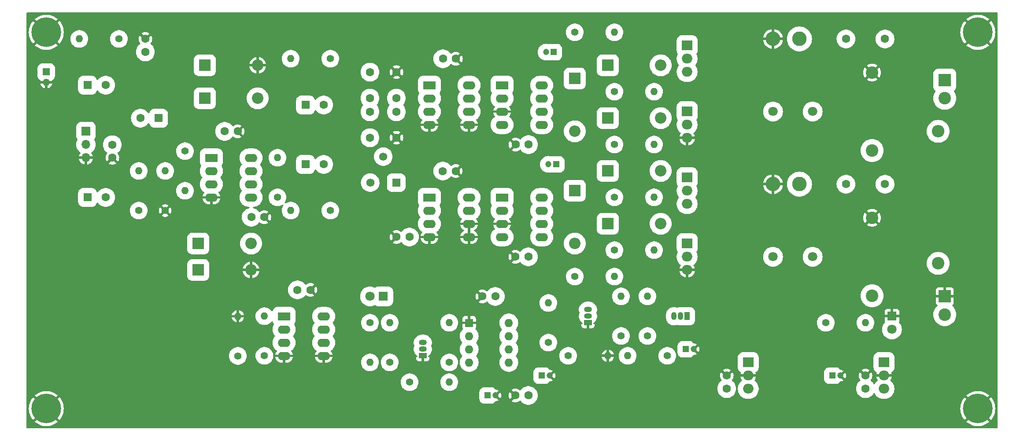
<source format=gbr>
%TF.GenerationSoftware,KiCad,Pcbnew,8.0.1*%
%TF.CreationDate,2024-06-11T22:01:04-04:00*%
%TF.ProjectId,classd-amp,636c6173-7364-42d6-916d-702e6b696361,rev?*%
%TF.SameCoordinates,Original*%
%TF.FileFunction,Copper,L2,Inr*%
%TF.FilePolarity,Positive*%
%FSLAX46Y46*%
G04 Gerber Fmt 4.6, Leading zero omitted, Abs format (unit mm)*
G04 Created by KiCad (PCBNEW 8.0.1) date 2024-06-11 22:01:04*
%MOMM*%
%LPD*%
G01*
G04 APERTURE LIST*
%TA.AperFunction,ComponentPad*%
%ADD10C,1.400000*%
%TD*%
%TA.AperFunction,ComponentPad*%
%ADD11O,1.400000X1.400000*%
%TD*%
%TA.AperFunction,ComponentPad*%
%ADD12R,2.000000X1.905000*%
%TD*%
%TA.AperFunction,ComponentPad*%
%ADD13O,2.000000X1.905000*%
%TD*%
%TA.AperFunction,ComponentPad*%
%ADD14R,2.200000X2.200000*%
%TD*%
%TA.AperFunction,ComponentPad*%
%ADD15O,2.200000X2.200000*%
%TD*%
%TA.AperFunction,ComponentPad*%
%ADD16C,1.600000*%
%TD*%
%TA.AperFunction,ComponentPad*%
%ADD17C,1.800000*%
%TD*%
%TA.AperFunction,ComponentPad*%
%ADD18R,1.350000X1.350000*%
%TD*%
%TA.AperFunction,ComponentPad*%
%ADD19O,1.350000X1.350000*%
%TD*%
%TA.AperFunction,ComponentPad*%
%ADD20R,2.400000X1.600000*%
%TD*%
%TA.AperFunction,ComponentPad*%
%ADD21O,2.400000X1.600000*%
%TD*%
%TA.AperFunction,ComponentPad*%
%ADD22R,1.800000X1.800000*%
%TD*%
%TA.AperFunction,ComponentPad*%
%ADD23C,2.800000*%
%TD*%
%TA.AperFunction,ComponentPad*%
%ADD24O,2.800000X2.800000*%
%TD*%
%TA.AperFunction,ComponentPad*%
%ADD25R,1.600000X1.600000*%
%TD*%
%TA.AperFunction,ComponentPad*%
%ADD26C,5.700000*%
%TD*%
%TA.AperFunction,ComponentPad*%
%ADD27C,2.400000*%
%TD*%
%TA.AperFunction,ComponentPad*%
%ADD28R,2.400000X2.400000*%
%TD*%
%TA.AperFunction,ComponentPad*%
%ADD29R,1.700000X1.700000*%
%TD*%
%TA.AperFunction,ComponentPad*%
%ADD30O,1.700000X1.700000*%
%TD*%
%TA.AperFunction,ComponentPad*%
%ADD31O,1.600000X1.600000*%
%TD*%
%TA.AperFunction,ComponentPad*%
%ADD32R,1.500000X1.050000*%
%TD*%
%TA.AperFunction,ComponentPad*%
%ADD33O,1.500000X1.050000*%
%TD*%
%TA.AperFunction,ComponentPad*%
%ADD34R,1.200000X1.200000*%
%TD*%
%TA.AperFunction,ComponentPad*%
%ADD35C,1.200000*%
%TD*%
%TA.AperFunction,ComponentPad*%
%ADD36R,1.050000X1.500000*%
%TD*%
%TA.AperFunction,ComponentPad*%
%ADD37O,1.050000X1.500000*%
%TD*%
%TA.AperFunction,ComponentPad*%
%ADD38O,2.400000X2.400000*%
%TD*%
%TA.AperFunction,ComponentPad*%
%ADD39R,1.560000X1.560000*%
%TD*%
%TA.AperFunction,ComponentPad*%
%ADD40C,1.560000*%
%TD*%
%TA.AperFunction,ViaPad*%
%ADD41C,0.800000*%
%TD*%
G04 APERTURE END LIST*
D10*
%TO.N,Net-(D15-A)*%
%TO.C,R8*%
X180340000Y-67310000D03*
D11*
%TO.N,Net-(Q3-S)*%
X187960000Y-67310000D03*
%TD*%
D12*
%TO.N,Net-(D5-A)*%
%TO.C,Q3*%
X201930000Y-48260000D03*
D13*
%TO.N,LDRIVE+*%
X201930000Y-50800000D03*
%TO.N,Net-(Q3-S)*%
X201930000Y-53340000D03*
%TD*%
D14*
%TO.N,Net-(D2-K)*%
%TO.C,D2*%
X180340000Y-50800000D03*
D15*
%TO.N,+12V*%
X180340000Y-60960000D03*
%TD*%
D16*
%TO.N,/Left Channel/LOUT+*%
%TO.C,C23*%
X239970000Y-21590000D03*
%TO.N,Net-(C23-Pad2)*%
X232470000Y-21590000D03*
%TD*%
D17*
%TO.N,Net-(Q3-S)*%
%TO.C,L1*%
X218440000Y-63500000D03*
%TO.N,/Left Channel/LOUT-*%
X226060000Y-63500000D03*
%TD*%
D10*
%TO.N,Net-(D5-K)*%
%TO.C,R11*%
X187960000Y-52070000D03*
D11*
%TO.N,Net-(D5-A)*%
X195580000Y-52070000D03*
%TD*%
D14*
%TO.N,+5V*%
%TO.C,D17*%
X109220000Y-33020000D03*
D15*
%TO.N,Net-(D17-A)*%
X119380000Y-33020000D03*
%TD*%
D18*
%TO.N,LIN*%
%TO.C,INPUT*%
X78740000Y-27940000D03*
D19*
%TO.N,GND*%
X78740000Y-29940000D03*
%TD*%
D12*
%TO.N,Net-(D6-A)*%
%TO.C,Q4*%
X201930000Y-60960000D03*
D13*
%TO.N,Net-(Q3-S)*%
X201930000Y-63500000D03*
%TO.N,GND*%
X201930000Y-66040000D03*
%TD*%
D10*
%TO.N,Net-(D6-K)*%
%TO.C,R12*%
X187960000Y-62230000D03*
D11*
%TO.N,Net-(D6-A)*%
X195580000Y-62230000D03*
%TD*%
D20*
%TO.N,Net-(U1A--)*%
%TO.C,U1*%
X110475000Y-44460000D03*
D21*
X110475000Y-47000000D03*
%TO.N,Net-(U1A-+)*%
X110475000Y-49540000D03*
%TO.N,GND*%
X110475000Y-52080000D03*
%TO.N,BIAS*%
X118095000Y-52080000D03*
%TO.N,Net-(U1B--)*%
X118095000Y-49540000D03*
%TO.N,Net-(C5-Pad1)*%
X118095000Y-47000000D03*
%TO.N,+5V*%
X118095000Y-44460000D03*
%TD*%
D10*
%TO.N,Net-(D7-A)*%
%TO.C,R21*%
X140970000Y-76200000D03*
D11*
%TO.N,+5V*%
X140970000Y-83820000D03*
%TD*%
D14*
%TO.N,+5V*%
%TO.C,D15*%
X107950000Y-60960000D03*
D15*
%TO.N,Net-(D15-A)*%
X118110000Y-60960000D03*
%TD*%
D16*
%TO.N,+5V*%
%TO.C,C3*%
X113030000Y-39370000D03*
%TO.N,GND*%
X115530000Y-39370000D03*
%TD*%
%TO.N,+12V*%
%TO.C,C14*%
X171410000Y-63500000D03*
%TO.N,GND*%
X168910000Y-63500000D03*
%TD*%
D10*
%TO.N,Net-(D3-K)*%
%TO.C,R9*%
X187960000Y-31750000D03*
D11*
%TO.N,Net-(D3-A)*%
X195580000Y-31750000D03*
%TD*%
D10*
%TO.N,+5V*%
%TO.C,R25*%
X148590000Y-87630000D03*
D11*
%TO.N,Net-(U3-DIS)*%
X156210000Y-87630000D03*
%TD*%
D10*
%TO.N,+5V*%
%TO.C,R15*%
X120665000Y-82550000D03*
D11*
%TO.N,Net-(U9A-+)*%
X120665000Y-74930000D03*
%TD*%
D16*
%TO.N,Net-(U3-CV)*%
%TO.C,C30*%
X171410000Y-90170000D03*
%TO.N,GND*%
X168910000Y-90170000D03*
%TD*%
D22*
%TO.N,~{SHUTDOWN}*%
%TO.C,D7*%
X143510000Y-71120000D03*
D17*
%TO.N,Net-(D7-A)*%
X140970000Y-71120000D03*
%TD*%
D23*
%TO.N,Net-(C23-Pad2)*%
%TO.C,R13*%
X223520000Y-21590000D03*
D24*
%TO.N,GND*%
X218440000Y-21590000D03*
%TD*%
D14*
%TO.N,Net-(D1-K)*%
%TO.C,D1*%
X180340000Y-29210000D03*
D15*
%TO.N,+12V*%
X180340000Y-39370000D03*
%TD*%
D12*
%TO.N,Net-(D4-A)*%
%TO.C,Q2*%
X201930000Y-35560000D03*
D13*
%TO.N,Net-(Q1-S)*%
X201930000Y-38100000D03*
%TO.N,GND*%
X201930000Y-40640000D03*
%TD*%
D16*
%TO.N,Net-(D17-A)*%
%TO.C,C10*%
X140970000Y-32980000D03*
%TO.N,Net-(C10-Pad2)*%
X140970000Y-27980000D03*
%TD*%
%TO.N,+12V*%
%TO.C,C13*%
X171450000Y-41910000D03*
%TO.N,GND*%
X168950000Y-41910000D03*
%TD*%
D10*
%TO.N,Net-(U9A-+)*%
%TO.C,R16*%
X115570000Y-82560000D03*
D11*
%TO.N,GND*%
X115570000Y-74940000D03*
%TD*%
D25*
%TO.N,Net-(C5-Pad1)*%
%TO.C,C5*%
X128580000Y-34290000D03*
D16*
%TO.N,Net-(C5-Pad2)*%
X132080000Y-34290000D03*
%TD*%
D10*
%TO.N,Net-(D4-K)*%
%TO.C,R10*%
X187960000Y-41910000D03*
D11*
%TO.N,Net-(D4-A)*%
X195580000Y-41910000D03*
%TD*%
D10*
%TO.N,+5V*%
%TO.C,R22*%
X144780000Y-83820000D03*
D11*
%TO.N,~{SHUTDOWN}*%
X144780000Y-76200000D03*
%TD*%
D26*
%TO.N,GND*%
%TO.C,REF\u002A\u002A*%
X257810000Y-20320000D03*
%TD*%
D10*
%TO.N,Net-(C1-Pad1)*%
%TO.C,R41*%
X92710000Y-21590000D03*
D11*
%TO.N,LIN*%
X85090000Y-21590000D03*
%TD*%
D14*
%TO.N,Net-(D17-A)*%
%TO.C,D18*%
X109220000Y-26670000D03*
D15*
%TO.N,GND*%
X119380000Y-26670000D03*
%TD*%
D12*
%TO.N,+12V*%
%TO.C,U8*%
X213685000Y-83820000D03*
D13*
%TO.N,GND*%
X213685000Y-86360000D03*
%TO.N,+5V*%
X213685000Y-88900000D03*
%TD*%
D20*
%TO.N,BIAS*%
%TO.C,U9*%
X124445000Y-74940000D03*
D21*
X124445000Y-77480000D03*
%TO.N,Net-(U9A-+)*%
X124445000Y-80020000D03*
%TO.N,GND*%
X124445000Y-82560000D03*
X132065000Y-82560000D03*
%TO.N,Net-(U9B--)*%
X132065000Y-80020000D03*
X132065000Y-77480000D03*
%TO.N,+5V*%
X132065000Y-74940000D03*
%TD*%
D27*
%TO.N,/Left Channel/LOUT-*%
%TO.C,C21*%
X237490000Y-71000000D03*
%TO.N,GND*%
X237490000Y-56000000D03*
%TD*%
D16*
%TO.N,+5V*%
%TO.C,C27*%
X209550000Y-88860000D03*
%TO.N,GND*%
X209550000Y-86360000D03*
%TD*%
%TO.N,+12V*%
%TO.C,C25*%
X236220000Y-88860000D03*
%TO.N,GND*%
X236220000Y-86360000D03*
%TD*%
D12*
%TO.N,LPWR+*%
%TO.C,U7*%
X239776000Y-83820000D03*
D13*
%TO.N,GND*%
X239776000Y-86360000D03*
%TO.N,+12V*%
X239776000Y-88900000D03*
%TD*%
D10*
%TO.N,+5V*%
%TO.C,R24*%
X175260000Y-80010000D03*
D11*
%TO.N,Net-(Q6-C)*%
X175260000Y-72390000D03*
%TD*%
D28*
%TO.N,/Left Channel/LOUT+*%
%TO.C,J3*%
X251460000Y-29520000D03*
D27*
%TO.N,/Left Channel/LOUT-*%
X251460000Y-33020000D03*
%TD*%
D16*
%TO.N,/Left Channel/LOUT-*%
%TO.C,C24*%
X239970000Y-49530000D03*
%TO.N,Net-(C24-Pad2)*%
X232470000Y-49530000D03*
%TD*%
%TO.N,Net-(D15-A)*%
%TO.C,C9*%
X146050000Y-35600000D03*
%TO.N,GND*%
X146050000Y-40600000D03*
%TD*%
%TO.N,+5V*%
%TO.C,C12*%
X154965000Y-47000000D03*
%TO.N,GND*%
X157465000Y-47000000D03*
%TD*%
D29*
%TO.N,Net-(C1-Pad2)*%
%TO.C,RV1*%
X86360000Y-39370000D03*
D30*
%TO.N,Net-(C2-Pad2)*%
X86360000Y-41910000D03*
%TO.N,GND*%
X86360000Y-44450000D03*
%TD*%
D25*
%TO.N,GND*%
%TO.C,U3*%
X160030000Y-76210000D03*
D31*
%TO.N,Net-(Q6-C)*%
X160030000Y-78750000D03*
%TO.N,Net-(U3-Q)*%
X160030000Y-81290000D03*
%TO.N,+5V*%
X160030000Y-83830000D03*
%TO.N,Net-(U3-CV)*%
X167650000Y-83830000D03*
%TO.N,Net-(U3-DIS)*%
X167650000Y-81290000D03*
X167650000Y-78750000D03*
%TO.N,+5V*%
X167650000Y-76210000D03*
%TD*%
D10*
%TO.N,Net-(Q6-B)*%
%TO.C,R43*%
X179070000Y-82550000D03*
D11*
%TO.N,GND*%
X186690000Y-82550000D03*
%TD*%
D14*
%TO.N,Net-(D3-K)*%
%TO.C,D3*%
X186690000Y-26670000D03*
D15*
%TO.N,Net-(D3-A)*%
X196850000Y-26670000D03*
%TD*%
D32*
%TO.N,GND*%
%TO.C,Q7*%
X151130000Y-82550000D03*
D33*
%TO.N,Net-(Q7-B)*%
X151130000Y-81280000D03*
%TO.N,~{SHUTDOWN}*%
X151130000Y-80010000D03*
%TD*%
D25*
%TO.N,Net-(U1A-+)*%
%TO.C,C4*%
X86670000Y-52070000D03*
D16*
%TO.N,Net-(C2-Pad2)*%
X90170000Y-52070000D03*
%TD*%
D14*
%TO.N,Net-(D15-A)*%
%TO.C,D16*%
X107950000Y-66040000D03*
D15*
%TO.N,GND*%
X118110000Y-66040000D03*
%TD*%
D20*
%TO.N,Net-(U4-+)*%
%TO.C,U2*%
X152385000Y-30490000D03*
D21*
%TO.N,Net-(D17-A)*%
X152385000Y-33030000D03*
%TO.N,Net-(D15-A)*%
X152385000Y-35570000D03*
%TO.N,GND*%
X152385000Y-38110000D03*
X160005000Y-38110000D03*
%TO.N,Net-(U2B--)*%
X160005000Y-35570000D03*
X160005000Y-33030000D03*
%TO.N,+5V*%
X160005000Y-30490000D03*
%TD*%
D20*
%TO.N,+5V*%
%TO.C,U4*%
X152385000Y-52080000D03*
D21*
%TO.N,Net-(U4-+)*%
X152385000Y-54620000D03*
%TO.N,BIAS*%
X152385000Y-57160000D03*
%TO.N,GND*%
X152385000Y-59700000D03*
X160005000Y-59700000D03*
X160005000Y-57160000D03*
%TO.N,Net-(U4-Q)*%
X160005000Y-54620000D03*
%TO.N,Net-(U4-~{Q})*%
X160005000Y-52080000D03*
%TD*%
D16*
%TO.N,+5V*%
%TO.C,C17*%
X165060000Y-71120000D03*
%TO.N,GND*%
X162560000Y-71120000D03*
%TD*%
D28*
%TO.N,GND*%
%TO.C,J1*%
X251460000Y-71120000D03*
D27*
%TO.N,LPWR+*%
X251460000Y-74620000D03*
%TD*%
D34*
%TO.N,Net-(Q6-B)*%
%TO.C,C29*%
X173990000Y-86360000D03*
D35*
%TO.N,GND*%
X175490000Y-86360000D03*
%TD*%
D14*
%TO.N,Net-(D6-K)*%
%TO.C,D6*%
X186690000Y-57150000D03*
D15*
%TO.N,Net-(D6-A)*%
X196850000Y-57150000D03*
%TD*%
D20*
%TO.N,Net-(U4-~{Q})*%
%TO.C,U6*%
X166355000Y-52080000D03*
D21*
%TO.N,~{SHUTDOWN}*%
X166355000Y-54620000D03*
%TO.N,GND*%
X166355000Y-57160000D03*
%TO.N,Net-(D6-K)*%
X166355000Y-59700000D03*
%TO.N,+12V*%
X173975000Y-59700000D03*
%TO.N,Net-(Q3-S)*%
X173975000Y-57160000D03*
%TO.N,Net-(D5-K)*%
X173975000Y-54620000D03*
%TO.N,Net-(D2-K)*%
X173975000Y-52080000D03*
%TD*%
D16*
%TO.N,Net-(D17-A)*%
%TO.C,C8*%
X146050000Y-32980000D03*
%TO.N,GND*%
X146050000Y-27980000D03*
%TD*%
D20*
%TO.N,Net-(U4-Q)*%
%TO.C,U5*%
X166355000Y-30490000D03*
D21*
%TO.N,~{SHUTDOWN}*%
X166355000Y-33030000D03*
%TO.N,GND*%
X166355000Y-35570000D03*
%TO.N,Net-(D4-K)*%
X166355000Y-38110000D03*
%TO.N,+12V*%
X173975000Y-38110000D03*
%TO.N,Net-(Q1-S)*%
X173975000Y-35570000D03*
%TO.N,Net-(D3-K)*%
X173975000Y-33030000D03*
%TO.N,Net-(D1-K)*%
X173975000Y-30490000D03*
%TD*%
D36*
%TO.N,LPWR+*%
%TO.C,Q5*%
X201930000Y-74930000D03*
D37*
%TO.N,Net-(Q5-B)*%
X200660000Y-74930000D03*
%TO.N,Net-(Q5-C)*%
X199390000Y-74930000D03*
%TD*%
D10*
%TO.N,Net-(U1B--)*%
%TO.C,R4*%
X123190000Y-52070000D03*
D11*
%TO.N,Net-(C5-Pad1)*%
X123190000Y-44450000D03*
%TD*%
D14*
%TO.N,Net-(D4-K)*%
%TO.C,D4*%
X186690000Y-36830000D03*
D15*
%TO.N,Net-(D4-A)*%
X196850000Y-36830000D03*
%TD*%
D10*
%TO.N,LPWR+*%
%TO.C,R19*%
X194310000Y-78740000D03*
D11*
%TO.N,Net-(Q5-B)*%
X194310000Y-71120000D03*
%TD*%
D26*
%TO.N,GND*%
%TO.C,*%
X78740000Y-92710000D03*
%TD*%
D25*
%TO.N,Net-(U1A--)*%
%TO.C,C6*%
X128580000Y-45720000D03*
D16*
%TO.N,Net-(C6-Pad2)*%
X132080000Y-45720000D03*
%TD*%
D12*
%TO.N,Net-(D3-A)*%
%TO.C,Q1*%
X201930000Y-22860000D03*
D13*
%TO.N,LDRIVE+*%
X201930000Y-25400000D03*
%TO.N,Net-(Q1-S)*%
X201930000Y-27940000D03*
%TD*%
D16*
%TO.N,Net-(C10-Pad2)*%
%TO.C,C11*%
X140970000Y-40600000D03*
%TO.N,Net-(U4-+)*%
X140970000Y-35600000D03*
%TD*%
%TO.N,Net-(C2-Pad2)*%
%TO.C,C58*%
X91440000Y-41950000D03*
%TO.N,GND*%
X91440000Y-44450000D03*
%TD*%
%TO.N,+5V*%
%TO.C,C32*%
X127025000Y-69860000D03*
%TO.N,GND*%
X129525000Y-69860000D03*
%TD*%
D10*
%TO.N,Net-(C2-Pad1)*%
%TO.C,R3*%
X105410000Y-43180000D03*
D11*
%TO.N,Net-(U1B--)*%
X105410000Y-50800000D03*
%TD*%
D17*
%TO.N,Net-(Q1-S)*%
%TO.C,L2*%
X218440000Y-35560000D03*
%TO.N,/Left Channel/LOUT+*%
X226060000Y-35560000D03*
%TD*%
D34*
%TO.N,Net-(D2-K)*%
%TO.C,C16*%
X176760000Y-45720000D03*
D35*
%TO.N,Net-(Q3-S)*%
X175260000Y-45720000D03*
%TD*%
D22*
%TO.N,GND*%
%TO.C,D14*%
X241300000Y-74930000D03*
D17*
%TO.N,Net-(D14-A)*%
X241300000Y-77470000D03*
%TD*%
D26*
%TO.N,GND*%
%TO.C,REF\u002A\u002A*%
X78740000Y-20320000D03*
%TD*%
D23*
%TO.N,Net-(C24-Pad2)*%
%TO.C,R14*%
X223520000Y-49530000D03*
D24*
%TO.N,GND*%
X218440000Y-49530000D03*
%TD*%
D26*
%TO.N,GND*%
%TO.C,REF\u002A\u002A*%
X257810000Y-92710000D03*
%TD*%
D10*
%TO.N,Net-(Q5-C)*%
%TO.C,R23*%
X198120000Y-82550000D03*
D11*
%TO.N,Net-(Q6-B)*%
X190500000Y-82550000D03*
%TD*%
D16*
%TO.N,BIAS*%
%TO.C,C61*%
X148550000Y-59690000D03*
%TO.N,GND*%
X146050000Y-59690000D03*
%TD*%
D10*
%TO.N,Net-(D17-A)*%
%TO.C,R7*%
X180340000Y-20320000D03*
D11*
%TO.N,Net-(Q1-S)*%
X187960000Y-20320000D03*
%TD*%
D32*
%TO.N,GND*%
%TO.C,Q6*%
X182880000Y-76200000D03*
D33*
%TO.N,Net-(Q6-B)*%
X182880000Y-74930000D03*
%TO.N,Net-(Q6-C)*%
X182880000Y-73660000D03*
%TD*%
D16*
%TO.N,BIAS*%
%TO.C,C62*%
X118150000Y-55880000D03*
%TO.N,GND*%
X120650000Y-55880000D03*
%TD*%
D34*
%TO.N,Net-(D1-K)*%
%TO.C,C15*%
X176300000Y-24130000D03*
D35*
%TO.N,Net-(Q1-S)*%
X174800000Y-24130000D03*
%TD*%
D25*
%TO.N,Net-(C1-Pad1)*%
%TO.C,C1*%
X86670000Y-30480000D03*
D16*
%TO.N,Net-(C1-Pad2)*%
X90170000Y-30480000D03*
%TD*%
D34*
%TO.N,+5V*%
%TO.C,C28*%
X201700000Y-81280000D03*
D35*
%TO.N,GND*%
X203200000Y-81280000D03*
%TD*%
D34*
%TO.N,Net-(U3-DIS)*%
%TO.C,C31*%
X163600000Y-90170000D03*
D35*
%TO.N,GND*%
X165100000Y-90170000D03*
%TD*%
D16*
%TO.N,+5V*%
%TO.C,C7*%
X154980000Y-25400000D03*
%TO.N,GND*%
X157480000Y-25400000D03*
%TD*%
D10*
%TO.N,Net-(U1A-+)*%
%TO.C,R1*%
X96520000Y-54610000D03*
D11*
%TO.N,+5V*%
X96520000Y-46990000D03*
%TD*%
D34*
%TO.N,+12V*%
%TO.C,C26*%
X229870000Y-86360000D03*
D35*
%TO.N,GND*%
X231370000Y-86360000D03*
%TD*%
D27*
%TO.N,LPWR+*%
%TO.C,R17*%
X250190000Y-64770000D03*
D38*
%TO.N,LDRIVE+*%
X250190000Y-39370000D03*
%TD*%
D10*
%TO.N,Net-(Q7-B)*%
%TO.C,R18*%
X156210000Y-83820000D03*
D11*
%TO.N,Net-(U3-Q)*%
X156210000Y-76200000D03*
%TD*%
D10*
%TO.N,Net-(C5-Pad2)*%
%TO.C,R5*%
X133350000Y-25400000D03*
D11*
%TO.N,Net-(D17-A)*%
X125730000Y-25400000D03*
%TD*%
D25*
%TO.N,Net-(C2-Pad1)*%
%TO.C,C2*%
X100330000Y-36830000D03*
D16*
%TO.N,Net-(C2-Pad2)*%
X96830000Y-36830000D03*
%TD*%
D14*
%TO.N,Net-(D5-K)*%
%TO.C,D5*%
X186690000Y-46990000D03*
D15*
%TO.N,Net-(D5-A)*%
X196850000Y-46990000D03*
%TD*%
D10*
%TO.N,+12V*%
%TO.C,R40*%
X228600000Y-76200000D03*
D11*
%TO.N,Net-(D14-A)*%
X236220000Y-76200000D03*
%TD*%
D10*
%TO.N,Net-(C6-Pad2)*%
%TO.C,R6*%
X133350000Y-54610000D03*
D11*
%TO.N,Net-(D15-A)*%
X125730000Y-54610000D03*
%TD*%
D10*
%TO.N,Net-(Q5-B)*%
%TO.C,R20*%
X189230000Y-78740000D03*
D11*
%TO.N,LDRIVE+*%
X189230000Y-71120000D03*
%TD*%
D27*
%TO.N,/Left Channel/LOUT+*%
%TO.C,C22*%
X237490000Y-43060000D03*
%TO.N,GND*%
X237490000Y-28060000D03*
%TD*%
D16*
%TO.N,Net-(C1-Pad1)*%
%TO.C,C60*%
X97790000Y-24090000D03*
%TO.N,GND*%
X97790000Y-21590000D03*
%TD*%
D10*
%TO.N,GND*%
%TO.C,R2*%
X101600000Y-54610000D03*
D11*
%TO.N,Net-(U1A-+)*%
X101600000Y-46990000D03*
%TD*%
D39*
%TO.N,unconnected-(RV2-Pad1)*%
%TO.C,RV2*%
X146010000Y-49230000D03*
D40*
%TO.N,Net-(C10-Pad2)*%
X143510000Y-44230000D03*
%TO.N,BIAS*%
X141010000Y-49230000D03*
%TD*%
D41*
%TO.N,GND*%
X180340000Y-46990000D03*
X223520000Y-31750000D03*
X252730000Y-68580000D03*
X190500000Y-86360000D03*
X100330000Y-86360000D03*
X100330000Y-43180000D03*
X182880000Y-25400000D03*
X100330000Y-76200000D03*
X157480000Y-43180000D03*
X110490000Y-20320000D03*
X170180000Y-34290000D03*
X198120000Y-63500000D03*
X147320000Y-66040000D03*
X137160000Y-46990000D03*
X184150000Y-29210000D03*
X166370000Y-44450000D03*
X140970000Y-93980000D03*
X120650000Y-86360000D03*
X213360000Y-93980000D03*
X90170000Y-66040000D03*
X162560000Y-93980000D03*
X125730000Y-62230000D03*
X254000000Y-71120000D03*
X203200000Y-93980000D03*
X130810000Y-86360000D03*
X168910000Y-20320000D03*
X149860000Y-20320000D03*
X184150000Y-52070000D03*
X90170000Y-86360000D03*
X180340000Y-86360000D03*
X110490000Y-93980000D03*
X100330000Y-93980000D03*
X251460000Y-59690000D03*
X200660000Y-86360000D03*
X80010000Y-35560000D03*
X158750000Y-20320000D03*
X233680000Y-31750000D03*
X163830000Y-66040000D03*
X135890000Y-38100000D03*
X182880000Y-93980000D03*
X180340000Y-25400000D03*
X223520000Y-58420000D03*
X80010000Y-86360000D03*
X80010000Y-55880000D03*
X152400000Y-93980000D03*
X172720000Y-93980000D03*
X139700000Y-20320000D03*
X213360000Y-76200000D03*
X130810000Y-93980000D03*
X100330000Y-66040000D03*
X80010000Y-76200000D03*
X113030000Y-60960000D03*
X193040000Y-93980000D03*
X80010000Y-45720000D03*
X91440000Y-46990000D03*
X90170000Y-93980000D03*
X80010000Y-66040000D03*
X110490000Y-86360000D03*
X243840000Y-93980000D03*
X90170000Y-76200000D03*
X191770000Y-64770000D03*
X223520000Y-93980000D03*
X120650000Y-20320000D03*
X120650000Y-93980000D03*
X251460000Y-49530000D03*
X233680000Y-93980000D03*
X110490000Y-76200000D03*
X130810000Y-20320000D03*
X162560000Y-49530000D03*
X223520000Y-76200000D03*
%TD*%
%TA.AperFunction,Conductor*%
%TO.N,GND*%
G36*
X160255000Y-59384314D02*
G01*
X160250606Y-59379920D01*
X160159394Y-59327259D01*
X160057661Y-59300000D01*
X159952339Y-59300000D01*
X159850606Y-59327259D01*
X159759394Y-59379920D01*
X159755000Y-59384314D01*
X159755000Y-57475686D01*
X159759394Y-57480080D01*
X159850606Y-57532741D01*
X159952339Y-57560000D01*
X160057661Y-57560000D01*
X160159394Y-57532741D01*
X160250606Y-57480080D01*
X160255000Y-57475686D01*
X160255000Y-59384314D01*
G37*
%TD.AperFunction*%
%TA.AperFunction,Conductor*%
G36*
X261563039Y-16529685D02*
G01*
X261608794Y-16582489D01*
X261620000Y-16634000D01*
X261620000Y-96396000D01*
X261600315Y-96463039D01*
X261547511Y-96508794D01*
X261496000Y-96520000D01*
X75054000Y-96520000D01*
X74986961Y-96500315D01*
X74941206Y-96447511D01*
X74930000Y-96396000D01*
X74930000Y-92710002D01*
X75385080Y-92710002D01*
X75404746Y-93072728D01*
X75463517Y-93431214D01*
X75463519Y-93431222D01*
X75560695Y-93781220D01*
X75560697Y-93781227D01*
X75695152Y-94118684D01*
X75695161Y-94118702D01*
X75865316Y-94439647D01*
X75865318Y-94439651D01*
X76069170Y-94740309D01*
X76069177Y-94740319D01*
X76200969Y-94895475D01*
X76200970Y-94895475D01*
X77445748Y-93650698D01*
X77519588Y-93752330D01*
X77697670Y-93930412D01*
X77799300Y-94004251D01*
X76551888Y-95251662D01*
X76551888Y-95251664D01*
X76568070Y-95266992D01*
X76568071Y-95266993D01*
X76857266Y-95486832D01*
X76857282Y-95486843D01*
X77168522Y-95674109D01*
X77168535Y-95674116D01*
X77498205Y-95826639D01*
X77498210Y-95826640D01*
X77842461Y-95942632D01*
X78197235Y-96020724D01*
X78558366Y-96059999D01*
X78558374Y-96060000D01*
X78921626Y-96060000D01*
X78921633Y-96059999D01*
X79282764Y-96020724D01*
X79637538Y-95942632D01*
X79981789Y-95826640D01*
X79981794Y-95826639D01*
X80311464Y-95674116D01*
X80311477Y-95674109D01*
X80622717Y-95486843D01*
X80622733Y-95486832D01*
X80911929Y-95266992D01*
X80928110Y-95251664D01*
X80928110Y-95251663D01*
X79680698Y-94004251D01*
X79782330Y-93930412D01*
X79960412Y-93752330D01*
X80034251Y-93650698D01*
X81279028Y-94895475D01*
X81279029Y-94895475D01*
X81410827Y-94740311D01*
X81410838Y-94740297D01*
X81614681Y-94439651D01*
X81614683Y-94439647D01*
X81784838Y-94118702D01*
X81784847Y-94118684D01*
X81919302Y-93781227D01*
X81919304Y-93781220D01*
X82016480Y-93431222D01*
X82016482Y-93431214D01*
X82075253Y-93072728D01*
X82094920Y-92710002D01*
X254455080Y-92710002D01*
X254474746Y-93072728D01*
X254533517Y-93431214D01*
X254533519Y-93431222D01*
X254630695Y-93781220D01*
X254630697Y-93781227D01*
X254765152Y-94118684D01*
X254765161Y-94118702D01*
X254935316Y-94439647D01*
X254935318Y-94439651D01*
X255139170Y-94740309D01*
X255139177Y-94740319D01*
X255270969Y-94895475D01*
X255270970Y-94895475D01*
X256515748Y-93650698D01*
X256589588Y-93752330D01*
X256767670Y-93930412D01*
X256869300Y-94004251D01*
X255621888Y-95251662D01*
X255621888Y-95251664D01*
X255638070Y-95266992D01*
X255638071Y-95266993D01*
X255927266Y-95486832D01*
X255927282Y-95486843D01*
X256238522Y-95674109D01*
X256238535Y-95674116D01*
X256568205Y-95826639D01*
X256568210Y-95826640D01*
X256912461Y-95942632D01*
X257267235Y-96020724D01*
X257628366Y-96059999D01*
X257628374Y-96060000D01*
X257991626Y-96060000D01*
X257991633Y-96059999D01*
X258352764Y-96020724D01*
X258707538Y-95942632D01*
X259051789Y-95826640D01*
X259051794Y-95826639D01*
X259381464Y-95674116D01*
X259381477Y-95674109D01*
X259692717Y-95486843D01*
X259692733Y-95486832D01*
X259981929Y-95266992D01*
X259998110Y-95251664D01*
X259998110Y-95251663D01*
X258750698Y-94004251D01*
X258852330Y-93930412D01*
X259030412Y-93752330D01*
X259104251Y-93650698D01*
X260349028Y-94895475D01*
X260349029Y-94895475D01*
X260480827Y-94740311D01*
X260480838Y-94740297D01*
X260684681Y-94439651D01*
X260684683Y-94439647D01*
X260854838Y-94118702D01*
X260854847Y-94118684D01*
X260989302Y-93781227D01*
X260989304Y-93781220D01*
X261086480Y-93431222D01*
X261086482Y-93431214D01*
X261145253Y-93072728D01*
X261164920Y-92710002D01*
X261164920Y-92709997D01*
X261145253Y-92347271D01*
X261086482Y-91988785D01*
X261086480Y-91988777D01*
X260989304Y-91638779D01*
X260989302Y-91638772D01*
X260854847Y-91301315D01*
X260854838Y-91301297D01*
X260684683Y-90980352D01*
X260684681Y-90980348D01*
X260480829Y-90679690D01*
X260480822Y-90679680D01*
X260349029Y-90524523D01*
X260349028Y-90524523D01*
X259104251Y-91769300D01*
X259030412Y-91667670D01*
X258852330Y-91489588D01*
X258750698Y-91415748D01*
X259998110Y-90168336D01*
X259998110Y-90168334D01*
X259981929Y-90153007D01*
X259981928Y-90153006D01*
X259692733Y-89933167D01*
X259692717Y-89933156D01*
X259381477Y-89745890D01*
X259381464Y-89745883D01*
X259051794Y-89593360D01*
X259051789Y-89593359D01*
X258707538Y-89477367D01*
X258352764Y-89399275D01*
X257991633Y-89360000D01*
X257628366Y-89360000D01*
X257267235Y-89399275D01*
X256912461Y-89477367D01*
X256568210Y-89593359D01*
X256568205Y-89593360D01*
X256238535Y-89745883D01*
X256238522Y-89745890D01*
X255927282Y-89933156D01*
X255927266Y-89933167D01*
X255638075Y-90153002D01*
X255621888Y-90168335D01*
X255621887Y-90168335D01*
X256869301Y-91415748D01*
X256767670Y-91489588D01*
X256589588Y-91667670D01*
X256515748Y-91769300D01*
X255270970Y-90524522D01*
X255270969Y-90524523D01*
X255139177Y-90679680D01*
X255139170Y-90679690D01*
X254935318Y-90980348D01*
X254935316Y-90980352D01*
X254765161Y-91301297D01*
X254765152Y-91301315D01*
X254630697Y-91638772D01*
X254630695Y-91638779D01*
X254533519Y-91988777D01*
X254533517Y-91988785D01*
X254474746Y-92347271D01*
X254455080Y-92709997D01*
X254455080Y-92710002D01*
X82094920Y-92710002D01*
X82094920Y-92709997D01*
X82075253Y-92347271D01*
X82016482Y-91988785D01*
X82016480Y-91988777D01*
X81919304Y-91638779D01*
X81919302Y-91638772D01*
X81784847Y-91301315D01*
X81784838Y-91301297D01*
X81614683Y-90980352D01*
X81614681Y-90980348D01*
X81511405Y-90828028D01*
X161999500Y-90828028D01*
X161999501Y-90828034D01*
X162010113Y-90947415D01*
X162066089Y-91143045D01*
X162066090Y-91143048D01*
X162066091Y-91143049D01*
X162160302Y-91323407D01*
X162194977Y-91365933D01*
X162288890Y-91481109D01*
X162382803Y-91557684D01*
X162446593Y-91609698D01*
X162626951Y-91703909D01*
X162822582Y-91759886D01*
X162941963Y-91770500D01*
X164258036Y-91770499D01*
X164377418Y-91759886D01*
X164573049Y-91703909D01*
X164753407Y-91609698D01*
X164911109Y-91481109D01*
X165039698Y-91323407D01*
X165039698Y-91323406D01*
X165043672Y-91318533D01*
X165045208Y-91319785D01*
X165091464Y-91280624D01*
X165141681Y-91270000D01*
X165201928Y-91270000D01*
X165402322Y-91232539D01*
X165592412Y-91158899D01*
X165592416Y-91158897D01*
X165680686Y-91104241D01*
X165680686Y-91104240D01*
X165236818Y-90660372D01*
X165203333Y-90599049D01*
X165200499Y-90572698D01*
X165200499Y-90453654D01*
X165215796Y-90449556D01*
X165284205Y-90410060D01*
X165340060Y-90354205D01*
X165379556Y-90285796D01*
X165400000Y-90209496D01*
X165400000Y-90170000D01*
X165453553Y-90170000D01*
X166037465Y-90753912D01*
X166039247Y-90751553D01*
X166039248Y-90751551D01*
X166130113Y-90569069D01*
X166130116Y-90569063D01*
X166185902Y-90372992D01*
X166185903Y-90372989D01*
X166204713Y-90170002D01*
X167605034Y-90170002D01*
X167624858Y-90396599D01*
X167624860Y-90396610D01*
X167683730Y-90616317D01*
X167683735Y-90616331D01*
X167779863Y-90822478D01*
X167830974Y-90895472D01*
X168510000Y-90216446D01*
X168510000Y-90222661D01*
X168537259Y-90324394D01*
X168589920Y-90415606D01*
X168664394Y-90490080D01*
X168755606Y-90542741D01*
X168857339Y-90570000D01*
X168863551Y-90570000D01*
X168184526Y-91249025D01*
X168257513Y-91300132D01*
X168257521Y-91300136D01*
X168463668Y-91396264D01*
X168463682Y-91396269D01*
X168683389Y-91455139D01*
X168683400Y-91455141D01*
X168909998Y-91474966D01*
X168910002Y-91474966D01*
X169136599Y-91455141D01*
X169136610Y-91455139D01*
X169356317Y-91396269D01*
X169356326Y-91396265D01*
X169562483Y-91300133D01*
X169562489Y-91300129D01*
X169753139Y-91166634D01*
X169819345Y-91144306D01*
X169887112Y-91161316D01*
X169921210Y-91190895D01*
X170086442Y-91398089D01*
X170273183Y-91571358D01*
X170284259Y-91581635D01*
X170507226Y-91733651D01*
X170750359Y-91850738D01*
X171008228Y-91930280D01*
X171008229Y-91930280D01*
X171008232Y-91930281D01*
X171275063Y-91970499D01*
X171275068Y-91970499D01*
X171275071Y-91970500D01*
X171275072Y-91970500D01*
X171544928Y-91970500D01*
X171544929Y-91970500D01*
X171544936Y-91970499D01*
X171811767Y-91930281D01*
X171811768Y-91930280D01*
X171811772Y-91930280D01*
X172069641Y-91850738D01*
X172312775Y-91733651D01*
X172535741Y-91581635D01*
X172733561Y-91398085D01*
X172901815Y-91187102D01*
X173036743Y-90953398D01*
X173135334Y-90702195D01*
X173195383Y-90439103D01*
X173203979Y-90324394D01*
X173215549Y-90170004D01*
X173215549Y-90169995D01*
X173195383Y-89900898D01*
X173189952Y-89877102D01*
X173135334Y-89637805D01*
X173036743Y-89386602D01*
X172901815Y-89152898D01*
X172733561Y-88941915D01*
X172733560Y-88941914D01*
X172733557Y-88941910D01*
X172645283Y-88860004D01*
X207744451Y-88860004D01*
X207764616Y-89129101D01*
X207824664Y-89392188D01*
X207824666Y-89392195D01*
X207923257Y-89643398D01*
X208058185Y-89877102D01*
X208129885Y-89967010D01*
X208226442Y-90088089D01*
X208409219Y-90257680D01*
X208424259Y-90271635D01*
X208647226Y-90423651D01*
X208890359Y-90540738D01*
X209148228Y-90620280D01*
X209148229Y-90620280D01*
X209148232Y-90620281D01*
X209415063Y-90660499D01*
X209415068Y-90660499D01*
X209415071Y-90660500D01*
X209415072Y-90660500D01*
X209684928Y-90660500D01*
X209684929Y-90660500D01*
X209684936Y-90660499D01*
X209951767Y-90620281D01*
X209951768Y-90620280D01*
X209951772Y-90620280D01*
X210209641Y-90540738D01*
X210452775Y-90423651D01*
X210675741Y-90271635D01*
X210873561Y-90088085D01*
X211041815Y-89877102D01*
X211176743Y-89643398D01*
X211275334Y-89392195D01*
X211335383Y-89129103D01*
X211342958Y-89028013D01*
X211684500Y-89028013D01*
X211705728Y-89189244D01*
X211717917Y-89281829D01*
X211747594Y-89392586D01*
X211784177Y-89529116D01*
X211882144Y-89765631D01*
X211882151Y-89765646D01*
X212010152Y-89987352D01*
X212010156Y-89987357D01*
X212137260Y-90153002D01*
X212166011Y-90190470D01*
X212347029Y-90371488D01*
X212347033Y-90371491D01*
X212347035Y-90371493D01*
X212415014Y-90423655D01*
X212550147Y-90527347D01*
X212771853Y-90655348D01*
X212771868Y-90655355D01*
X212884934Y-90702188D01*
X213008382Y-90753322D01*
X213255671Y-90819583D01*
X213509494Y-90853000D01*
X213509501Y-90853000D01*
X213860499Y-90853000D01*
X213860506Y-90853000D01*
X214114329Y-90819583D01*
X214361618Y-90753322D01*
X214598143Y-90655350D01*
X214753981Y-90565376D01*
X214819852Y-90527347D01*
X214819852Y-90527346D01*
X214819857Y-90527344D01*
X215022965Y-90371493D01*
X215203993Y-90190465D01*
X215359844Y-89987357D01*
X215487850Y-89765643D01*
X215585822Y-89529118D01*
X215652083Y-89281829D01*
X215685500Y-89028006D01*
X215685500Y-88860004D01*
X234414451Y-88860004D01*
X234434616Y-89129101D01*
X234494664Y-89392188D01*
X234494666Y-89392195D01*
X234593257Y-89643398D01*
X234728185Y-89877102D01*
X234799885Y-89967010D01*
X234896442Y-90088089D01*
X235079219Y-90257680D01*
X235094259Y-90271635D01*
X235317226Y-90423651D01*
X235560359Y-90540738D01*
X235818228Y-90620280D01*
X235818229Y-90620280D01*
X235818232Y-90620281D01*
X236085063Y-90660499D01*
X236085068Y-90660499D01*
X236085071Y-90660500D01*
X236085072Y-90660500D01*
X236354928Y-90660500D01*
X236354929Y-90660500D01*
X236354936Y-90660499D01*
X236621767Y-90620281D01*
X236621768Y-90620280D01*
X236621772Y-90620280D01*
X236879641Y-90540738D01*
X237122775Y-90423651D01*
X237345741Y-90271635D01*
X237543561Y-90088085D01*
X237711815Y-89877102D01*
X237767272Y-89781045D01*
X237817836Y-89732833D01*
X237886442Y-89719609D01*
X237951308Y-89745576D01*
X237982044Y-89781048D01*
X238101152Y-89987352D01*
X238101156Y-89987357D01*
X238228260Y-90153002D01*
X238257011Y-90190470D01*
X238438029Y-90371488D01*
X238438033Y-90371491D01*
X238438035Y-90371493D01*
X238506014Y-90423655D01*
X238641147Y-90527347D01*
X238862853Y-90655348D01*
X238862868Y-90655355D01*
X238975934Y-90702188D01*
X239099382Y-90753322D01*
X239346671Y-90819583D01*
X239600494Y-90853000D01*
X239600501Y-90853000D01*
X239951499Y-90853000D01*
X239951506Y-90853000D01*
X240205329Y-90819583D01*
X240452618Y-90753322D01*
X240689143Y-90655350D01*
X240844981Y-90565376D01*
X240910852Y-90527347D01*
X240910852Y-90527346D01*
X240910857Y-90527344D01*
X241113965Y-90371493D01*
X241294993Y-90190465D01*
X241450844Y-89987357D01*
X241578850Y-89765643D01*
X241676822Y-89529118D01*
X241743083Y-89281829D01*
X241776500Y-89028006D01*
X241776500Y-88771994D01*
X241743083Y-88518171D01*
X241676822Y-88270882D01*
X241596349Y-88076603D01*
X241578855Y-88034368D01*
X241578848Y-88034353D01*
X241450847Y-87812647D01*
X241440909Y-87799695D01*
X241294993Y-87609535D01*
X241294991Y-87609533D01*
X241294988Y-87609529D01*
X241113974Y-87428515D01*
X241113965Y-87428507D01*
X241035548Y-87368335D01*
X240994346Y-87311907D01*
X240990191Y-87242161D01*
X241010718Y-87197073D01*
X241065788Y-87121277D01*
X241169582Y-86917570D01*
X241240234Y-86700128D01*
X241254509Y-86610000D01*
X240266748Y-86610000D01*
X240288518Y-86572292D01*
X240326000Y-86432409D01*
X240326000Y-86287591D01*
X240288518Y-86147708D01*
X240266748Y-86110000D01*
X241254509Y-86110000D01*
X241240234Y-86019871D01*
X241172323Y-85810866D01*
X241170328Y-85741025D01*
X241206408Y-85681192D01*
X241232838Y-85662640D01*
X241329407Y-85612198D01*
X241487109Y-85483609D01*
X241615698Y-85325907D01*
X241709909Y-85145549D01*
X241765886Y-84949918D01*
X241776500Y-84830537D01*
X241776499Y-82809464D01*
X241765886Y-82690082D01*
X241709909Y-82494451D01*
X241615698Y-82314093D01*
X241542116Y-82223852D01*
X241487109Y-82156390D01*
X241353404Y-82047369D01*
X241329407Y-82027802D01*
X241149049Y-81933591D01*
X241149048Y-81933590D01*
X241149045Y-81933589D01*
X241031829Y-81900050D01*
X240953418Y-81877614D01*
X240953415Y-81877613D01*
X240953413Y-81877613D01*
X240887102Y-81871717D01*
X240834037Y-81867000D01*
X240834032Y-81867000D01*
X238717971Y-81867000D01*
X238717965Y-81867000D01*
X238717964Y-81867001D01*
X238706316Y-81868036D01*
X238598584Y-81877613D01*
X238402954Y-81933589D01*
X238312772Y-81980696D01*
X238222593Y-82027802D01*
X238222591Y-82027803D01*
X238222590Y-82027804D01*
X238064890Y-82156390D01*
X237943027Y-82305845D01*
X237936302Y-82314093D01*
X237901875Y-82380000D01*
X237842089Y-82494454D01*
X237786114Y-82690083D01*
X237786113Y-82690086D01*
X237779462Y-82764905D01*
X237775853Y-82805500D01*
X237775500Y-82809466D01*
X237775500Y-84830528D01*
X237775501Y-84830534D01*
X237786113Y-84949915D01*
X237842089Y-85145545D01*
X237842090Y-85145548D01*
X237842091Y-85145549D01*
X237936302Y-85325907D01*
X237936304Y-85325909D01*
X238064890Y-85483609D01*
X238110134Y-85520500D01*
X238222593Y-85612198D01*
X238319158Y-85662639D01*
X238369463Y-85711123D01*
X238385571Y-85779111D01*
X238379676Y-85810864D01*
X238311766Y-86019867D01*
X238311766Y-86019870D01*
X238297491Y-86110000D01*
X239285252Y-86110000D01*
X239263482Y-86147708D01*
X239226000Y-86287591D01*
X239226000Y-86432409D01*
X239263482Y-86572292D01*
X239285252Y-86610000D01*
X238297491Y-86610000D01*
X238311765Y-86700128D01*
X238382417Y-86917570D01*
X238486213Y-87121280D01*
X238541281Y-87197075D01*
X238564761Y-87262881D01*
X238548935Y-87330935D01*
X238516451Y-87368334D01*
X238438041Y-87428501D01*
X238438029Y-87428512D01*
X238257011Y-87609529D01*
X238101152Y-87812648D01*
X238005138Y-87978950D01*
X237954571Y-88027166D01*
X237885964Y-88040389D01*
X237821099Y-88014421D01*
X237790364Y-87978950D01*
X237773583Y-87949885D01*
X237711815Y-87842898D01*
X237543561Y-87631915D01*
X237543560Y-87631914D01*
X237543557Y-87631910D01*
X237410587Y-87508533D01*
X237345741Y-87448365D01*
X237345737Y-87448362D01*
X237245563Y-87380064D01*
X237201261Y-87326035D01*
X237193203Y-87256632D01*
X237217609Y-87203988D01*
X237216556Y-87203251D01*
X237350133Y-87012482D01*
X237446265Y-86806326D01*
X237446269Y-86806317D01*
X237505139Y-86586610D01*
X237505141Y-86586599D01*
X237524966Y-86360002D01*
X237524966Y-86359997D01*
X237505141Y-86133400D01*
X237505139Y-86133389D01*
X237446269Y-85913682D01*
X237446264Y-85913668D01*
X237350136Y-85707521D01*
X237350132Y-85707513D01*
X237299025Y-85634526D01*
X236620000Y-86313551D01*
X236620000Y-86307339D01*
X236592741Y-86205606D01*
X236540080Y-86114394D01*
X236465606Y-86039920D01*
X236374394Y-85987259D01*
X236272661Y-85960000D01*
X236266448Y-85960000D01*
X236945472Y-85280974D01*
X236872478Y-85229863D01*
X236666331Y-85133735D01*
X236666317Y-85133730D01*
X236446610Y-85074860D01*
X236446599Y-85074858D01*
X236220002Y-85055034D01*
X236219998Y-85055034D01*
X235993400Y-85074858D01*
X235993389Y-85074860D01*
X235773682Y-85133730D01*
X235773673Y-85133734D01*
X235567516Y-85229866D01*
X235567512Y-85229868D01*
X235494526Y-85280973D01*
X235494526Y-85280974D01*
X236173553Y-85960000D01*
X236167339Y-85960000D01*
X236065606Y-85987259D01*
X235974394Y-86039920D01*
X235899920Y-86114394D01*
X235847259Y-86205606D01*
X235820000Y-86307339D01*
X235820000Y-86313552D01*
X235140974Y-85634526D01*
X235140973Y-85634526D01*
X235089868Y-85707512D01*
X235089866Y-85707516D01*
X234993734Y-85913673D01*
X234993730Y-85913682D01*
X234934860Y-86133389D01*
X234934858Y-86133400D01*
X234915034Y-86359997D01*
X234915034Y-86360002D01*
X234934858Y-86586599D01*
X234934860Y-86586610D01*
X234993730Y-86806317D01*
X234993734Y-86806326D01*
X235089865Y-87012482D01*
X235223444Y-87203250D01*
X235222273Y-87204069D01*
X235247588Y-87261917D01*
X235236546Y-87330909D01*
X235194437Y-87380064D01*
X235094262Y-87448362D01*
X234896442Y-87631910D01*
X234728185Y-87842898D01*
X234593258Y-88076599D01*
X234593256Y-88076603D01*
X234494666Y-88327804D01*
X234494664Y-88327811D01*
X234434616Y-88590898D01*
X234414451Y-88859995D01*
X234414451Y-88860004D01*
X215685500Y-88860004D01*
X215685500Y-88771994D01*
X215652083Y-88518171D01*
X215585822Y-88270882D01*
X215505349Y-88076603D01*
X215487855Y-88034368D01*
X215487848Y-88034353D01*
X215359847Y-87812647D01*
X215349909Y-87799695D01*
X215203993Y-87609535D01*
X215203991Y-87609533D01*
X215203988Y-87609529D01*
X215022974Y-87428515D01*
X215022965Y-87428507D01*
X214944548Y-87368335D01*
X214903346Y-87311907D01*
X214899191Y-87242161D01*
X214919718Y-87197073D01*
X214974788Y-87121277D01*
X215027396Y-87018028D01*
X228269500Y-87018028D01*
X228269501Y-87018034D01*
X228280113Y-87137415D01*
X228336089Y-87333045D01*
X228336090Y-87333048D01*
X228336091Y-87333049D01*
X228430302Y-87513407D01*
X228430304Y-87513409D01*
X228558890Y-87671109D01*
X228652803Y-87747684D01*
X228716593Y-87799698D01*
X228896951Y-87893909D01*
X229092582Y-87949886D01*
X229211963Y-87960500D01*
X230528036Y-87960499D01*
X230647418Y-87949886D01*
X230843049Y-87893909D01*
X231023407Y-87799698D01*
X231181109Y-87671109D01*
X231309698Y-87513407D01*
X231309698Y-87513406D01*
X231313672Y-87508533D01*
X231315208Y-87509785D01*
X231361464Y-87470624D01*
X231411681Y-87460000D01*
X231471928Y-87460000D01*
X231672322Y-87422539D01*
X231862412Y-87348899D01*
X231862416Y-87348897D01*
X231950686Y-87294241D01*
X231950686Y-87294240D01*
X231506818Y-86850372D01*
X231473333Y-86789049D01*
X231470499Y-86762698D01*
X231470499Y-86643654D01*
X231485796Y-86639556D01*
X231554205Y-86600060D01*
X231610060Y-86544205D01*
X231649556Y-86475796D01*
X231670000Y-86399496D01*
X231670000Y-86360000D01*
X231723553Y-86360000D01*
X232307465Y-86943912D01*
X232309247Y-86941553D01*
X232309248Y-86941551D01*
X232400113Y-86759069D01*
X232400116Y-86759063D01*
X232455902Y-86562992D01*
X232455903Y-86562989D01*
X232474713Y-86360000D01*
X232474713Y-86359999D01*
X232455903Y-86157010D01*
X232455902Y-86157007D01*
X232400116Y-85960936D01*
X232400113Y-85960930D01*
X232309249Y-85778449D01*
X232309247Y-85778447D01*
X232307465Y-85776087D01*
X231723553Y-86360000D01*
X231670000Y-86360000D01*
X231670000Y-86320504D01*
X231649556Y-86244204D01*
X231610060Y-86175795D01*
X231554205Y-86119940D01*
X231485796Y-86080444D01*
X231470499Y-86076345D01*
X231470499Y-85957308D01*
X231490184Y-85890270D01*
X231506818Y-85869628D01*
X231950687Y-85425758D01*
X231862413Y-85371101D01*
X231862411Y-85371100D01*
X231672321Y-85297460D01*
X231471928Y-85260000D01*
X231411681Y-85260000D01*
X231344642Y-85240315D01*
X231314652Y-85210667D01*
X231313672Y-85211467D01*
X231309695Y-85206590D01*
X231250290Y-85133735D01*
X231181109Y-85048890D01*
X231023409Y-84920304D01*
X231023410Y-84920304D01*
X231023407Y-84920302D01*
X230843049Y-84826091D01*
X230843048Y-84826090D01*
X230843045Y-84826089D01*
X230725829Y-84792550D01*
X230647418Y-84770114D01*
X230647415Y-84770113D01*
X230647413Y-84770113D01*
X230581102Y-84764217D01*
X230528037Y-84759500D01*
X230528032Y-84759500D01*
X229211971Y-84759500D01*
X229211965Y-84759500D01*
X229211964Y-84759501D01*
X229200316Y-84760536D01*
X229092584Y-84770113D01*
X228896954Y-84826089D01*
X228856729Y-84847101D01*
X228716593Y-84920302D01*
X228716591Y-84920303D01*
X228716590Y-84920304D01*
X228558890Y-85048890D01*
X228430304Y-85206590D01*
X228430302Y-85206593D01*
X228418144Y-85229868D01*
X228336089Y-85386954D01*
X228280114Y-85582583D01*
X228280113Y-85582586D01*
X228269500Y-85701966D01*
X228269500Y-87018028D01*
X215027396Y-87018028D01*
X215078582Y-86917570D01*
X215149234Y-86700128D01*
X215163509Y-86610000D01*
X214175748Y-86610000D01*
X214197518Y-86572292D01*
X214235000Y-86432409D01*
X214235000Y-86287591D01*
X214197518Y-86147708D01*
X214175748Y-86110000D01*
X215163509Y-86110000D01*
X215149234Y-86019871D01*
X215081323Y-85810866D01*
X215079328Y-85741025D01*
X215115408Y-85681192D01*
X215141838Y-85662640D01*
X215238407Y-85612198D01*
X215396109Y-85483609D01*
X215524698Y-85325907D01*
X215618909Y-85145549D01*
X215674886Y-84949918D01*
X215685500Y-84830537D01*
X215685499Y-82809464D01*
X215674886Y-82690082D01*
X215618909Y-82494451D01*
X215524698Y-82314093D01*
X215451116Y-82223852D01*
X215396109Y-82156390D01*
X215262404Y-82047369D01*
X215238407Y-82027802D01*
X215058049Y-81933591D01*
X215058048Y-81933590D01*
X215058045Y-81933589D01*
X214940829Y-81900050D01*
X214862418Y-81877614D01*
X214862415Y-81877613D01*
X214862413Y-81877613D01*
X214796102Y-81871717D01*
X214743037Y-81867000D01*
X214743032Y-81867000D01*
X212626971Y-81867000D01*
X212626965Y-81867000D01*
X212626964Y-81867001D01*
X212615316Y-81868036D01*
X212507584Y-81877613D01*
X212311954Y-81933589D01*
X212221772Y-81980696D01*
X212131593Y-82027802D01*
X212131591Y-82027803D01*
X212131590Y-82027804D01*
X211973890Y-82156390D01*
X211852027Y-82305845D01*
X211845302Y-82314093D01*
X211810875Y-82380000D01*
X211751089Y-82494454D01*
X211695114Y-82690083D01*
X211695113Y-82690086D01*
X211688462Y-82764905D01*
X211684853Y-82805500D01*
X211684500Y-82809466D01*
X211684500Y-84830528D01*
X211684501Y-84830534D01*
X211695113Y-84949915D01*
X211751089Y-85145545D01*
X211751090Y-85145548D01*
X211751091Y-85145549D01*
X211845302Y-85325907D01*
X211845304Y-85325909D01*
X211973890Y-85483609D01*
X212019134Y-85520500D01*
X212131593Y-85612198D01*
X212228158Y-85662639D01*
X212278463Y-85711123D01*
X212294571Y-85779111D01*
X212288676Y-85810864D01*
X212220766Y-86019867D01*
X212220766Y-86019870D01*
X212206491Y-86110000D01*
X213194252Y-86110000D01*
X213172482Y-86147708D01*
X213135000Y-86287591D01*
X213135000Y-86432409D01*
X213172482Y-86572292D01*
X213194252Y-86610000D01*
X212206491Y-86610000D01*
X212220765Y-86700128D01*
X212291417Y-86917570D01*
X212395213Y-87121280D01*
X212450281Y-87197075D01*
X212473761Y-87262881D01*
X212457935Y-87330935D01*
X212425451Y-87368334D01*
X212347041Y-87428501D01*
X212347029Y-87428512D01*
X212166011Y-87609529D01*
X212010152Y-87812647D01*
X211882151Y-88034353D01*
X211882144Y-88034368D01*
X211784177Y-88270883D01*
X211717917Y-88518172D01*
X211684500Y-88771986D01*
X211684500Y-89028013D01*
X211342958Y-89028013D01*
X211343814Y-89016593D01*
X211355549Y-88860004D01*
X211355549Y-88859995D01*
X211335383Y-88590898D01*
X211335318Y-88590612D01*
X211275334Y-88327805D01*
X211176743Y-88076602D01*
X211041815Y-87842898D01*
X210873561Y-87631915D01*
X210873560Y-87631914D01*
X210873557Y-87631910D01*
X210740587Y-87508533D01*
X210675741Y-87448365D01*
X210675737Y-87448362D01*
X210575563Y-87380064D01*
X210531261Y-87326035D01*
X210523203Y-87256632D01*
X210547609Y-87203988D01*
X210546556Y-87203251D01*
X210680133Y-87012482D01*
X210776265Y-86806326D01*
X210776269Y-86806317D01*
X210835139Y-86586610D01*
X210835141Y-86586599D01*
X210854966Y-86360002D01*
X210854966Y-86359997D01*
X210835141Y-86133400D01*
X210835139Y-86133389D01*
X210776269Y-85913682D01*
X210776264Y-85913668D01*
X210680136Y-85707521D01*
X210680132Y-85707513D01*
X210629025Y-85634526D01*
X209950000Y-86313551D01*
X209950000Y-86307339D01*
X209922741Y-86205606D01*
X209870080Y-86114394D01*
X209795606Y-86039920D01*
X209704394Y-85987259D01*
X209602661Y-85960000D01*
X209596448Y-85960000D01*
X210275472Y-85280974D01*
X210202478Y-85229863D01*
X209996331Y-85133735D01*
X209996317Y-85133730D01*
X209776610Y-85074860D01*
X209776599Y-85074858D01*
X209550002Y-85055034D01*
X209549998Y-85055034D01*
X209323400Y-85074858D01*
X209323389Y-85074860D01*
X209103682Y-85133730D01*
X209103673Y-85133734D01*
X208897516Y-85229866D01*
X208897512Y-85229868D01*
X208824526Y-85280973D01*
X208824526Y-85280974D01*
X209503553Y-85960000D01*
X209497339Y-85960000D01*
X209395606Y-85987259D01*
X209304394Y-86039920D01*
X209229920Y-86114394D01*
X209177259Y-86205606D01*
X209150000Y-86307339D01*
X209150000Y-86313552D01*
X208470974Y-85634526D01*
X208470973Y-85634526D01*
X208419868Y-85707512D01*
X208419866Y-85707516D01*
X208323734Y-85913673D01*
X208323730Y-85913682D01*
X208264860Y-86133389D01*
X208264858Y-86133400D01*
X208245034Y-86359997D01*
X208245034Y-86360002D01*
X208264858Y-86586599D01*
X208264860Y-86586610D01*
X208323730Y-86806317D01*
X208323734Y-86806326D01*
X208419865Y-87012482D01*
X208553444Y-87203250D01*
X208552273Y-87204069D01*
X208577588Y-87261917D01*
X208566546Y-87330909D01*
X208524437Y-87380064D01*
X208424262Y-87448362D01*
X208226442Y-87631910D01*
X208058185Y-87842898D01*
X207923258Y-88076599D01*
X207923256Y-88076603D01*
X207824666Y-88327804D01*
X207824664Y-88327811D01*
X207764616Y-88590898D01*
X207744451Y-88859995D01*
X207744451Y-88860004D01*
X172645283Y-88860004D01*
X172535741Y-88758365D01*
X172494580Y-88730302D01*
X172312775Y-88606349D01*
X172312769Y-88606346D01*
X172312768Y-88606345D01*
X172312767Y-88606344D01*
X172069643Y-88489263D01*
X172069645Y-88489263D01*
X171811773Y-88409720D01*
X171811767Y-88409718D01*
X171544936Y-88369500D01*
X171544929Y-88369500D01*
X171275071Y-88369500D01*
X171275063Y-88369500D01*
X171008232Y-88409718D01*
X171008226Y-88409720D01*
X170750358Y-88489262D01*
X170507230Y-88606346D01*
X170284258Y-88758365D01*
X170086442Y-88941910D01*
X169921210Y-89149104D01*
X169864021Y-89189244D01*
X169794209Y-89192094D01*
X169753139Y-89173366D01*
X169562482Y-89039866D01*
X169356326Y-88943734D01*
X169356317Y-88943730D01*
X169136610Y-88884860D01*
X169136599Y-88884858D01*
X168910002Y-88865034D01*
X168909998Y-88865034D01*
X168683400Y-88884858D01*
X168683389Y-88884860D01*
X168463682Y-88943730D01*
X168463673Y-88943734D01*
X168257516Y-89039866D01*
X168257512Y-89039868D01*
X168184526Y-89090973D01*
X168184526Y-89090974D01*
X168863553Y-89770000D01*
X168857339Y-89770000D01*
X168755606Y-89797259D01*
X168664394Y-89849920D01*
X168589920Y-89924394D01*
X168537259Y-90015606D01*
X168510000Y-90117339D01*
X168510000Y-90123552D01*
X167830974Y-89444526D01*
X167830973Y-89444526D01*
X167779868Y-89517512D01*
X167779866Y-89517516D01*
X167683734Y-89723673D01*
X167683730Y-89723682D01*
X167624860Y-89943389D01*
X167624858Y-89943400D01*
X167605034Y-90169997D01*
X167605034Y-90170002D01*
X166204713Y-90170002D01*
X166204713Y-90170000D01*
X166204713Y-90169999D01*
X166185903Y-89967010D01*
X166185902Y-89967007D01*
X166130116Y-89770936D01*
X166130113Y-89770930D01*
X166039249Y-89588449D01*
X166039247Y-89588447D01*
X166037465Y-89586087D01*
X165453553Y-90170000D01*
X165400000Y-90170000D01*
X165400000Y-90130504D01*
X165379556Y-90054204D01*
X165340060Y-89985795D01*
X165284205Y-89929940D01*
X165215796Y-89890444D01*
X165200499Y-89886345D01*
X165200499Y-89767308D01*
X165220184Y-89700270D01*
X165236818Y-89679628D01*
X165680687Y-89235758D01*
X165592413Y-89181101D01*
X165592411Y-89181100D01*
X165402321Y-89107460D01*
X165201928Y-89070000D01*
X165141681Y-89070000D01*
X165074642Y-89050315D01*
X165044652Y-89020667D01*
X165043672Y-89021467D01*
X165039695Y-89016590D01*
X164996187Y-88963231D01*
X164911109Y-88858890D01*
X164795933Y-88764977D01*
X164753407Y-88730302D01*
X164573049Y-88636091D01*
X164573048Y-88636090D01*
X164573045Y-88636089D01*
X164455829Y-88602550D01*
X164377418Y-88580114D01*
X164377415Y-88580113D01*
X164377413Y-88580113D01*
X164311102Y-88574217D01*
X164258037Y-88569500D01*
X164258032Y-88569500D01*
X162941971Y-88569500D01*
X162941965Y-88569500D01*
X162941964Y-88569501D01*
X162930316Y-88570536D01*
X162822584Y-88580113D01*
X162626954Y-88636089D01*
X162536772Y-88683196D01*
X162446593Y-88730302D01*
X162446591Y-88730303D01*
X162446590Y-88730304D01*
X162288890Y-88858890D01*
X162160304Y-89016590D01*
X162160302Y-89016593D01*
X162148144Y-89039868D01*
X162066089Y-89196954D01*
X162010114Y-89392583D01*
X162010113Y-89392586D01*
X161999500Y-89511966D01*
X161999500Y-90828028D01*
X81511405Y-90828028D01*
X81410829Y-90679690D01*
X81410822Y-90679680D01*
X81279029Y-90524523D01*
X81279028Y-90524523D01*
X80034251Y-91769300D01*
X79960412Y-91667670D01*
X79782330Y-91489588D01*
X79680698Y-91415748D01*
X80928110Y-90168336D01*
X80928110Y-90168334D01*
X80911929Y-90153007D01*
X80911928Y-90153006D01*
X80622733Y-89933167D01*
X80622717Y-89933156D01*
X80311477Y-89745890D01*
X80311464Y-89745883D01*
X79981794Y-89593360D01*
X79981789Y-89593359D01*
X79637538Y-89477367D01*
X79282764Y-89399275D01*
X78921633Y-89360000D01*
X78558366Y-89360000D01*
X78197235Y-89399275D01*
X77842461Y-89477367D01*
X77498210Y-89593359D01*
X77498205Y-89593360D01*
X77168535Y-89745883D01*
X77168522Y-89745890D01*
X76857282Y-89933156D01*
X76857266Y-89933167D01*
X76568075Y-90153002D01*
X76551888Y-90168335D01*
X76551887Y-90168335D01*
X77799301Y-91415748D01*
X77697670Y-91489588D01*
X77519588Y-91667670D01*
X77445748Y-91769300D01*
X76200970Y-90524522D01*
X76200969Y-90524523D01*
X76069177Y-90679680D01*
X76069170Y-90679690D01*
X75865318Y-90980348D01*
X75865316Y-90980352D01*
X75695161Y-91301297D01*
X75695152Y-91301315D01*
X75560697Y-91638772D01*
X75560695Y-91638779D01*
X75463519Y-91988777D01*
X75463517Y-91988785D01*
X75404746Y-92347271D01*
X75385080Y-92709997D01*
X75385080Y-92710002D01*
X74930000Y-92710002D01*
X74930000Y-87630004D01*
X146884732Y-87630004D01*
X146903777Y-87884154D01*
X146947702Y-88076603D01*
X146960492Y-88132637D01*
X147053607Y-88369888D01*
X147181041Y-88590612D01*
X147339950Y-88789877D01*
X147526783Y-88963232D01*
X147737366Y-89106805D01*
X147737371Y-89106807D01*
X147737372Y-89106808D01*
X147737373Y-89106809D01*
X147833079Y-89152898D01*
X147966992Y-89217387D01*
X147966993Y-89217387D01*
X147966996Y-89217389D01*
X148210542Y-89292513D01*
X148462565Y-89330500D01*
X148717435Y-89330500D01*
X148969458Y-89292513D01*
X149213004Y-89217389D01*
X149442634Y-89106805D01*
X149653217Y-88963232D01*
X149840050Y-88789877D01*
X149998959Y-88590612D01*
X150126393Y-88369888D01*
X150219508Y-88132637D01*
X150276222Y-87884157D01*
X150284384Y-87775232D01*
X150295268Y-87630004D01*
X154504732Y-87630004D01*
X154523777Y-87884154D01*
X154567702Y-88076603D01*
X154580492Y-88132637D01*
X154673607Y-88369888D01*
X154801041Y-88590612D01*
X154959950Y-88789877D01*
X155146783Y-88963232D01*
X155357366Y-89106805D01*
X155357371Y-89106807D01*
X155357372Y-89106808D01*
X155357373Y-89106809D01*
X155453079Y-89152898D01*
X155586992Y-89217387D01*
X155586993Y-89217387D01*
X155586996Y-89217389D01*
X155830542Y-89292513D01*
X156082565Y-89330500D01*
X156337435Y-89330500D01*
X156589458Y-89292513D01*
X156833004Y-89217389D01*
X157062634Y-89106805D01*
X157273217Y-88963232D01*
X157460050Y-88789877D01*
X157618959Y-88590612D01*
X157746393Y-88369888D01*
X157839508Y-88132637D01*
X157896222Y-87884157D01*
X157904384Y-87775232D01*
X157915268Y-87630004D01*
X157915268Y-87629995D01*
X157900169Y-87428512D01*
X157896222Y-87375843D01*
X157839508Y-87127363D01*
X157796597Y-87018028D01*
X172389500Y-87018028D01*
X172389501Y-87018034D01*
X172400113Y-87137415D01*
X172456089Y-87333045D01*
X172456090Y-87333048D01*
X172456091Y-87333049D01*
X172550302Y-87513407D01*
X172550304Y-87513409D01*
X172678890Y-87671109D01*
X172772803Y-87747684D01*
X172836593Y-87799698D01*
X173016951Y-87893909D01*
X173212582Y-87949886D01*
X173331963Y-87960500D01*
X174648036Y-87960499D01*
X174767418Y-87949886D01*
X174963049Y-87893909D01*
X175143407Y-87799698D01*
X175301109Y-87671109D01*
X175429698Y-87513407D01*
X175429698Y-87513406D01*
X175433672Y-87508533D01*
X175435208Y-87509785D01*
X175481464Y-87470624D01*
X175531681Y-87460000D01*
X175591928Y-87460000D01*
X175792322Y-87422539D01*
X175982412Y-87348899D01*
X175982416Y-87348897D01*
X176070686Y-87294241D01*
X176070686Y-87294240D01*
X175626818Y-86850372D01*
X175593333Y-86789049D01*
X175590499Y-86762698D01*
X175590499Y-86643654D01*
X175605796Y-86639556D01*
X175674205Y-86600060D01*
X175730060Y-86544205D01*
X175769556Y-86475796D01*
X175790000Y-86399496D01*
X175790000Y-86360000D01*
X175843553Y-86360000D01*
X176427465Y-86943912D01*
X176429247Y-86941553D01*
X176429248Y-86941551D01*
X176520113Y-86759069D01*
X176520116Y-86759063D01*
X176575902Y-86562992D01*
X176575903Y-86562989D01*
X176594713Y-86360000D01*
X176594713Y-86359999D01*
X176575903Y-86157010D01*
X176575902Y-86157007D01*
X176520116Y-85960936D01*
X176520113Y-85960930D01*
X176429249Y-85778449D01*
X176429247Y-85778447D01*
X176427465Y-85776087D01*
X175843553Y-86360000D01*
X175790000Y-86360000D01*
X175790000Y-86320504D01*
X175769556Y-86244204D01*
X175730060Y-86175795D01*
X175674205Y-86119940D01*
X175605796Y-86080444D01*
X175590499Y-86076345D01*
X175590499Y-85957308D01*
X175610184Y-85890270D01*
X175626818Y-85869628D01*
X176070687Y-85425758D01*
X175982413Y-85371101D01*
X175982411Y-85371100D01*
X175792321Y-85297460D01*
X175591928Y-85260000D01*
X175531681Y-85260000D01*
X175464642Y-85240315D01*
X175434652Y-85210667D01*
X175433672Y-85211467D01*
X175429695Y-85206590D01*
X175370290Y-85133735D01*
X175301109Y-85048890D01*
X175143409Y-84920304D01*
X175143410Y-84920304D01*
X175143407Y-84920302D01*
X174963049Y-84826091D01*
X174963048Y-84826090D01*
X174963045Y-84826089D01*
X174845829Y-84792550D01*
X174767418Y-84770114D01*
X174767415Y-84770113D01*
X174767413Y-84770113D01*
X174701102Y-84764217D01*
X174648037Y-84759500D01*
X174648032Y-84759500D01*
X173331971Y-84759500D01*
X173331965Y-84759500D01*
X173331964Y-84759501D01*
X173320316Y-84760536D01*
X173212584Y-84770113D01*
X173016954Y-84826089D01*
X172976729Y-84847101D01*
X172836593Y-84920302D01*
X172836591Y-84920303D01*
X172836590Y-84920304D01*
X172678890Y-85048890D01*
X172550304Y-85206590D01*
X172550302Y-85206593D01*
X172538144Y-85229868D01*
X172456089Y-85386954D01*
X172400114Y-85582583D01*
X172400113Y-85582586D01*
X172389500Y-85701966D01*
X172389500Y-87018028D01*
X157796597Y-87018028D01*
X157746393Y-86890112D01*
X157618959Y-86669388D01*
X157460050Y-86470123D01*
X157273217Y-86296768D01*
X157062634Y-86153195D01*
X157062630Y-86153193D01*
X157062627Y-86153191D01*
X157062626Y-86153190D01*
X156833006Y-86042612D01*
X156833008Y-86042612D01*
X156589466Y-85967489D01*
X156589462Y-85967488D01*
X156589458Y-85967487D01*
X156468231Y-85949214D01*
X156337440Y-85929500D01*
X156337435Y-85929500D01*
X156082565Y-85929500D01*
X156082559Y-85929500D01*
X155925609Y-85953157D01*
X155830542Y-85967487D01*
X155830539Y-85967488D01*
X155830533Y-85967489D01*
X155586992Y-86042612D01*
X155357373Y-86153190D01*
X155357372Y-86153191D01*
X155357366Y-86153194D01*
X155357366Y-86153195D01*
X155332639Y-86170053D01*
X155146782Y-86296768D01*
X154959952Y-86470121D01*
X154959950Y-86470123D01*
X154801041Y-86669388D01*
X154673608Y-86890109D01*
X154580492Y-87127362D01*
X154580490Y-87127369D01*
X154523777Y-87375845D01*
X154504732Y-87629995D01*
X154504732Y-87630004D01*
X150295268Y-87630004D01*
X150295268Y-87629995D01*
X150280169Y-87428512D01*
X150276222Y-87375843D01*
X150219508Y-87127363D01*
X150126393Y-86890112D01*
X149998959Y-86669388D01*
X149840050Y-86470123D01*
X149653217Y-86296768D01*
X149442634Y-86153195D01*
X149442630Y-86153193D01*
X149442627Y-86153191D01*
X149442626Y-86153190D01*
X149213006Y-86042612D01*
X149213008Y-86042612D01*
X148969466Y-85967489D01*
X148969462Y-85967488D01*
X148969458Y-85967487D01*
X148848231Y-85949214D01*
X148717440Y-85929500D01*
X148717435Y-85929500D01*
X148462565Y-85929500D01*
X148462559Y-85929500D01*
X148305609Y-85953157D01*
X148210542Y-85967487D01*
X148210539Y-85967488D01*
X148210533Y-85967489D01*
X147966992Y-86042612D01*
X147737373Y-86153190D01*
X147737372Y-86153191D01*
X147737366Y-86153194D01*
X147737366Y-86153195D01*
X147712639Y-86170053D01*
X147526782Y-86296768D01*
X147339952Y-86470121D01*
X147339950Y-86470123D01*
X147181041Y-86669388D01*
X147053608Y-86890109D01*
X146960492Y-87127362D01*
X146960490Y-87127369D01*
X146903777Y-87375845D01*
X146884732Y-87629995D01*
X146884732Y-87630004D01*
X74930000Y-87630004D01*
X74930000Y-82560004D01*
X113864732Y-82560004D01*
X113883777Y-82814154D01*
X113938209Y-83052637D01*
X113940492Y-83062637D01*
X114032789Y-83297805D01*
X114033608Y-83299890D01*
X114060536Y-83346531D01*
X114161041Y-83520612D01*
X114319950Y-83719877D01*
X114506783Y-83893232D01*
X114717366Y-84036805D01*
X114717371Y-84036807D01*
X114717372Y-84036808D01*
X114717373Y-84036809D01*
X114794922Y-84074154D01*
X114946992Y-84147387D01*
X114946993Y-84147387D01*
X114946996Y-84147389D01*
X115190542Y-84222513D01*
X115442565Y-84260500D01*
X115697435Y-84260500D01*
X115949458Y-84222513D01*
X116193004Y-84147389D01*
X116422634Y-84036805D01*
X116633217Y-83893232D01*
X116820050Y-83719877D01*
X116978959Y-83520612D01*
X117106393Y-83299888D01*
X117199508Y-83062637D01*
X117256222Y-82814157D01*
X117264730Y-82700625D01*
X117275268Y-82560004D01*
X117275268Y-82559995D01*
X117274519Y-82550004D01*
X118959732Y-82550004D01*
X118978777Y-82804154D01*
X119034114Y-83046603D01*
X119035492Y-83052637D01*
X119087215Y-83184425D01*
X119128608Y-83289890D01*
X119144310Y-83317086D01*
X119256041Y-83510612D01*
X119414950Y-83709877D01*
X119601783Y-83883232D01*
X119812366Y-84026805D01*
X119812371Y-84026807D01*
X119812372Y-84026808D01*
X119812373Y-84026809D01*
X119910687Y-84074154D01*
X120041992Y-84137387D01*
X120041993Y-84137387D01*
X120041996Y-84137389D01*
X120285542Y-84212513D01*
X120537565Y-84250500D01*
X120792435Y-84250500D01*
X121044458Y-84212513D01*
X121288004Y-84137389D01*
X121469458Y-84050005D01*
X121517626Y-84026809D01*
X121517626Y-84026808D01*
X121517634Y-84026805D01*
X121728217Y-83883232D01*
X121915050Y-83709877D01*
X122073959Y-83510612D01*
X122201393Y-83289888D01*
X122294508Y-83052637D01*
X122351222Y-82804157D01*
X122366378Y-82601915D01*
X122370268Y-82550004D01*
X122370268Y-82549995D01*
X122352066Y-82307101D01*
X122351222Y-82295843D01*
X122294508Y-82047363D01*
X122201393Y-81810112D01*
X122073959Y-81589388D01*
X121915050Y-81390123D01*
X121728217Y-81216768D01*
X121517634Y-81073195D01*
X121517630Y-81073193D01*
X121517627Y-81073191D01*
X121517626Y-81073190D01*
X121288006Y-80962612D01*
X121288008Y-80962612D01*
X121044466Y-80887489D01*
X121044462Y-80887488D01*
X121044458Y-80887487D01*
X120923231Y-80869214D01*
X120792440Y-80849500D01*
X120792435Y-80849500D01*
X120537565Y-80849500D01*
X120537559Y-80849500D01*
X120380609Y-80873157D01*
X120285542Y-80887487D01*
X120285539Y-80887488D01*
X120285533Y-80887489D01*
X120041992Y-80962612D01*
X119812373Y-81073190D01*
X119812372Y-81073191D01*
X119812366Y-81073194D01*
X119812366Y-81073195D01*
X119797706Y-81083190D01*
X119601782Y-81216768D01*
X119414952Y-81390121D01*
X119414950Y-81390123D01*
X119256041Y-81589388D01*
X119128608Y-81810109D01*
X119035492Y-82047362D01*
X119035490Y-82047369D01*
X118978777Y-82295845D01*
X118959732Y-82549995D01*
X118959732Y-82550004D01*
X117274519Y-82550004D01*
X117256840Y-82314090D01*
X117256222Y-82305843D01*
X117199508Y-82057363D01*
X117106393Y-81820112D01*
X116978959Y-81599388D01*
X116820050Y-81400123D01*
X116633217Y-81226768D01*
X116422634Y-81083195D01*
X116422630Y-81083193D01*
X116422627Y-81083191D01*
X116422626Y-81083190D01*
X116193006Y-80972612D01*
X116193008Y-80972612D01*
X115949466Y-80897489D01*
X115949462Y-80897488D01*
X115949458Y-80897487D01*
X115815588Y-80877309D01*
X115697440Y-80859500D01*
X115697435Y-80859500D01*
X115442565Y-80859500D01*
X115442559Y-80859500D01*
X115285609Y-80883157D01*
X115190542Y-80897487D01*
X115190539Y-80897488D01*
X115190533Y-80897489D01*
X114946992Y-80972612D01*
X114717373Y-81083190D01*
X114717372Y-81083191D01*
X114506782Y-81226768D01*
X114319952Y-81400121D01*
X114319950Y-81400123D01*
X114161041Y-81599388D01*
X114033608Y-81820109D01*
X113940492Y-82057362D01*
X113940490Y-82057369D01*
X113883777Y-82305845D01*
X113864732Y-82559995D01*
X113864732Y-82560004D01*
X74930000Y-82560004D01*
X74930000Y-75190000D01*
X114393505Y-75190000D01*
X114446239Y-75375349D01*
X114545368Y-75574425D01*
X114679391Y-75751900D01*
X114843738Y-75901721D01*
X115032820Y-76018797D01*
X115032822Y-76018798D01*
X115240195Y-76099135D01*
X115320000Y-76114052D01*
X115320000Y-75190000D01*
X114393505Y-75190000D01*
X74930000Y-75190000D01*
X74930000Y-74986078D01*
X115220000Y-74986078D01*
X115243852Y-75075095D01*
X115289930Y-75154905D01*
X115355095Y-75220070D01*
X115434905Y-75266148D01*
X115523922Y-75290000D01*
X115616078Y-75290000D01*
X115705095Y-75266148D01*
X115784905Y-75220070D01*
X115814975Y-75190000D01*
X115820000Y-75190000D01*
X115820000Y-76114052D01*
X115899804Y-76099135D01*
X116107177Y-76018798D01*
X116107179Y-76018797D01*
X116296261Y-75901721D01*
X116460608Y-75751900D01*
X116594631Y-75574425D01*
X116693760Y-75375349D01*
X116746495Y-75190000D01*
X115820000Y-75190000D01*
X115814975Y-75190000D01*
X115850070Y-75154905D01*
X115896148Y-75075095D01*
X115920000Y-74986078D01*
X115920000Y-74930004D01*
X118959732Y-74930004D01*
X118978777Y-75184154D01*
X119034114Y-75426603D01*
X119035492Y-75432637D01*
X119128607Y-75669888D01*
X119256041Y-75890612D01*
X119414950Y-76089877D01*
X119601783Y-76263232D01*
X119812366Y-76406805D01*
X119812371Y-76406807D01*
X119812372Y-76406808D01*
X119812373Y-76406809D01*
X119934328Y-76465538D01*
X120041992Y-76517387D01*
X120041993Y-76517387D01*
X120041996Y-76517389D01*
X120285542Y-76592513D01*
X120537565Y-76630500D01*
X120792435Y-76630500D01*
X121044458Y-76592513D01*
X121288004Y-76517389D01*
X121494518Y-76417937D01*
X121517626Y-76406809D01*
X121517626Y-76406808D01*
X121517634Y-76406805D01*
X121728217Y-76263232D01*
X121915050Y-76089877D01*
X122051649Y-75918587D01*
X122108835Y-75878448D01*
X122178646Y-75875598D01*
X122238917Y-75910943D01*
X122267810Y-75961789D01*
X122294654Y-76055606D01*
X122311091Y-76113049D01*
X122405302Y-76293407D01*
X122495121Y-76403561D01*
X122522230Y-76467957D01*
X122510221Y-76536787D01*
X122506406Y-76543922D01*
X122426719Y-76681943D01*
X122426714Y-76681954D01*
X122336394Y-76900006D01*
X122275306Y-77127989D01*
X122244501Y-77361979D01*
X122244500Y-77361995D01*
X122244500Y-77598004D01*
X122244501Y-77598020D01*
X122275306Y-77832010D01*
X122336394Y-78059993D01*
X122426714Y-78278045D01*
X122426719Y-78278056D01*
X122466807Y-78347489D01*
X122544727Y-78482450D01*
X122544729Y-78482453D01*
X122544730Y-78482454D01*
X122690879Y-78672920D01*
X122689720Y-78673808D01*
X122716537Y-78731662D01*
X122706983Y-78800876D01*
X122690385Y-78826701D01*
X122690879Y-78827080D01*
X122544730Y-79017545D01*
X122426719Y-79221943D01*
X122426714Y-79221954D01*
X122336394Y-79440006D01*
X122275306Y-79667989D01*
X122244501Y-79901979D01*
X122244500Y-79901995D01*
X122244500Y-80138004D01*
X122244501Y-80138020D01*
X122275306Y-80372010D01*
X122336394Y-80599993D01*
X122426714Y-80818045D01*
X122426719Y-80818056D01*
X122487178Y-80922773D01*
X122544727Y-81022450D01*
X122544729Y-81022453D01*
X122544730Y-81022454D01*
X122688406Y-81209697D01*
X122688412Y-81209704D01*
X122855295Y-81376587D01*
X122855302Y-81376593D01*
X123045631Y-81522638D01*
X123086834Y-81579066D01*
X123090989Y-81648812D01*
X123057832Y-81708690D01*
X123053415Y-81713106D01*
X122933140Y-81878650D01*
X122840244Y-82060970D01*
X122777009Y-82255586D01*
X122768391Y-82310000D01*
X124129314Y-82310000D01*
X124124920Y-82314394D01*
X124072259Y-82405606D01*
X124045000Y-82507339D01*
X124045000Y-82612661D01*
X124072259Y-82714394D01*
X124124920Y-82805606D01*
X124129314Y-82810000D01*
X122768391Y-82810000D01*
X122777009Y-82864413D01*
X122840244Y-83059029D01*
X122933140Y-83241349D01*
X123053417Y-83406894D01*
X123053417Y-83406895D01*
X123198104Y-83551582D01*
X123363650Y-83671859D01*
X123545968Y-83764755D01*
X123740582Y-83827990D01*
X123942683Y-83860000D01*
X124195000Y-83860000D01*
X124195000Y-82875686D01*
X124199394Y-82880080D01*
X124290606Y-82932741D01*
X124392339Y-82960000D01*
X124497661Y-82960000D01*
X124599394Y-82932741D01*
X124690606Y-82880080D01*
X124695000Y-82875686D01*
X124695000Y-83860000D01*
X124947317Y-83860000D01*
X125149417Y-83827990D01*
X125344031Y-83764755D01*
X125526349Y-83671859D01*
X125691894Y-83551582D01*
X125691895Y-83551582D01*
X125836582Y-83406895D01*
X125836582Y-83406894D01*
X125956859Y-83241349D01*
X126049755Y-83059029D01*
X126112990Y-82864413D01*
X126121609Y-82810000D01*
X124760686Y-82810000D01*
X124765080Y-82805606D01*
X124817741Y-82714394D01*
X124845000Y-82612661D01*
X124845000Y-82507339D01*
X124817741Y-82405606D01*
X124765080Y-82314394D01*
X124760686Y-82310000D01*
X126121609Y-82310000D01*
X126112990Y-82255586D01*
X126049755Y-82060970D01*
X125956859Y-81878650D01*
X125836582Y-81713105D01*
X125836582Y-81713104D01*
X125832173Y-81708695D01*
X125798688Y-81647372D01*
X125803672Y-81577680D01*
X125844368Y-81522638D01*
X125891061Y-81486809D01*
X126034699Y-81376592D01*
X126201592Y-81209699D01*
X126345273Y-81022450D01*
X126463284Y-80818049D01*
X126553606Y-80599993D01*
X126614693Y-80372014D01*
X126645500Y-80138011D01*
X126645500Y-80138004D01*
X129864500Y-80138004D01*
X129864501Y-80138020D01*
X129895306Y-80372010D01*
X129956394Y-80599993D01*
X130046714Y-80818045D01*
X130046719Y-80818056D01*
X130107178Y-80922773D01*
X130164727Y-81022450D01*
X130164729Y-81022453D01*
X130164730Y-81022454D01*
X130308406Y-81209697D01*
X130308412Y-81209704D01*
X130475295Y-81376587D01*
X130475302Y-81376593D01*
X130665631Y-81522638D01*
X130706834Y-81579066D01*
X130710989Y-81648812D01*
X130677832Y-81708690D01*
X130673415Y-81713106D01*
X130553140Y-81878650D01*
X130460244Y-82060970D01*
X130397009Y-82255586D01*
X130388391Y-82310000D01*
X131749314Y-82310000D01*
X131744920Y-82314394D01*
X131692259Y-82405606D01*
X131665000Y-82507339D01*
X131665000Y-82612661D01*
X131692259Y-82714394D01*
X131744920Y-82805606D01*
X131749314Y-82810000D01*
X130388391Y-82810000D01*
X130397009Y-82864413D01*
X130460244Y-83059029D01*
X130553140Y-83241349D01*
X130673417Y-83406894D01*
X130673417Y-83406895D01*
X130818104Y-83551582D01*
X130983650Y-83671859D01*
X131165968Y-83764755D01*
X131360582Y-83827990D01*
X131562683Y-83860000D01*
X131815000Y-83860000D01*
X131815000Y-82875686D01*
X131819394Y-82880080D01*
X131910606Y-82932741D01*
X132012339Y-82960000D01*
X132117661Y-82960000D01*
X132219394Y-82932741D01*
X132310606Y-82880080D01*
X132315000Y-82875686D01*
X132315000Y-83860000D01*
X132567317Y-83860000D01*
X132769417Y-83827990D01*
X132793995Y-83820004D01*
X139264732Y-83820004D01*
X139283777Y-84074154D01*
X139326309Y-84260500D01*
X139340492Y-84322637D01*
X139433607Y-84559888D01*
X139561041Y-84780612D01*
X139719950Y-84979877D01*
X139906783Y-85153232D01*
X140117366Y-85296805D01*
X140117371Y-85296807D01*
X140117372Y-85296808D01*
X140117373Y-85296809D01*
X140239328Y-85355538D01*
X140346992Y-85407387D01*
X140346993Y-85407387D01*
X140346996Y-85407389D01*
X140590542Y-85482513D01*
X140842565Y-85520500D01*
X141097435Y-85520500D01*
X141349458Y-85482513D01*
X141593004Y-85407389D01*
X141822634Y-85296805D01*
X142033217Y-85153232D01*
X142220050Y-84979877D01*
X142378959Y-84780612D01*
X142506393Y-84559888D01*
X142599508Y-84322637D01*
X142656222Y-84074157D01*
X142670530Y-83883231D01*
X142675268Y-83820004D01*
X143074732Y-83820004D01*
X143093777Y-84074154D01*
X143136309Y-84260500D01*
X143150492Y-84322637D01*
X143243607Y-84559888D01*
X143371041Y-84780612D01*
X143529950Y-84979877D01*
X143716783Y-85153232D01*
X143927366Y-85296805D01*
X143927371Y-85296807D01*
X143927372Y-85296808D01*
X143927373Y-85296809D01*
X144049328Y-85355538D01*
X144156992Y-85407387D01*
X144156993Y-85407387D01*
X144156996Y-85407389D01*
X144400542Y-85482513D01*
X144652565Y-85520500D01*
X144907435Y-85520500D01*
X145159458Y-85482513D01*
X145403004Y-85407389D01*
X145632634Y-85296805D01*
X145843217Y-85153232D01*
X146030050Y-84979877D01*
X146188959Y-84780612D01*
X146316393Y-84559888D01*
X146409508Y-84322637D01*
X146466222Y-84074157D01*
X146480530Y-83883231D01*
X146485268Y-83820004D01*
X154504732Y-83820004D01*
X154523777Y-84074154D01*
X154566309Y-84260500D01*
X154580492Y-84322637D01*
X154673607Y-84559888D01*
X154801041Y-84780612D01*
X154959950Y-84979877D01*
X155146783Y-85153232D01*
X155357366Y-85296805D01*
X155357371Y-85296807D01*
X155357372Y-85296808D01*
X155357373Y-85296809D01*
X155479328Y-85355538D01*
X155586992Y-85407387D01*
X155586993Y-85407387D01*
X155586996Y-85407389D01*
X155830542Y-85482513D01*
X156082565Y-85520500D01*
X156337435Y-85520500D01*
X156589458Y-85482513D01*
X156833004Y-85407389D01*
X157062634Y-85296805D01*
X157273217Y-85153232D01*
X157460050Y-84979877D01*
X157618959Y-84780612D01*
X157746393Y-84559888D01*
X157839508Y-84322637D01*
X157896222Y-84074157D01*
X157910530Y-83883231D01*
X157914519Y-83830004D01*
X158224451Y-83830004D01*
X158244616Y-84099101D01*
X158304664Y-84362188D01*
X158304666Y-84362195D01*
X158382255Y-84559888D01*
X158403257Y-84613398D01*
X158538185Y-84847102D01*
X158644069Y-84979876D01*
X158706442Y-85058089D01*
X158891572Y-85229863D01*
X158904259Y-85241635D01*
X159127226Y-85393651D01*
X159370359Y-85510738D01*
X159628228Y-85590280D01*
X159628229Y-85590280D01*
X159628232Y-85590281D01*
X159895063Y-85630499D01*
X159895068Y-85630499D01*
X159895071Y-85630500D01*
X159895072Y-85630500D01*
X160164928Y-85630500D01*
X160164929Y-85630500D01*
X160164936Y-85630499D01*
X160431767Y-85590281D01*
X160431768Y-85590280D01*
X160431772Y-85590280D01*
X160689641Y-85510738D01*
X160932775Y-85393651D01*
X161155741Y-85241635D01*
X161353561Y-85058085D01*
X161521815Y-84847102D01*
X161656743Y-84613398D01*
X161755334Y-84362195D01*
X161815383Y-84099103D01*
X161835549Y-83830004D01*
X165844451Y-83830004D01*
X165864616Y-84099101D01*
X165924664Y-84362188D01*
X165924666Y-84362195D01*
X166002255Y-84559888D01*
X166023257Y-84613398D01*
X166158185Y-84847102D01*
X166264069Y-84979876D01*
X166326442Y-85058089D01*
X166511572Y-85229863D01*
X166524259Y-85241635D01*
X166747226Y-85393651D01*
X166990359Y-85510738D01*
X167248228Y-85590280D01*
X167248229Y-85590280D01*
X167248232Y-85590281D01*
X167515063Y-85630499D01*
X167515068Y-85630499D01*
X167515071Y-85630500D01*
X167515072Y-85630500D01*
X167784928Y-85630500D01*
X167784929Y-85630500D01*
X167784936Y-85630499D01*
X168051767Y-85590281D01*
X168051768Y-85590280D01*
X168051772Y-85590280D01*
X168309641Y-85510738D01*
X168552775Y-85393651D01*
X168775741Y-85241635D01*
X168973561Y-85058085D01*
X169141815Y-84847102D01*
X169276743Y-84613398D01*
X169375334Y-84362195D01*
X169435383Y-84099103D01*
X169455549Y-83830000D01*
X169455398Y-83827990D01*
X169435383Y-83560898D01*
X169423906Y-83510612D01*
X169375334Y-83297805D01*
X169276743Y-83046602D01*
X169141815Y-82812898D01*
X169001787Y-82637310D01*
X168975381Y-82572627D01*
X168979581Y-82550004D01*
X177364732Y-82550004D01*
X177383777Y-82804154D01*
X177439114Y-83046603D01*
X177440492Y-83052637D01*
X177492215Y-83184425D01*
X177533608Y-83289890D01*
X177549310Y-83317086D01*
X177661041Y-83510612D01*
X177819950Y-83709877D01*
X178006783Y-83883232D01*
X178217366Y-84026805D01*
X178217371Y-84026807D01*
X178217372Y-84026808D01*
X178217373Y-84026809D01*
X178315687Y-84074154D01*
X178446992Y-84137387D01*
X178446993Y-84137387D01*
X178446996Y-84137389D01*
X178690542Y-84212513D01*
X178942565Y-84250500D01*
X179197435Y-84250500D01*
X179449458Y-84212513D01*
X179693004Y-84137389D01*
X179874458Y-84050005D01*
X179922626Y-84026809D01*
X179922626Y-84026808D01*
X179922634Y-84026805D01*
X180133217Y-83883232D01*
X180320050Y-83709877D01*
X180478959Y-83510612D01*
X180606393Y-83289888D01*
X180699508Y-83052637D01*
X180756222Y-82804157D01*
X180756534Y-82800000D01*
X185513505Y-82800000D01*
X185566239Y-82985349D01*
X185665368Y-83184425D01*
X185799391Y-83361900D01*
X185963738Y-83511721D01*
X186152820Y-83628797D01*
X186152822Y-83628798D01*
X186360195Y-83709135D01*
X186440000Y-83724052D01*
X186440000Y-82800000D01*
X185513505Y-82800000D01*
X180756534Y-82800000D01*
X180771378Y-82601915D01*
X180771815Y-82596078D01*
X186340000Y-82596078D01*
X186363852Y-82685095D01*
X186409930Y-82764905D01*
X186475095Y-82830070D01*
X186554905Y-82876148D01*
X186643922Y-82900000D01*
X186736078Y-82900000D01*
X186825095Y-82876148D01*
X186904905Y-82830070D01*
X186934975Y-82800000D01*
X186940000Y-82800000D01*
X186940000Y-83724052D01*
X187019804Y-83709135D01*
X187227177Y-83628798D01*
X187227179Y-83628797D01*
X187416261Y-83511721D01*
X187580608Y-83361900D01*
X187714631Y-83184425D01*
X187813760Y-82985349D01*
X187866495Y-82800000D01*
X186940000Y-82800000D01*
X186934975Y-82800000D01*
X186970070Y-82764905D01*
X187016148Y-82685095D01*
X187040000Y-82596078D01*
X187040000Y-82550004D01*
X188794732Y-82550004D01*
X188813777Y-82804154D01*
X188869114Y-83046603D01*
X188870492Y-83052637D01*
X188922215Y-83184425D01*
X188963608Y-83289890D01*
X188979310Y-83317086D01*
X189091041Y-83510612D01*
X189249950Y-83709877D01*
X189436783Y-83883232D01*
X189647366Y-84026805D01*
X189647371Y-84026807D01*
X189647372Y-84026808D01*
X189647373Y-84026809D01*
X189745687Y-84074154D01*
X189876992Y-84137387D01*
X189876993Y-84137387D01*
X189876996Y-84137389D01*
X190120542Y-84212513D01*
X190372565Y-84250500D01*
X190627435Y-84250500D01*
X190879458Y-84212513D01*
X191123004Y-84137389D01*
X191304458Y-84050005D01*
X191352626Y-84026809D01*
X191352626Y-84026808D01*
X191352634Y-84026805D01*
X191563217Y-83883232D01*
X191750050Y-83709877D01*
X191908959Y-83510612D01*
X192036393Y-83289888D01*
X192129508Y-83052637D01*
X192186222Y-82804157D01*
X192201378Y-82601915D01*
X192205268Y-82550004D01*
X196414732Y-82550004D01*
X196433777Y-82804154D01*
X196489114Y-83046603D01*
X196490492Y-83052637D01*
X196542215Y-83184425D01*
X196583608Y-83289890D01*
X196599310Y-83317086D01*
X196711041Y-83510612D01*
X196869950Y-83709877D01*
X197056783Y-83883232D01*
X197267366Y-84026805D01*
X197267371Y-84026807D01*
X197267372Y-84026808D01*
X197267373Y-84026809D01*
X197365687Y-84074154D01*
X197496992Y-84137387D01*
X197496993Y-84137387D01*
X197496996Y-84137389D01*
X197740542Y-84212513D01*
X197992565Y-84250500D01*
X198247435Y-84250500D01*
X198499458Y-84212513D01*
X198743004Y-84137389D01*
X198924458Y-84050005D01*
X198972626Y-84026809D01*
X198972626Y-84026808D01*
X198972634Y-84026805D01*
X199183217Y-83883232D01*
X199370050Y-83709877D01*
X199528959Y-83510612D01*
X199656393Y-83289888D01*
X199749508Y-83052637D01*
X199806222Y-82804157D01*
X199821378Y-82601915D01*
X199825268Y-82550004D01*
X199825268Y-82549995D01*
X199807066Y-82307101D01*
X199806222Y-82295843D01*
X199749508Y-82047363D01*
X199706597Y-81938028D01*
X200099500Y-81938028D01*
X200099501Y-81938034D01*
X200110113Y-82057415D01*
X200166089Y-82253045D01*
X200166090Y-82253048D01*
X200166091Y-82253049D01*
X200260302Y-82433407D01*
X200268602Y-82443586D01*
X200388890Y-82591109D01*
X200473530Y-82660123D01*
X200546593Y-82719698D01*
X200726951Y-82813909D01*
X200726953Y-82813909D01*
X200726954Y-82813910D01*
X200736726Y-82816706D01*
X200922582Y-82869886D01*
X201041963Y-82880500D01*
X202358036Y-82880499D01*
X202477418Y-82869886D01*
X202673049Y-82813909D01*
X202853407Y-82719698D01*
X203011109Y-82591109D01*
X203139698Y-82433407D01*
X203139698Y-82433406D01*
X203143672Y-82428533D01*
X203145208Y-82429785D01*
X203191464Y-82390624D01*
X203241681Y-82380000D01*
X203301928Y-82380000D01*
X203502322Y-82342539D01*
X203692412Y-82268899D01*
X203692416Y-82268897D01*
X203780686Y-82214241D01*
X203780686Y-82214240D01*
X203336818Y-81770372D01*
X203303333Y-81709049D01*
X203300499Y-81682698D01*
X203300499Y-81563654D01*
X203315796Y-81559556D01*
X203384205Y-81520060D01*
X203440060Y-81464205D01*
X203479556Y-81395796D01*
X203500000Y-81319496D01*
X203500000Y-81280000D01*
X203553553Y-81280000D01*
X204137465Y-81863912D01*
X204139247Y-81861553D01*
X204139248Y-81861551D01*
X204230113Y-81679069D01*
X204230116Y-81679063D01*
X204285902Y-81482992D01*
X204285903Y-81482989D01*
X204304713Y-81280000D01*
X204304713Y-81279999D01*
X204285903Y-81077010D01*
X204285902Y-81077007D01*
X204230116Y-80880936D01*
X204230113Y-80880930D01*
X204139249Y-80698449D01*
X204139247Y-80698447D01*
X204137465Y-80696087D01*
X203553553Y-81280000D01*
X203500000Y-81280000D01*
X203500000Y-81240504D01*
X203479556Y-81164204D01*
X203440060Y-81095795D01*
X203384205Y-81039940D01*
X203315796Y-81000444D01*
X203300499Y-80996345D01*
X203300499Y-80877308D01*
X203320184Y-80810270D01*
X203336818Y-80789628D01*
X203780687Y-80345758D01*
X203692413Y-80291101D01*
X203692411Y-80291100D01*
X203502321Y-80217460D01*
X203301928Y-80180000D01*
X203241681Y-80180000D01*
X203174642Y-80160315D01*
X203144652Y-80130667D01*
X203143672Y-80131467D01*
X203139695Y-80126590D01*
X203052783Y-80020000D01*
X203011109Y-79968890D01*
X202853409Y-79840304D01*
X202853410Y-79840304D01*
X202853407Y-79840302D01*
X202673049Y-79746091D01*
X202673048Y-79746090D01*
X202673045Y-79746089D01*
X202555829Y-79712550D01*
X202477418Y-79690114D01*
X202477415Y-79690113D01*
X202477413Y-79690113D01*
X202411102Y-79684217D01*
X202358037Y-79679500D01*
X202358032Y-79679500D01*
X201041971Y-79679500D01*
X201041965Y-79679500D01*
X201041964Y-79679501D01*
X201030316Y-79680536D01*
X200922584Y-79690113D01*
X200726954Y-79746089D01*
X200686729Y-79767101D01*
X200546593Y-79840302D01*
X200546591Y-79840303D01*
X200546590Y-79840304D01*
X200388890Y-79968890D01*
X200260304Y-80126590D01*
X200260302Y-80126593D01*
X200254338Y-80138011D01*
X200166089Y-80306954D01*
X200110114Y-80502583D01*
X200110113Y-80502586D01*
X200099500Y-80621966D01*
X200099500Y-81938028D01*
X199706597Y-81938028D01*
X199656393Y-81810112D01*
X199528959Y-81589388D01*
X199370050Y-81390123D01*
X199183217Y-81216768D01*
X198972634Y-81073195D01*
X198972630Y-81073193D01*
X198972627Y-81073191D01*
X198972626Y-81073190D01*
X198743006Y-80962612D01*
X198743008Y-80962612D01*
X198499466Y-80887489D01*
X198499462Y-80887488D01*
X198499458Y-80887487D01*
X198378231Y-80869214D01*
X198247440Y-80849500D01*
X198247435Y-80849500D01*
X197992565Y-80849500D01*
X197992559Y-80849500D01*
X197835609Y-80873157D01*
X197740542Y-80887487D01*
X197740539Y-80887488D01*
X197740533Y-80887489D01*
X197496992Y-80962612D01*
X197267373Y-81073190D01*
X197267372Y-81073191D01*
X197267366Y-81073194D01*
X197267366Y-81073195D01*
X197252706Y-81083190D01*
X197056782Y-81216768D01*
X196869952Y-81390121D01*
X196869950Y-81390123D01*
X196711041Y-81589388D01*
X196583608Y-81810109D01*
X196490492Y-82047362D01*
X196490490Y-82047369D01*
X196433777Y-82295845D01*
X196414732Y-82549995D01*
X196414732Y-82550004D01*
X192205268Y-82550004D01*
X192205268Y-82549995D01*
X192187066Y-82307101D01*
X192186222Y-82295843D01*
X192129508Y-82047363D01*
X192036393Y-81810112D01*
X191908959Y-81589388D01*
X191750050Y-81390123D01*
X191563217Y-81216768D01*
X191352634Y-81073195D01*
X191352630Y-81073193D01*
X191352627Y-81073191D01*
X191352626Y-81073190D01*
X191123006Y-80962612D01*
X191123008Y-80962612D01*
X190879466Y-80887489D01*
X190879462Y-80887488D01*
X190879458Y-80887487D01*
X190758231Y-80869214D01*
X190627440Y-80849500D01*
X190627435Y-80849500D01*
X190372565Y-80849500D01*
X190372559Y-80849500D01*
X190215609Y-80873157D01*
X190120542Y-80887487D01*
X190120539Y-80887488D01*
X190120533Y-80887489D01*
X189876992Y-80962612D01*
X189647373Y-81073190D01*
X189647372Y-81073191D01*
X189647366Y-81073194D01*
X189647366Y-81073195D01*
X189632706Y-81083190D01*
X189436782Y-81216768D01*
X189249952Y-81390121D01*
X189249950Y-81390123D01*
X189091041Y-81589388D01*
X188963608Y-81810109D01*
X188870492Y-82047362D01*
X188870490Y-82047369D01*
X188813777Y-82295845D01*
X188794732Y-82549995D01*
X188794732Y-82550004D01*
X187040000Y-82550004D01*
X187040000Y-82503922D01*
X187016148Y-82414905D01*
X186970070Y-82335095D01*
X186904905Y-82269930D01*
X186825095Y-82223852D01*
X186736078Y-82200000D01*
X186643922Y-82200000D01*
X186554905Y-82223852D01*
X186475095Y-82269930D01*
X186409930Y-82335095D01*
X186363852Y-82414905D01*
X186340000Y-82503922D01*
X186340000Y-82596078D01*
X180771815Y-82596078D01*
X180775268Y-82550004D01*
X180775268Y-82549995D01*
X180757066Y-82307101D01*
X180756534Y-82300000D01*
X185513505Y-82300000D01*
X186440000Y-82300000D01*
X186440000Y-81375946D01*
X186940000Y-81375946D01*
X186940000Y-82300000D01*
X187866495Y-82300000D01*
X187813760Y-82114650D01*
X187714631Y-81915574D01*
X187580608Y-81738099D01*
X187416261Y-81588278D01*
X187227179Y-81471202D01*
X187227177Y-81471201D01*
X187019799Y-81390864D01*
X186940000Y-81375946D01*
X186440000Y-81375946D01*
X186360200Y-81390864D01*
X186152822Y-81471201D01*
X186152820Y-81471202D01*
X185963738Y-81588278D01*
X185799391Y-81738099D01*
X185665368Y-81915574D01*
X185566239Y-82114650D01*
X185513505Y-82300000D01*
X180756534Y-82300000D01*
X180756222Y-82295843D01*
X180699508Y-82047363D01*
X180606393Y-81810112D01*
X180478959Y-81589388D01*
X180320050Y-81390123D01*
X180133217Y-81216768D01*
X179922634Y-81073195D01*
X179922630Y-81073193D01*
X179922627Y-81073191D01*
X179922626Y-81073190D01*
X179693006Y-80962612D01*
X179693008Y-80962612D01*
X179449466Y-80887489D01*
X179449462Y-80887488D01*
X179449458Y-80887487D01*
X179328231Y-80869214D01*
X179197440Y-80849500D01*
X179197435Y-80849500D01*
X178942565Y-80849500D01*
X178942559Y-80849500D01*
X178785609Y-80873157D01*
X178690542Y-80887487D01*
X178690539Y-80887488D01*
X178690533Y-80887489D01*
X178446992Y-80962612D01*
X178217373Y-81073190D01*
X178217372Y-81073191D01*
X178217366Y-81073194D01*
X178217366Y-81073195D01*
X178202706Y-81083190D01*
X178006782Y-81216768D01*
X177819952Y-81390121D01*
X177819950Y-81390123D01*
X177661041Y-81589388D01*
X177533608Y-81810109D01*
X177440492Y-82047362D01*
X177440490Y-82047369D01*
X177383777Y-82295845D01*
X177364732Y-82549995D01*
X177364732Y-82550004D01*
X168979581Y-82550004D01*
X168988136Y-82503931D01*
X169001784Y-82482693D01*
X169141815Y-82307102D01*
X169276743Y-82073398D01*
X169375334Y-81822195D01*
X169435383Y-81559103D01*
X169447297Y-81400121D01*
X169455549Y-81290004D01*
X169455549Y-81289995D01*
X169435383Y-81020898D01*
X169435383Y-81020897D01*
X169375334Y-80757805D01*
X169276743Y-80506602D01*
X169141815Y-80272898D01*
X169001787Y-80097310D01*
X168975381Y-80032627D01*
X168979581Y-80010004D01*
X173554732Y-80010004D01*
X173573777Y-80264154D01*
X173629114Y-80506603D01*
X173630492Y-80512637D01*
X173723607Y-80749888D01*
X173851041Y-80970612D01*
X174009950Y-81169877D01*
X174196783Y-81343232D01*
X174407366Y-81486805D01*
X174407371Y-81486807D01*
X174407372Y-81486808D01*
X174407373Y-81486809D01*
X174529328Y-81545538D01*
X174636992Y-81597387D01*
X174636993Y-81597387D01*
X174636996Y-81597389D01*
X174880542Y-81672513D01*
X175132565Y-81710500D01*
X175387435Y-81710500D01*
X175639458Y-81672513D01*
X175883004Y-81597389D01*
X176112634Y-81486805D01*
X176323217Y-81343232D01*
X176510050Y-81169877D01*
X176668959Y-80970612D01*
X176796393Y-80749888D01*
X176889508Y-80512637D01*
X176946222Y-80264157D01*
X176956166Y-80131467D01*
X176965268Y-80010004D01*
X176965268Y-80009995D01*
X176946222Y-79755845D01*
X176943995Y-79746089D01*
X176889508Y-79507363D01*
X176796393Y-79270112D01*
X176668959Y-79049388D01*
X176510050Y-78850123D01*
X176391369Y-78740004D01*
X187524732Y-78740004D01*
X187543777Y-78994154D01*
X187595770Y-79221951D01*
X187600492Y-79242637D01*
X187693607Y-79479888D01*
X187821041Y-79700612D01*
X187979950Y-79899877D01*
X188166783Y-80073232D01*
X188377366Y-80216805D01*
X188377371Y-80216807D01*
X188377372Y-80216808D01*
X188377373Y-80216809D01*
X188475687Y-80264154D01*
X188606992Y-80327387D01*
X188606993Y-80327387D01*
X188606996Y-80327389D01*
X188850542Y-80402513D01*
X189102565Y-80440500D01*
X189357435Y-80440500D01*
X189609458Y-80402513D01*
X189853004Y-80327389D01*
X190082634Y-80216805D01*
X190293217Y-80073232D01*
X190480050Y-79899877D01*
X190638959Y-79700612D01*
X190766393Y-79479888D01*
X190859508Y-79242637D01*
X190916222Y-78994157D01*
X190928501Y-78830301D01*
X190935268Y-78740004D01*
X192604732Y-78740004D01*
X192623777Y-78994154D01*
X192675770Y-79221951D01*
X192680492Y-79242637D01*
X192773607Y-79479888D01*
X192901041Y-79700612D01*
X193059950Y-79899877D01*
X193246783Y-80073232D01*
X193457366Y-80216805D01*
X193457371Y-80216807D01*
X193457372Y-80216808D01*
X193457373Y-80216809D01*
X193555687Y-80264154D01*
X193686992Y-80327387D01*
X193686993Y-80327387D01*
X193686996Y-80327389D01*
X193930542Y-80402513D01*
X194182565Y-80440500D01*
X194437435Y-80440500D01*
X194689458Y-80402513D01*
X194933004Y-80327389D01*
X195162634Y-80216805D01*
X195373217Y-80073232D01*
X195560050Y-79899877D01*
X195718959Y-79700612D01*
X195846393Y-79479888D01*
X195939508Y-79242637D01*
X195996222Y-78994157D01*
X196008501Y-78830301D01*
X196015268Y-78740004D01*
X196015268Y-78739995D01*
X195996222Y-78485844D01*
X195996221Y-78485835D01*
X195939509Y-78237369D01*
X195939508Y-78237363D01*
X195846393Y-78000112D01*
X195718959Y-77779388D01*
X195560050Y-77580123D01*
X195373217Y-77406768D01*
X195162634Y-77263195D01*
X195162630Y-77263193D01*
X195162627Y-77263191D01*
X195162626Y-77263190D01*
X194933006Y-77152612D01*
X194933008Y-77152612D01*
X194689466Y-77077489D01*
X194689462Y-77077488D01*
X194689458Y-77077487D01*
X194568231Y-77059214D01*
X194437440Y-77039500D01*
X194437435Y-77039500D01*
X194182565Y-77039500D01*
X194182559Y-77039500D01*
X194025609Y-77063157D01*
X193930542Y-77077487D01*
X193930539Y-77077488D01*
X193930533Y-77077489D01*
X193686992Y-77152612D01*
X193457373Y-77263190D01*
X193457372Y-77263191D01*
X193246782Y-77406768D01*
X193059952Y-77580121D01*
X193059950Y-77580123D01*
X192901041Y-77779388D01*
X192773608Y-78000109D01*
X192680492Y-78237362D01*
X192680490Y-78237369D01*
X192623779Y-78485835D01*
X192623777Y-78485844D01*
X192604732Y-78739995D01*
X192604732Y-78740004D01*
X190935268Y-78740004D01*
X190935268Y-78739995D01*
X190916222Y-78485844D01*
X190916221Y-78485835D01*
X190859509Y-78237369D01*
X190859508Y-78237363D01*
X190766393Y-78000112D01*
X190638959Y-77779388D01*
X190480050Y-77580123D01*
X190293217Y-77406768D01*
X190082634Y-77263195D01*
X190082630Y-77263193D01*
X190082627Y-77263191D01*
X190082626Y-77263190D01*
X189853006Y-77152612D01*
X189853008Y-77152612D01*
X189609466Y-77077489D01*
X189609462Y-77077488D01*
X189609458Y-77077487D01*
X189488231Y-77059214D01*
X189357440Y-77039500D01*
X189357435Y-77039500D01*
X189102565Y-77039500D01*
X189102559Y-77039500D01*
X188945609Y-77063157D01*
X188850542Y-77077487D01*
X188850539Y-77077488D01*
X188850533Y-77077489D01*
X188606992Y-77152612D01*
X188377373Y-77263190D01*
X188377372Y-77263191D01*
X188166782Y-77406768D01*
X187979952Y-77580121D01*
X187979950Y-77580123D01*
X187821041Y-77779388D01*
X187693608Y-78000109D01*
X187600492Y-78237362D01*
X187600490Y-78237369D01*
X187543779Y-78485835D01*
X187543777Y-78485844D01*
X187524732Y-78739995D01*
X187524732Y-78740004D01*
X176391369Y-78740004D01*
X176323217Y-78676768D01*
X176112634Y-78533195D01*
X176112630Y-78533193D01*
X176112627Y-78533191D01*
X176112626Y-78533190D01*
X175883006Y-78422612D01*
X175883008Y-78422612D01*
X175639466Y-78347489D01*
X175639462Y-78347488D01*
X175639458Y-78347487D01*
X175518231Y-78329214D01*
X175387440Y-78309500D01*
X175387435Y-78309500D01*
X175132565Y-78309500D01*
X175132559Y-78309500D01*
X174975609Y-78333157D01*
X174880542Y-78347487D01*
X174880539Y-78347488D01*
X174880533Y-78347489D01*
X174636992Y-78422612D01*
X174407373Y-78533190D01*
X174407372Y-78533191D01*
X174196782Y-78676768D01*
X174009952Y-78850121D01*
X174009950Y-78850123D01*
X173851041Y-79049388D01*
X173723608Y-79270109D01*
X173630492Y-79507362D01*
X173630490Y-79507369D01*
X173573777Y-79755845D01*
X173554732Y-80009995D01*
X173554732Y-80010004D01*
X168979581Y-80010004D01*
X168988136Y-79963931D01*
X169001784Y-79942693D01*
X169141815Y-79767102D01*
X169276743Y-79533398D01*
X169375334Y-79282195D01*
X169435383Y-79019103D01*
X169448324Y-78846414D01*
X169455549Y-78750004D01*
X169455549Y-78749995D01*
X169435383Y-78480898D01*
X169422080Y-78422612D01*
X169375334Y-78217805D01*
X169276743Y-77966602D01*
X169141815Y-77732898D01*
X169001787Y-77557310D01*
X168975381Y-77492627D01*
X168988136Y-77423931D01*
X169001784Y-77402693D01*
X169141815Y-77227102D01*
X169276743Y-76993398D01*
X169375334Y-76742195D01*
X169435383Y-76479103D01*
X169445011Y-76350625D01*
X169455549Y-76210004D01*
X169455549Y-76209995D01*
X169436949Y-75961789D01*
X169435383Y-75940897D01*
X169375334Y-75677805D01*
X169276743Y-75426602D01*
X169141815Y-75192898D01*
X169027904Y-75050059D01*
X181129500Y-75050059D01*
X181130761Y-75058020D01*
X181167063Y-75287222D01*
X181241265Y-75515593D01*
X181346749Y-75722613D01*
X181350276Y-75729536D01*
X181491414Y-75923796D01*
X181661204Y-76093586D01*
X181838313Y-76222263D01*
X181843019Y-76225682D01*
X181885684Y-76281012D01*
X181891663Y-76350625D01*
X181859057Y-76412420D01*
X181798218Y-76446778D01*
X181770133Y-76450000D01*
X181630000Y-76450000D01*
X181630000Y-76772844D01*
X181636401Y-76832372D01*
X181636403Y-76832379D01*
X181686645Y-76967086D01*
X181686649Y-76967093D01*
X181772809Y-77082187D01*
X181772812Y-77082190D01*
X181887906Y-77168350D01*
X181887913Y-77168354D01*
X182022620Y-77218596D01*
X182022627Y-77218598D01*
X182082155Y-77224999D01*
X182082172Y-77225000D01*
X182630000Y-77225000D01*
X182630000Y-76579500D01*
X182649685Y-76512461D01*
X182658287Y-76505006D01*
X182735255Y-76549444D01*
X182830630Y-76575000D01*
X182929370Y-76575000D01*
X183024745Y-76549444D01*
X183099824Y-76506097D01*
X183118794Y-76527989D01*
X183130000Y-76579500D01*
X183130000Y-77225000D01*
X183677828Y-77225000D01*
X183677844Y-77224999D01*
X183737372Y-77218598D01*
X183737379Y-77218596D01*
X183872086Y-77168354D01*
X183872093Y-77168350D01*
X183987187Y-77082190D01*
X183987190Y-77082187D01*
X184073350Y-76967093D01*
X184073354Y-76967086D01*
X184123596Y-76832379D01*
X184123598Y-76832372D01*
X184129999Y-76772844D01*
X184130000Y-76772827D01*
X184130000Y-76450000D01*
X183989867Y-76450000D01*
X183922828Y-76430315D01*
X183877073Y-76377511D01*
X183867129Y-76308353D01*
X183896154Y-76244797D01*
X183916981Y-76225682D01*
X183921687Y-76222263D01*
X184098796Y-76093586D01*
X184268586Y-75923796D01*
X184409724Y-75729536D01*
X184518736Y-75515589D01*
X184592937Y-75287222D01*
X184594863Y-75275059D01*
X197864500Y-75275059D01*
X197868865Y-75302620D01*
X197902063Y-75512222D01*
X197976265Y-75740593D01*
X198078327Y-75940898D01*
X198085276Y-75954536D01*
X198226414Y-76148796D01*
X198396204Y-76318586D01*
X198590464Y-76459724D01*
X198669657Y-76500075D01*
X198804406Y-76568734D01*
X198804408Y-76568734D01*
X198804411Y-76568736D01*
X199032778Y-76642937D01*
X199269941Y-76680500D01*
X199269942Y-76680500D01*
X199510058Y-76680500D01*
X199510059Y-76680500D01*
X199747222Y-76642937D01*
X199975589Y-76568736D01*
X199975605Y-76568727D01*
X199977538Y-76567928D01*
X199978339Y-76567841D01*
X199980222Y-76567230D01*
X199980350Y-76567625D01*
X200047007Y-76560453D01*
X200072462Y-76567928D01*
X200074398Y-76568729D01*
X200074411Y-76568736D01*
X200302778Y-76642937D01*
X200539941Y-76680500D01*
X200539942Y-76680500D01*
X200780058Y-76680500D01*
X200780059Y-76680500D01*
X201017222Y-76642937D01*
X201035601Y-76636964D01*
X201105439Y-76634966D01*
X201107981Y-76635663D01*
X201227582Y-76669886D01*
X201346963Y-76680500D01*
X202513036Y-76680499D01*
X202632418Y-76669886D01*
X202828049Y-76613909D01*
X203008407Y-76519698D01*
X203166109Y-76391109D01*
X203294698Y-76233407D01*
X203312146Y-76200004D01*
X226894732Y-76200004D01*
X226913777Y-76454154D01*
X226965770Y-76681951D01*
X226970492Y-76702637D01*
X227063607Y-76939888D01*
X227191041Y-77160612D01*
X227349950Y-77359877D01*
X227536783Y-77533232D01*
X227747366Y-77676805D01*
X227747371Y-77676807D01*
X227747372Y-77676808D01*
X227747373Y-77676809D01*
X227863844Y-77732898D01*
X227976992Y-77787387D01*
X227976993Y-77787387D01*
X227976996Y-77787389D01*
X228220542Y-77862513D01*
X228472565Y-77900500D01*
X228727435Y-77900500D01*
X228979458Y-77862513D01*
X229223004Y-77787389D01*
X229452634Y-77676805D01*
X229663217Y-77533232D01*
X229850050Y-77359877D01*
X230008959Y-77160612D01*
X230136393Y-76939888D01*
X230229508Y-76702637D01*
X230286222Y-76454157D01*
X230298501Y-76290301D01*
X230305268Y-76200004D01*
X234514732Y-76200004D01*
X234533777Y-76454154D01*
X234585770Y-76681951D01*
X234590492Y-76702637D01*
X234683607Y-76939888D01*
X234811041Y-77160612D01*
X234969950Y-77359877D01*
X235156783Y-77533232D01*
X235367366Y-77676805D01*
X235367371Y-77676807D01*
X235367372Y-77676808D01*
X235367373Y-77676809D01*
X235483844Y-77732898D01*
X235596992Y-77787387D01*
X235596993Y-77787387D01*
X235596996Y-77787389D01*
X235840542Y-77862513D01*
X236092565Y-77900500D01*
X236347435Y-77900500D01*
X236599458Y-77862513D01*
X236843004Y-77787389D01*
X237072634Y-77676805D01*
X237283217Y-77533232D01*
X237351364Y-77470001D01*
X239394645Y-77470001D01*
X239414039Y-77741160D01*
X239414040Y-77741167D01*
X239470369Y-78000109D01*
X239471825Y-78006801D01*
X239491665Y-78059993D01*
X239566830Y-78261519D01*
X239697109Y-78500107D01*
X239697110Y-78500108D01*
X239697113Y-78500113D01*
X239860029Y-78717742D01*
X239860033Y-78717746D01*
X239860038Y-78717752D01*
X240052247Y-78909961D01*
X240052253Y-78909966D01*
X240052258Y-78909971D01*
X240269887Y-79072887D01*
X240269891Y-79072889D01*
X240269892Y-79072890D01*
X240508481Y-79203169D01*
X240508480Y-79203169D01*
X240508484Y-79203170D01*
X240508487Y-79203172D01*
X240763199Y-79298175D01*
X241028840Y-79355961D01*
X241280605Y-79373967D01*
X241299999Y-79375355D01*
X241300000Y-79375355D01*
X241300001Y-79375355D01*
X241318100Y-79374060D01*
X241571160Y-79355961D01*
X241836801Y-79298175D01*
X242091513Y-79203172D01*
X242091517Y-79203169D01*
X242091519Y-79203169D01*
X242210813Y-79138029D01*
X242330113Y-79072887D01*
X242547742Y-78909971D01*
X242739971Y-78717742D01*
X242902887Y-78500113D01*
X243033172Y-78261513D01*
X243128175Y-78006801D01*
X243185961Y-77741160D01*
X243205355Y-77470000D01*
X243203444Y-77443288D01*
X243200832Y-77406768D01*
X243185961Y-77198840D01*
X243128175Y-76933199D01*
X243033172Y-76678487D01*
X243033170Y-76678484D01*
X243033169Y-76678480D01*
X242902890Y-76439892D01*
X242902889Y-76439891D01*
X242902887Y-76439887D01*
X242739971Y-76222258D01*
X242739966Y-76222253D01*
X242739961Y-76222247D01*
X242685155Y-76167442D01*
X242651669Y-76106119D01*
X242656653Y-76036427D01*
X242656654Y-76036425D01*
X242693596Y-75937380D01*
X242693598Y-75937372D01*
X242699999Y-75877844D01*
X242700000Y-75877827D01*
X242700000Y-75180000D01*
X241675278Y-75180000D01*
X241719333Y-75103694D01*
X241750000Y-74989244D01*
X241750000Y-74870756D01*
X241719333Y-74756306D01*
X241675278Y-74680000D01*
X242700000Y-74680000D01*
X242700000Y-74620000D01*
X249254778Y-74620000D01*
X249271213Y-74870756D01*
X249273644Y-74907837D01*
X249273646Y-74907849D01*
X249329917Y-75190745D01*
X249329921Y-75190760D01*
X249422642Y-75463905D01*
X249550219Y-75722606D01*
X249550223Y-75722613D01*
X249710478Y-75962452D01*
X249900672Y-76179327D01*
X250117547Y-76369521D01*
X250312935Y-76500075D01*
X250357389Y-76529778D01*
X250616098Y-76657359D01*
X250889247Y-76750081D01*
X251172161Y-76806356D01*
X251460000Y-76825222D01*
X251747839Y-76806356D01*
X252030753Y-76750081D01*
X252303902Y-76657359D01*
X252562611Y-76529778D01*
X252802454Y-76369520D01*
X253019327Y-76179327D01*
X253209520Y-75962454D01*
X253369778Y-75722611D01*
X253497359Y-75463902D01*
X253590081Y-75190753D01*
X253646356Y-74907839D01*
X253665222Y-74620000D01*
X253646356Y-74332161D01*
X253590081Y-74049247D01*
X253497359Y-73776098D01*
X253369778Y-73517389D01*
X253258341Y-73350612D01*
X253209521Y-73277547D01*
X253019327Y-73060672D01*
X252897422Y-72953765D01*
X252859998Y-72894763D01*
X252860414Y-72824895D01*
X252898537Y-72766343D01*
X252904870Y-72761270D01*
X253017191Y-72677186D01*
X253103350Y-72562093D01*
X253103354Y-72562086D01*
X253153596Y-72427379D01*
X253153598Y-72427372D01*
X253159999Y-72367844D01*
X253160000Y-72367827D01*
X253160000Y-71370000D01*
X252008482Y-71370000D01*
X252019111Y-71351591D01*
X252060000Y-71198991D01*
X252060000Y-71041009D01*
X252019111Y-70888409D01*
X252008482Y-70870000D01*
X253160000Y-70870000D01*
X253160000Y-69872172D01*
X253159999Y-69872155D01*
X253153598Y-69812627D01*
X253153596Y-69812620D01*
X253103354Y-69677913D01*
X253103350Y-69677906D01*
X253017190Y-69562812D01*
X253017187Y-69562809D01*
X252902093Y-69476649D01*
X252902086Y-69476645D01*
X252767379Y-69426403D01*
X252767372Y-69426401D01*
X252707844Y-69420000D01*
X251710000Y-69420000D01*
X251710000Y-70571517D01*
X251691591Y-70560889D01*
X251538991Y-70520000D01*
X251381009Y-70520000D01*
X251228409Y-70560889D01*
X251210000Y-70571517D01*
X251210000Y-69420000D01*
X250212155Y-69420000D01*
X250152627Y-69426401D01*
X250152620Y-69426403D01*
X250017913Y-69476645D01*
X250017906Y-69476649D01*
X249902812Y-69562809D01*
X249902809Y-69562812D01*
X249816649Y-69677906D01*
X249816645Y-69677913D01*
X249766403Y-69812620D01*
X249766401Y-69812627D01*
X249760000Y-69872155D01*
X249760000Y-70870000D01*
X250911518Y-70870000D01*
X250900889Y-70888409D01*
X250860000Y-71041009D01*
X250860000Y-71198991D01*
X250900889Y-71351591D01*
X250911518Y-71370000D01*
X249760000Y-71370000D01*
X249760000Y-72367844D01*
X249766401Y-72427372D01*
X249766403Y-72427379D01*
X249816645Y-72562086D01*
X249816649Y-72562093D01*
X249902809Y-72677187D01*
X249902812Y-72677190D01*
X250015129Y-72761271D01*
X250057000Y-72817204D01*
X250061984Y-72886896D01*
X250028499Y-72948219D01*
X250022577Y-72953765D01*
X249900672Y-73060672D01*
X249710478Y-73277547D01*
X249550223Y-73517386D01*
X249550219Y-73517393D01*
X249422642Y-73776094D01*
X249329921Y-74049239D01*
X249329917Y-74049254D01*
X249290313Y-74248360D01*
X249273644Y-74332161D01*
X249254778Y-74620000D01*
X242700000Y-74620000D01*
X242700000Y-73982172D01*
X242699999Y-73982155D01*
X242693598Y-73922627D01*
X242693596Y-73922620D01*
X242643354Y-73787913D01*
X242643350Y-73787906D01*
X242557190Y-73672812D01*
X242557187Y-73672809D01*
X242442093Y-73586649D01*
X242442086Y-73586645D01*
X242307379Y-73536403D01*
X242307372Y-73536401D01*
X242247844Y-73530000D01*
X241550000Y-73530000D01*
X241550000Y-74554722D01*
X241473694Y-74510667D01*
X241359244Y-74480000D01*
X241240756Y-74480000D01*
X241126306Y-74510667D01*
X241050000Y-74554722D01*
X241050000Y-73530000D01*
X240352155Y-73530000D01*
X240292627Y-73536401D01*
X240292620Y-73536403D01*
X240157913Y-73586645D01*
X240157906Y-73586649D01*
X240042812Y-73672809D01*
X240042809Y-73672812D01*
X239956649Y-73787906D01*
X239956645Y-73787913D01*
X239906403Y-73922620D01*
X239906401Y-73922627D01*
X239900000Y-73982155D01*
X239900000Y-74680000D01*
X240924722Y-74680000D01*
X240880667Y-74756306D01*
X240850000Y-74870756D01*
X240850000Y-74989244D01*
X240880667Y-75103694D01*
X240924722Y-75180000D01*
X239900000Y-75180000D01*
X239900000Y-75877844D01*
X239906401Y-75937372D01*
X239906403Y-75937380D01*
X239943345Y-76036427D01*
X239948329Y-76106119D01*
X239914846Y-76167440D01*
X239860029Y-76222257D01*
X239860025Y-76222263D01*
X239697110Y-76439891D01*
X239697109Y-76439892D01*
X239566830Y-76678480D01*
X239519326Y-76805843D01*
X239471825Y-76933199D01*
X239471824Y-76933202D01*
X239471823Y-76933206D01*
X239414040Y-77198832D01*
X239414039Y-77198839D01*
X239394645Y-77469998D01*
X239394645Y-77470001D01*
X237351364Y-77470001D01*
X237470050Y-77359877D01*
X237628959Y-77160612D01*
X237756393Y-76939888D01*
X237849508Y-76702637D01*
X237906222Y-76454157D01*
X237918501Y-76290301D01*
X237925268Y-76200004D01*
X237925268Y-76199995D01*
X237906222Y-75945844D01*
X237906221Y-75945835D01*
X237858793Y-75738045D01*
X237849508Y-75697363D01*
X237756393Y-75460112D01*
X237628959Y-75239388D01*
X237470050Y-75040123D01*
X237283217Y-74866768D01*
X237072634Y-74723195D01*
X237072630Y-74723193D01*
X237072627Y-74723191D01*
X237072626Y-74723190D01*
X236843006Y-74612612D01*
X236843008Y-74612612D01*
X236599466Y-74537489D01*
X236599462Y-74537488D01*
X236599458Y-74537487D01*
X236478231Y-74519214D01*
X236347440Y-74499500D01*
X236347435Y-74499500D01*
X236092565Y-74499500D01*
X236092559Y-74499500D01*
X235935609Y-74523157D01*
X235840542Y-74537487D01*
X235840539Y-74537488D01*
X235840533Y-74537489D01*
X235596992Y-74612612D01*
X235367373Y-74723190D01*
X235367372Y-74723191D01*
X235156782Y-74866768D01*
X234969952Y-75040121D01*
X234969950Y-75040123D01*
X234811041Y-75239388D01*
X234683608Y-75460109D01*
X234590492Y-75697362D01*
X234590490Y-75697369D01*
X234533779Y-75945835D01*
X234533777Y-75945844D01*
X234514732Y-76199995D01*
X234514732Y-76200004D01*
X230305268Y-76200004D01*
X230305268Y-76199995D01*
X230286222Y-75945844D01*
X230286221Y-75945835D01*
X230238793Y-75738045D01*
X230229508Y-75697363D01*
X230136393Y-75460112D01*
X230008959Y-75239388D01*
X229850050Y-75040123D01*
X229663217Y-74866768D01*
X229452634Y-74723195D01*
X229452630Y-74723193D01*
X229452627Y-74723191D01*
X229452626Y-74723190D01*
X229223006Y-74612612D01*
X229223008Y-74612612D01*
X228979466Y-74537489D01*
X228979462Y-74537488D01*
X228979458Y-74537487D01*
X228858231Y-74519214D01*
X228727440Y-74499500D01*
X228727435Y-74499500D01*
X228472565Y-74499500D01*
X228472559Y-74499500D01*
X228315609Y-74523157D01*
X228220542Y-74537487D01*
X228220539Y-74537488D01*
X228220533Y-74537489D01*
X227976992Y-74612612D01*
X227747373Y-74723190D01*
X227747372Y-74723191D01*
X227536782Y-74866768D01*
X227349952Y-75040121D01*
X227349950Y-75040123D01*
X227191041Y-75239388D01*
X227063608Y-75460109D01*
X226970492Y-75697362D01*
X226970490Y-75697369D01*
X226913779Y-75945835D01*
X226913777Y-75945844D01*
X226894732Y-76199995D01*
X226894732Y-76200004D01*
X203312146Y-76200004D01*
X203388909Y-76053049D01*
X203444886Y-75857418D01*
X203455500Y-75738037D01*
X203455499Y-74121964D01*
X203444886Y-74002582D01*
X203388909Y-73806951D01*
X203294698Y-73626593D01*
X203232144Y-73549876D01*
X203166109Y-73468890D01*
X203011240Y-73342612D01*
X203008407Y-73340302D01*
X202828049Y-73246091D01*
X202828048Y-73246090D01*
X202828045Y-73246089D01*
X202688248Y-73206089D01*
X202632418Y-73190114D01*
X202632415Y-73190113D01*
X202632413Y-73190113D01*
X202566102Y-73184217D01*
X202513037Y-73179500D01*
X202513032Y-73179500D01*
X201346971Y-73179500D01*
X201346965Y-73179500D01*
X201346964Y-73179501D01*
X201336352Y-73180444D01*
X201227583Y-73190113D01*
X201227582Y-73190114D01*
X201108032Y-73224320D01*
X201038164Y-73223836D01*
X201035604Y-73223035D01*
X201017225Y-73217063D01*
X200823346Y-73186356D01*
X200780059Y-73179500D01*
X200539941Y-73179500D01*
X200496654Y-73186356D01*
X200302776Y-73217063D01*
X200302773Y-73217063D01*
X200074414Y-73291262D01*
X200072447Y-73292077D01*
X200071639Y-73292163D01*
X200069777Y-73292769D01*
X200069649Y-73292377D01*
X200002977Y-73299542D01*
X199977553Y-73292077D01*
X199975585Y-73291262D01*
X199747225Y-73217063D01*
X199553346Y-73186356D01*
X199510059Y-73179500D01*
X199269941Y-73179500D01*
X199202927Y-73190114D01*
X199032777Y-73217063D01*
X198804406Y-73291265D01*
X198590463Y-73400276D01*
X198396201Y-73541416D01*
X198226416Y-73711201D01*
X198085276Y-73905463D01*
X197976265Y-74119406D01*
X197902063Y-74347777D01*
X197877217Y-74504650D01*
X197864500Y-74584941D01*
X197864500Y-75275059D01*
X184594863Y-75275059D01*
X184630500Y-75050059D01*
X184630500Y-74809941D01*
X184592937Y-74572778D01*
X184518736Y-74344411D01*
X184518729Y-74344398D01*
X184517928Y-74342462D01*
X184517841Y-74341660D01*
X184517230Y-74339778D01*
X184517625Y-74339649D01*
X184510453Y-74272993D01*
X184517928Y-74247538D01*
X184518727Y-74245605D01*
X184518736Y-74245589D01*
X184592937Y-74017222D01*
X184630500Y-73780059D01*
X184630500Y-73539941D01*
X184592937Y-73302778D01*
X184518736Y-73074411D01*
X184518734Y-73074408D01*
X184518734Y-73074406D01*
X184440314Y-72920500D01*
X184409724Y-72860464D01*
X184268586Y-72666204D01*
X184098796Y-72496414D01*
X183904536Y-72355276D01*
X183879368Y-72342452D01*
X183690593Y-72246265D01*
X183462222Y-72172063D01*
X183323635Y-72150113D01*
X183225059Y-72134500D01*
X182534941Y-72134500D01*
X182436396Y-72150108D01*
X182297777Y-72172063D01*
X182069406Y-72246265D01*
X181855463Y-72355276D01*
X181661201Y-72496416D01*
X181491416Y-72666201D01*
X181350276Y-72860463D01*
X181241265Y-73074406D01*
X181167063Y-73302777D01*
X181130061Y-73536401D01*
X181129500Y-73539941D01*
X181129500Y-73780059D01*
X181130743Y-73787906D01*
X181167063Y-74017223D01*
X181167063Y-74017226D01*
X181241262Y-74245585D01*
X181242077Y-74247553D01*
X181242163Y-74248360D01*
X181242769Y-74250223D01*
X181242377Y-74250350D01*
X181249542Y-74317023D01*
X181242077Y-74342447D01*
X181241262Y-74344414D01*
X181167063Y-74572773D01*
X181167063Y-74572776D01*
X181148497Y-74690000D01*
X181129500Y-74809941D01*
X181129500Y-75050059D01*
X169027904Y-75050059D01*
X168973561Y-74981915D01*
X168973560Y-74981914D01*
X168973557Y-74981910D01*
X168775741Y-74798365D01*
X168714052Y-74756306D01*
X168552775Y-74646349D01*
X168552769Y-74646346D01*
X168552768Y-74646345D01*
X168552767Y-74646344D01*
X168309643Y-74529263D01*
X168309645Y-74529263D01*
X168051773Y-74449720D01*
X168051767Y-74449718D01*
X167784936Y-74409500D01*
X167784929Y-74409500D01*
X167515071Y-74409500D01*
X167515063Y-74409500D01*
X167248232Y-74449718D01*
X167248226Y-74449720D01*
X166990358Y-74529262D01*
X166747230Y-74646346D01*
X166524258Y-74798365D01*
X166326442Y-74981910D01*
X166158185Y-75192898D01*
X166023258Y-75426599D01*
X166023256Y-75426603D01*
X165924666Y-75677804D01*
X165924664Y-75677811D01*
X165864616Y-75940898D01*
X165844451Y-76209995D01*
X165844451Y-76210004D01*
X165864616Y-76479101D01*
X165924664Y-76742188D01*
X165924666Y-76742195D01*
X166002255Y-76939888D01*
X166023257Y-76993398D01*
X166158185Y-77227102D01*
X166298210Y-77402687D01*
X166324618Y-77467374D01*
X166311862Y-77536069D01*
X166298210Y-77557312D01*
X166265760Y-77598004D01*
X166158185Y-77732898D01*
X166023258Y-77966599D01*
X166023256Y-77966603D01*
X165924666Y-78217804D01*
X165924664Y-78217811D01*
X165864616Y-78480898D01*
X165844451Y-78749995D01*
X165844451Y-78750004D01*
X165864616Y-79019101D01*
X165924664Y-79282188D01*
X165924666Y-79282195D01*
X166013038Y-79507362D01*
X166023257Y-79533398D01*
X166158185Y-79767102D01*
X166264069Y-79899876D01*
X166298210Y-79942687D01*
X166324618Y-80007374D01*
X166311862Y-80076069D01*
X166298210Y-80097313D01*
X166158185Y-80272898D01*
X166023258Y-80506599D01*
X166023256Y-80506603D01*
X165924666Y-80757804D01*
X165924664Y-80757811D01*
X165864616Y-81020898D01*
X165844451Y-81289995D01*
X165844451Y-81290004D01*
X165864616Y-81559101D01*
X165924664Y-81822188D01*
X165924666Y-81822195D01*
X166016963Y-82057363D01*
X166023257Y-82073398D01*
X166158185Y-82307102D01*
X166267028Y-82443586D01*
X166298210Y-82482687D01*
X166324618Y-82547374D01*
X166311862Y-82616069D01*
X166298210Y-82637312D01*
X166260105Y-82685095D01*
X166158185Y-82812898D01*
X166023258Y-83046599D01*
X166023256Y-83046603D01*
X165924666Y-83297804D01*
X165924664Y-83297811D01*
X165864616Y-83560898D01*
X165844451Y-83829995D01*
X165844451Y-83830004D01*
X161835549Y-83830004D01*
X161835549Y-83830000D01*
X161835398Y-83827990D01*
X161815383Y-83560898D01*
X161803906Y-83510612D01*
X161755334Y-83297805D01*
X161656743Y-83046602D01*
X161521815Y-82812898D01*
X161381787Y-82637310D01*
X161355381Y-82572627D01*
X161368136Y-82503931D01*
X161381784Y-82482693D01*
X161521815Y-82307102D01*
X161656743Y-82073398D01*
X161755334Y-81822195D01*
X161815383Y-81559103D01*
X161827297Y-81400121D01*
X161835549Y-81290004D01*
X161835549Y-81289995D01*
X161815383Y-81020898D01*
X161815383Y-81020897D01*
X161755334Y-80757805D01*
X161656743Y-80506602D01*
X161521815Y-80272898D01*
X161381787Y-80097310D01*
X161355381Y-80032627D01*
X161368136Y-79963931D01*
X161381784Y-79942693D01*
X161521815Y-79767102D01*
X161656743Y-79533398D01*
X161755334Y-79282195D01*
X161815383Y-79019103D01*
X161828324Y-78846414D01*
X161835549Y-78750004D01*
X161835549Y-78749995D01*
X161815383Y-78480898D01*
X161802080Y-78422612D01*
X161755334Y-78217805D01*
X161656743Y-77966602D01*
X161521815Y-77732898D01*
X161353561Y-77521915D01*
X161353555Y-77521909D01*
X161353552Y-77521906D01*
X161268822Y-77443288D01*
X161233067Y-77383260D01*
X161235442Y-77313431D01*
X161253898Y-77278077D01*
X161273352Y-77252090D01*
X161273354Y-77252086D01*
X161323596Y-77117379D01*
X161323598Y-77117372D01*
X161329999Y-77057844D01*
X161330000Y-77057827D01*
X161330000Y-76460000D01*
X160345686Y-76460000D01*
X160350080Y-76455606D01*
X160402741Y-76364394D01*
X160430000Y-76262661D01*
X160430000Y-76157339D01*
X160402741Y-76055606D01*
X160350080Y-75964394D01*
X160345686Y-75960000D01*
X161330000Y-75960000D01*
X161330000Y-75362172D01*
X161329999Y-75362155D01*
X161323598Y-75302627D01*
X161323596Y-75302620D01*
X161273354Y-75167913D01*
X161273350Y-75167906D01*
X161187190Y-75052812D01*
X161187187Y-75052809D01*
X161072093Y-74966649D01*
X161072086Y-74966645D01*
X160937379Y-74916403D01*
X160937372Y-74916401D01*
X160877844Y-74910000D01*
X160280000Y-74910000D01*
X160280000Y-75894314D01*
X160275606Y-75889920D01*
X160184394Y-75837259D01*
X160082661Y-75810000D01*
X159977339Y-75810000D01*
X159875606Y-75837259D01*
X159784394Y-75889920D01*
X159780000Y-75894314D01*
X159780000Y-74910000D01*
X159182155Y-74910000D01*
X159122627Y-74916401D01*
X159122620Y-74916403D01*
X158987913Y-74966645D01*
X158987906Y-74966649D01*
X158872812Y-75052809D01*
X158872809Y-75052812D01*
X158786649Y-75167906D01*
X158786645Y-75167913D01*
X158736403Y-75302620D01*
X158736401Y-75302627D01*
X158730000Y-75362155D01*
X158730000Y-75960000D01*
X159714314Y-75960000D01*
X159709920Y-75964394D01*
X159657259Y-76055606D01*
X159630000Y-76157339D01*
X159630000Y-76262661D01*
X159657259Y-76364394D01*
X159709920Y-76455606D01*
X159714314Y-76460000D01*
X158730000Y-76460000D01*
X158730000Y-77057844D01*
X158736401Y-77117372D01*
X158736403Y-77117379D01*
X158786645Y-77252086D01*
X158786647Y-77252089D01*
X158806102Y-77278077D01*
X158830520Y-77343541D01*
X158815669Y-77411814D01*
X158791178Y-77443287D01*
X158706443Y-77521910D01*
X158538185Y-77732898D01*
X158403258Y-77966599D01*
X158403256Y-77966603D01*
X158304666Y-78217804D01*
X158304664Y-78217811D01*
X158244616Y-78480898D01*
X158224451Y-78749995D01*
X158224451Y-78750004D01*
X158244616Y-79019101D01*
X158304664Y-79282188D01*
X158304666Y-79282195D01*
X158393038Y-79507362D01*
X158403257Y-79533398D01*
X158538185Y-79767102D01*
X158644069Y-79899876D01*
X158678210Y-79942687D01*
X158704618Y-80007374D01*
X158691862Y-80076069D01*
X158678210Y-80097313D01*
X158538185Y-80272898D01*
X158403258Y-80506599D01*
X158403256Y-80506603D01*
X158304666Y-80757804D01*
X158304664Y-80757811D01*
X158244616Y-81020898D01*
X158224451Y-81289995D01*
X158224451Y-81290004D01*
X158244616Y-81559101D01*
X158304664Y-81822188D01*
X158304666Y-81822195D01*
X158396963Y-82057363D01*
X158403257Y-82073398D01*
X158538185Y-82307102D01*
X158647028Y-82443586D01*
X158678210Y-82482687D01*
X158704618Y-82547374D01*
X158691862Y-82616069D01*
X158678210Y-82637312D01*
X158640105Y-82685095D01*
X158538185Y-82812898D01*
X158403258Y-83046599D01*
X158403256Y-83046603D01*
X158304666Y-83297804D01*
X158304664Y-83297811D01*
X158244616Y-83560898D01*
X158224451Y-83829995D01*
X158224451Y-83830004D01*
X157914519Y-83830004D01*
X157915268Y-83820004D01*
X157915268Y-83819995D01*
X157896222Y-83565845D01*
X157885382Y-83518354D01*
X157839508Y-83317363D01*
X157746393Y-83080112D01*
X157618959Y-82859388D01*
X157460050Y-82660123D01*
X157273217Y-82486768D01*
X157062634Y-82343195D01*
X157062630Y-82343193D01*
X157062627Y-82343191D01*
X157062626Y-82343190D01*
X156833006Y-82232612D01*
X156833008Y-82232612D01*
X156589466Y-82157489D01*
X156589462Y-82157488D01*
X156589458Y-82157487D01*
X156468231Y-82139214D01*
X156337440Y-82119500D01*
X156337435Y-82119500D01*
X156082565Y-82119500D01*
X156082559Y-82119500D01*
X155925609Y-82143157D01*
X155830542Y-82157487D01*
X155830539Y-82157488D01*
X155830533Y-82157489D01*
X155586992Y-82232612D01*
X155357373Y-82343190D01*
X155357372Y-82343191D01*
X155146782Y-82486768D01*
X154959952Y-82660121D01*
X154959950Y-82660123D01*
X154801041Y-82859388D01*
X154673608Y-83080109D01*
X154580492Y-83317362D01*
X154580490Y-83317369D01*
X154523777Y-83565845D01*
X154504732Y-83819995D01*
X154504732Y-83820004D01*
X146485268Y-83820004D01*
X146485268Y-83819995D01*
X146466222Y-83565845D01*
X146455382Y-83518354D01*
X146409508Y-83317363D01*
X146316393Y-83080112D01*
X146188959Y-82859388D01*
X146030050Y-82660123D01*
X145843217Y-82486768D01*
X145632634Y-82343195D01*
X145632630Y-82343193D01*
X145632627Y-82343191D01*
X145632626Y-82343190D01*
X145403006Y-82232612D01*
X145403008Y-82232612D01*
X145159466Y-82157489D01*
X145159462Y-82157488D01*
X145159458Y-82157487D01*
X145038231Y-82139214D01*
X144907440Y-82119500D01*
X144907435Y-82119500D01*
X144652565Y-82119500D01*
X144652559Y-82119500D01*
X144495609Y-82143157D01*
X144400542Y-82157487D01*
X144400539Y-82157488D01*
X144400533Y-82157489D01*
X144156992Y-82232612D01*
X143927373Y-82343190D01*
X143927372Y-82343191D01*
X143716782Y-82486768D01*
X143529952Y-82660121D01*
X143529950Y-82660123D01*
X143371041Y-82859388D01*
X143243608Y-83080109D01*
X143150492Y-83317362D01*
X143150490Y-83317369D01*
X143093777Y-83565845D01*
X143074732Y-83819995D01*
X143074732Y-83820004D01*
X142675268Y-83820004D01*
X142675268Y-83819995D01*
X142656222Y-83565845D01*
X142645382Y-83518354D01*
X142599508Y-83317363D01*
X142506393Y-83080112D01*
X142378959Y-82859388D01*
X142220050Y-82660123D01*
X142033217Y-82486768D01*
X141822634Y-82343195D01*
X141822630Y-82343193D01*
X141822627Y-82343191D01*
X141822626Y-82343190D01*
X141593006Y-82232612D01*
X141593008Y-82232612D01*
X141349466Y-82157489D01*
X141349462Y-82157488D01*
X141349458Y-82157487D01*
X141228231Y-82139214D01*
X141097440Y-82119500D01*
X141097435Y-82119500D01*
X140842565Y-82119500D01*
X140842559Y-82119500D01*
X140685609Y-82143157D01*
X140590542Y-82157487D01*
X140590539Y-82157488D01*
X140590533Y-82157489D01*
X140346992Y-82232612D01*
X140117373Y-82343190D01*
X140117372Y-82343191D01*
X139906782Y-82486768D01*
X139719952Y-82660121D01*
X139719950Y-82660123D01*
X139561041Y-82859388D01*
X139433608Y-83080109D01*
X139340492Y-83317362D01*
X139340490Y-83317369D01*
X139283777Y-83565845D01*
X139264732Y-83819995D01*
X139264732Y-83820004D01*
X132793995Y-83820004D01*
X132964031Y-83764755D01*
X133146349Y-83671859D01*
X133311894Y-83551582D01*
X133311895Y-83551582D01*
X133456582Y-83406895D01*
X133456582Y-83406894D01*
X133576859Y-83241349D01*
X133669755Y-83059029D01*
X133732990Y-82864413D01*
X133741609Y-82810000D01*
X132380686Y-82810000D01*
X132385080Y-82805606D01*
X132437741Y-82714394D01*
X132465000Y-82612661D01*
X132465000Y-82507339D01*
X132437741Y-82405606D01*
X132385080Y-82314394D01*
X132380686Y-82310000D01*
X133741609Y-82310000D01*
X133732990Y-82255586D01*
X133669755Y-82060970D01*
X133576859Y-81878650D01*
X133456582Y-81713105D01*
X133456582Y-81713104D01*
X133452173Y-81708695D01*
X133418688Y-81647372D01*
X133423672Y-81577680D01*
X133464368Y-81522638D01*
X133511061Y-81486809D01*
X133624117Y-81400058D01*
X149379500Y-81400058D01*
X149417063Y-81637222D01*
X149491265Y-81865593D01*
X149597150Y-82073400D01*
X149600276Y-82079536D01*
X149741414Y-82273796D01*
X149911204Y-82443586D01*
X150071440Y-82560004D01*
X150093019Y-82575682D01*
X150135684Y-82631012D01*
X150141663Y-82700625D01*
X150109057Y-82762420D01*
X150048218Y-82796778D01*
X150020133Y-82800000D01*
X149880000Y-82800000D01*
X149880000Y-83122844D01*
X149886401Y-83182372D01*
X149886403Y-83182379D01*
X149936645Y-83317086D01*
X149936649Y-83317093D01*
X150022809Y-83432187D01*
X150022812Y-83432190D01*
X150137906Y-83518350D01*
X150137913Y-83518354D01*
X150272620Y-83568596D01*
X150272627Y-83568598D01*
X150332155Y-83574999D01*
X150332172Y-83575000D01*
X150880000Y-83575000D01*
X150880000Y-82929500D01*
X150899685Y-82862461D01*
X150908287Y-82855006D01*
X150985255Y-82899444D01*
X151080630Y-82925000D01*
X151179370Y-82925000D01*
X151274745Y-82899444D01*
X151349824Y-82856097D01*
X151368794Y-82877989D01*
X151380000Y-82929500D01*
X151380000Y-83575000D01*
X151927828Y-83575000D01*
X151927844Y-83574999D01*
X151987372Y-83568598D01*
X151987379Y-83568596D01*
X152122086Y-83518354D01*
X152122093Y-83518350D01*
X152237187Y-83432190D01*
X152237190Y-83432187D01*
X152323350Y-83317093D01*
X152323354Y-83317086D01*
X152373596Y-83182379D01*
X152373598Y-83182372D01*
X152379999Y-83122844D01*
X152380000Y-83122827D01*
X152380000Y-82800000D01*
X152239867Y-82800000D01*
X152172828Y-82780315D01*
X152127073Y-82727511D01*
X152117129Y-82658353D01*
X152146154Y-82594797D01*
X152166981Y-82575682D01*
X152188560Y-82560004D01*
X152348796Y-82443586D01*
X152518586Y-82273796D01*
X152659724Y-82079536D01*
X152768736Y-81865589D01*
X152842937Y-81637222D01*
X152880500Y-81400059D01*
X152880500Y-81159941D01*
X152842937Y-80922778D01*
X152768736Y-80694411D01*
X152768729Y-80694398D01*
X152767928Y-80692462D01*
X152767841Y-80691660D01*
X152767230Y-80689778D01*
X152767625Y-80689649D01*
X152760453Y-80622993D01*
X152767928Y-80597538D01*
X152768727Y-80595605D01*
X152768736Y-80595589D01*
X152842937Y-80367222D01*
X152880500Y-80130059D01*
X152880500Y-79889941D01*
X152842937Y-79652778D01*
X152768736Y-79424411D01*
X152768734Y-79424408D01*
X152768734Y-79424406D01*
X152665577Y-79221951D01*
X152659724Y-79210464D01*
X152518586Y-79016204D01*
X152348796Y-78846414D01*
X152154536Y-78705276D01*
X152142543Y-78699165D01*
X151940593Y-78596265D01*
X151712222Y-78522063D01*
X151573635Y-78500113D01*
X151475059Y-78484500D01*
X150784941Y-78484500D01*
X150686396Y-78500108D01*
X150547777Y-78522063D01*
X150319406Y-78596265D01*
X150105463Y-78705276D01*
X149911201Y-78846416D01*
X149741416Y-79016201D01*
X149600276Y-79210463D01*
X149491265Y-79424406D01*
X149417063Y-79652777D01*
X149409487Y-79700611D01*
X149379500Y-79889941D01*
X149379500Y-80130059D01*
X149380761Y-80138020D01*
X149417063Y-80367223D01*
X149417063Y-80367226D01*
X149491262Y-80595585D01*
X149492077Y-80597553D01*
X149492163Y-80598360D01*
X149492769Y-80600223D01*
X149492377Y-80600350D01*
X149499542Y-80667023D01*
X149492077Y-80692447D01*
X149491262Y-80694414D01*
X149417063Y-80922773D01*
X149417063Y-80922776D01*
X149379500Y-81159941D01*
X149379500Y-81400058D01*
X133624117Y-81400058D01*
X133654699Y-81376592D01*
X133821592Y-81209699D01*
X133965273Y-81022450D01*
X134083284Y-80818049D01*
X134173606Y-80599993D01*
X134234693Y-80372014D01*
X134265500Y-80138011D01*
X134265500Y-79901989D01*
X134234693Y-79667986D01*
X134173606Y-79440007D01*
X134083284Y-79221951D01*
X134083282Y-79221948D01*
X134083280Y-79221943D01*
X134041118Y-79148918D01*
X133965273Y-79017550D01*
X133836802Y-78850123D01*
X133819121Y-78827080D01*
X133820286Y-78826185D01*
X133793469Y-78768381D01*
X133802998Y-78699165D01*
X133819619Y-78673302D01*
X133819121Y-78672920D01*
X133926338Y-78533191D01*
X133965273Y-78482450D01*
X134083284Y-78278049D01*
X134173606Y-78059993D01*
X134234693Y-77832014D01*
X134265500Y-77598011D01*
X134265500Y-77361989D01*
X134234693Y-77127986D01*
X134173606Y-76900007D01*
X134083284Y-76681951D01*
X134083282Y-76681948D01*
X134083280Y-76681943D01*
X134017918Y-76568734D01*
X133965273Y-76477550D01*
X133898945Y-76391109D01*
X133819121Y-76287080D01*
X133820286Y-76286185D01*
X133793469Y-76228381D01*
X133797376Y-76200004D01*
X139264732Y-76200004D01*
X139283777Y-76454154D01*
X139335770Y-76681951D01*
X139340492Y-76702637D01*
X139433607Y-76939888D01*
X139561041Y-77160612D01*
X139719950Y-77359877D01*
X139906783Y-77533232D01*
X140117366Y-77676805D01*
X140117371Y-77676807D01*
X140117372Y-77676808D01*
X140117373Y-77676809D01*
X140233844Y-77732898D01*
X140346992Y-77787387D01*
X140346993Y-77787387D01*
X140346996Y-77787389D01*
X140590542Y-77862513D01*
X140842565Y-77900500D01*
X141097435Y-77900500D01*
X141349458Y-77862513D01*
X141593004Y-77787389D01*
X141822634Y-77676805D01*
X142033217Y-77533232D01*
X142220050Y-77359877D01*
X142378959Y-77160612D01*
X142506393Y-76939888D01*
X142599508Y-76702637D01*
X142656222Y-76454157D01*
X142668501Y-76290301D01*
X142675268Y-76200004D01*
X143074732Y-76200004D01*
X143093777Y-76454154D01*
X143145770Y-76681951D01*
X143150492Y-76702637D01*
X143243607Y-76939888D01*
X143371041Y-77160612D01*
X143529950Y-77359877D01*
X143716783Y-77533232D01*
X143927366Y-77676805D01*
X143927371Y-77676807D01*
X143927372Y-77676808D01*
X143927373Y-77676809D01*
X144043844Y-77732898D01*
X144156992Y-77787387D01*
X144156993Y-77787387D01*
X144156996Y-77787389D01*
X144400542Y-77862513D01*
X144652565Y-77900500D01*
X144907435Y-77900500D01*
X145159458Y-77862513D01*
X145403004Y-77787389D01*
X145632634Y-77676805D01*
X145843217Y-77533232D01*
X146030050Y-77359877D01*
X146188959Y-77160612D01*
X146316393Y-76939888D01*
X146409508Y-76702637D01*
X146466222Y-76454157D01*
X146478501Y-76290301D01*
X146485268Y-76200004D01*
X154504732Y-76200004D01*
X154523777Y-76454154D01*
X154575770Y-76681951D01*
X154580492Y-76702637D01*
X154673607Y-76939888D01*
X154801041Y-77160612D01*
X154959950Y-77359877D01*
X155146783Y-77533232D01*
X155357366Y-77676805D01*
X155357371Y-77676807D01*
X155357372Y-77676808D01*
X155357373Y-77676809D01*
X155473844Y-77732898D01*
X155586992Y-77787387D01*
X155586993Y-77787387D01*
X155586996Y-77787389D01*
X155830542Y-77862513D01*
X156082565Y-77900500D01*
X156337435Y-77900500D01*
X156589458Y-77862513D01*
X156833004Y-77787389D01*
X157062634Y-77676805D01*
X157273217Y-77533232D01*
X157460050Y-77359877D01*
X157618959Y-77160612D01*
X157746393Y-76939888D01*
X157839508Y-76702637D01*
X157896222Y-76454157D01*
X157908501Y-76290301D01*
X157915268Y-76200004D01*
X157915268Y-76199995D01*
X157896222Y-75945844D01*
X157896221Y-75945835D01*
X157848793Y-75738045D01*
X157839508Y-75697363D01*
X157746393Y-75460112D01*
X157618959Y-75239388D01*
X157460050Y-75040123D01*
X157273217Y-74866768D01*
X157062634Y-74723195D01*
X157062630Y-74723193D01*
X157062627Y-74723191D01*
X157062626Y-74723190D01*
X156833006Y-74612612D01*
X156833008Y-74612612D01*
X156589466Y-74537489D01*
X156589462Y-74537488D01*
X156589458Y-74537487D01*
X156468231Y-74519214D01*
X156337440Y-74499500D01*
X156337435Y-74499500D01*
X156082565Y-74499500D01*
X156082559Y-74499500D01*
X155925609Y-74523157D01*
X155830542Y-74537487D01*
X155830539Y-74537488D01*
X155830533Y-74537489D01*
X155586992Y-74612612D01*
X155357373Y-74723190D01*
X155357372Y-74723191D01*
X155146782Y-74866768D01*
X154959952Y-75040121D01*
X154959950Y-75040123D01*
X154801041Y-75239388D01*
X154673608Y-75460109D01*
X154580492Y-75697362D01*
X154580490Y-75697369D01*
X154523779Y-75945835D01*
X154523777Y-75945844D01*
X154504732Y-76199995D01*
X154504732Y-76200004D01*
X146485268Y-76200004D01*
X146485268Y-76199995D01*
X146466222Y-75945844D01*
X146466221Y-75945835D01*
X146418793Y-75738045D01*
X146409508Y-75697363D01*
X146316393Y-75460112D01*
X146188959Y-75239388D01*
X146030050Y-75040123D01*
X145843217Y-74866768D01*
X145632634Y-74723195D01*
X145632630Y-74723193D01*
X145632627Y-74723191D01*
X145632626Y-74723190D01*
X145403006Y-74612612D01*
X145403008Y-74612612D01*
X145159466Y-74537489D01*
X145159462Y-74537488D01*
X145159458Y-74537487D01*
X145038231Y-74519214D01*
X144907440Y-74499500D01*
X144907435Y-74499500D01*
X144652565Y-74499500D01*
X144652559Y-74499500D01*
X144495609Y-74523157D01*
X144400542Y-74537487D01*
X144400539Y-74537488D01*
X144400533Y-74537489D01*
X144156992Y-74612612D01*
X143927373Y-74723190D01*
X143927372Y-74723191D01*
X143716782Y-74866768D01*
X143529952Y-75040121D01*
X143529950Y-75040123D01*
X143371041Y-75239388D01*
X143243608Y-75460109D01*
X143150492Y-75697362D01*
X143150490Y-75697369D01*
X143093779Y-75945835D01*
X143093777Y-75945844D01*
X143074732Y-76199995D01*
X143074732Y-76200004D01*
X142675268Y-76200004D01*
X142675268Y-76199995D01*
X142656222Y-75945844D01*
X142656221Y-75945835D01*
X142608793Y-75738045D01*
X142599508Y-75697363D01*
X142506393Y-75460112D01*
X142378959Y-75239388D01*
X142220050Y-75040123D01*
X142033217Y-74866768D01*
X141822634Y-74723195D01*
X141822630Y-74723193D01*
X141822627Y-74723191D01*
X141822626Y-74723190D01*
X141593006Y-74612612D01*
X141593008Y-74612612D01*
X141349466Y-74537489D01*
X141349462Y-74537488D01*
X141349458Y-74537487D01*
X141228231Y-74519214D01*
X141097440Y-74499500D01*
X141097435Y-74499500D01*
X140842565Y-74499500D01*
X140842559Y-74499500D01*
X140685609Y-74523157D01*
X140590542Y-74537487D01*
X140590539Y-74537488D01*
X140590533Y-74537489D01*
X140346992Y-74612612D01*
X140117373Y-74723190D01*
X140117372Y-74723191D01*
X139906782Y-74866768D01*
X139719952Y-75040121D01*
X139719950Y-75040123D01*
X139561041Y-75239388D01*
X139433608Y-75460109D01*
X139340492Y-75697362D01*
X139340490Y-75697369D01*
X139283779Y-75945835D01*
X139283777Y-75945844D01*
X139264732Y-76199995D01*
X139264732Y-76200004D01*
X133797376Y-76200004D01*
X133802998Y-76159165D01*
X133819619Y-76133302D01*
X133819121Y-76132920D01*
X133878715Y-76055255D01*
X133965273Y-75942450D01*
X134083284Y-75738049D01*
X134173606Y-75519993D01*
X134234693Y-75292014D01*
X134265500Y-75058011D01*
X134265500Y-74821989D01*
X134234693Y-74587986D01*
X134173606Y-74360007D01*
X134083284Y-74141951D01*
X134083282Y-74141948D01*
X134083280Y-74141943D01*
X134011272Y-74017223D01*
X133965273Y-73937550D01*
X133836802Y-73770123D01*
X133821593Y-73750302D01*
X133821587Y-73750295D01*
X133654704Y-73583412D01*
X133654697Y-73583406D01*
X133467454Y-73439730D01*
X133467453Y-73439729D01*
X133467450Y-73439727D01*
X133385957Y-73392677D01*
X133263056Y-73321719D01*
X133263045Y-73321714D01*
X133044993Y-73231394D01*
X132851326Y-73179501D01*
X132817014Y-73170307D01*
X132817013Y-73170306D01*
X132817010Y-73170306D01*
X132583020Y-73139501D01*
X132583017Y-73139500D01*
X132583011Y-73139500D01*
X131546989Y-73139500D01*
X131546983Y-73139500D01*
X131546979Y-73139501D01*
X131312989Y-73170306D01*
X131085006Y-73231394D01*
X130866954Y-73321714D01*
X130866943Y-73321719D01*
X130662545Y-73439730D01*
X130475302Y-73583406D01*
X130475295Y-73583412D01*
X130308412Y-73750295D01*
X130308406Y-73750302D01*
X130164730Y-73937545D01*
X130046719Y-74141943D01*
X130046714Y-74141954D01*
X129956394Y-74360006D01*
X129895306Y-74587989D01*
X129864501Y-74821979D01*
X129864500Y-74821995D01*
X129864500Y-75058004D01*
X129864501Y-75058020D01*
X129895306Y-75292010D01*
X129956394Y-75519993D01*
X130046714Y-75738045D01*
X130046719Y-75738056D01*
X130081350Y-75798037D01*
X130164727Y-75942450D01*
X130164729Y-75942453D01*
X130164730Y-75942454D01*
X130310879Y-76132920D01*
X130309720Y-76133808D01*
X130336537Y-76191662D01*
X130326983Y-76260876D01*
X130310385Y-76286701D01*
X130310879Y-76287080D01*
X130164730Y-76477545D01*
X130046719Y-76681943D01*
X130046714Y-76681954D01*
X129956394Y-76900006D01*
X129895306Y-77127989D01*
X129864501Y-77361979D01*
X129864500Y-77361995D01*
X129864500Y-77598004D01*
X129864501Y-77598020D01*
X129895306Y-77832010D01*
X129956394Y-78059993D01*
X130046714Y-78278045D01*
X130046719Y-78278056D01*
X130086807Y-78347489D01*
X130164727Y-78482450D01*
X130164729Y-78482453D01*
X130164730Y-78482454D01*
X130310879Y-78672920D01*
X130309720Y-78673808D01*
X130336537Y-78731662D01*
X130326983Y-78800876D01*
X130310385Y-78826701D01*
X130310879Y-78827080D01*
X130164730Y-79017545D01*
X130046719Y-79221943D01*
X130046714Y-79221954D01*
X129956394Y-79440006D01*
X129895306Y-79667989D01*
X129864501Y-79901979D01*
X129864500Y-79901995D01*
X129864500Y-80138004D01*
X126645500Y-80138004D01*
X126645500Y-79901989D01*
X126614693Y-79667986D01*
X126553606Y-79440007D01*
X126463284Y-79221951D01*
X126463282Y-79221948D01*
X126463280Y-79221943D01*
X126421118Y-79148918D01*
X126345273Y-79017550D01*
X126216802Y-78850123D01*
X126199121Y-78827080D01*
X126200286Y-78826185D01*
X126173469Y-78768381D01*
X126182998Y-78699165D01*
X126199619Y-78673302D01*
X126199121Y-78672920D01*
X126306338Y-78533191D01*
X126345273Y-78482450D01*
X126463284Y-78278049D01*
X126553606Y-78059993D01*
X126614693Y-77832014D01*
X126645500Y-77598011D01*
X126645500Y-77361989D01*
X126614693Y-77127986D01*
X126553606Y-76900007D01*
X126463284Y-76681951D01*
X126463282Y-76681948D01*
X126463280Y-76681943D01*
X126383593Y-76543922D01*
X126367120Y-76476022D01*
X126389972Y-76409995D01*
X126394859Y-76403585D01*
X126484698Y-76293407D01*
X126578909Y-76113049D01*
X126634886Y-75917418D01*
X126645500Y-75798037D01*
X126645499Y-74081964D01*
X126634886Y-73962582D01*
X126578909Y-73766951D01*
X126484698Y-73586593D01*
X126388724Y-73468890D01*
X126356109Y-73428890D01*
X126224667Y-73321714D01*
X126198407Y-73300302D01*
X126018049Y-73206091D01*
X126018048Y-73206090D01*
X126018045Y-73206089D01*
X125892986Y-73170306D01*
X125822418Y-73150114D01*
X125822415Y-73150113D01*
X125822413Y-73150113D01*
X125756102Y-73144217D01*
X125703037Y-73139500D01*
X125703032Y-73139500D01*
X123186971Y-73139500D01*
X123186965Y-73139500D01*
X123186964Y-73139501D01*
X123175316Y-73140536D01*
X123067584Y-73150113D01*
X122871954Y-73206089D01*
X122817107Y-73234739D01*
X122691593Y-73300302D01*
X122691591Y-73300303D01*
X122691590Y-73300304D01*
X122533890Y-73428890D01*
X122405304Y-73586590D01*
X122405302Y-73586593D01*
X122333928Y-73723232D01*
X122311090Y-73766953D01*
X122272022Y-73903491D01*
X122234654Y-73962529D01*
X122171301Y-73991992D01*
X122102075Y-73982527D01*
X122055859Y-73946692D01*
X121915050Y-73770123D01*
X121728217Y-73596768D01*
X121517634Y-73453195D01*
X121517630Y-73453193D01*
X121517627Y-73453191D01*
X121517626Y-73453190D01*
X121288006Y-73342612D01*
X121288008Y-73342612D01*
X121044466Y-73267489D01*
X121044462Y-73267488D01*
X121044458Y-73267487D01*
X120923231Y-73249214D01*
X120792440Y-73229500D01*
X120792435Y-73229500D01*
X120537565Y-73229500D01*
X120537559Y-73229500D01*
X120380609Y-73253157D01*
X120285542Y-73267487D01*
X120285539Y-73267488D01*
X120285533Y-73267489D01*
X120041992Y-73342612D01*
X119812373Y-73453190D01*
X119812372Y-73453191D01*
X119601782Y-73596768D01*
X119414952Y-73770121D01*
X119414950Y-73770123D01*
X119256041Y-73969388D01*
X119128608Y-74190109D01*
X119035492Y-74427362D01*
X119035490Y-74427369D01*
X118978777Y-74675845D01*
X118959732Y-74929995D01*
X118959732Y-74930004D01*
X115920000Y-74930004D01*
X115920000Y-74893922D01*
X115896148Y-74804905D01*
X115850070Y-74725095D01*
X115784905Y-74659930D01*
X115705095Y-74613852D01*
X115616078Y-74590000D01*
X115523922Y-74590000D01*
X115434905Y-74613852D01*
X115355095Y-74659930D01*
X115289930Y-74725095D01*
X115243852Y-74804905D01*
X115220000Y-74893922D01*
X115220000Y-74986078D01*
X74930000Y-74986078D01*
X74930000Y-74690000D01*
X114393505Y-74690000D01*
X115320000Y-74690000D01*
X115320000Y-73765946D01*
X115820000Y-73765946D01*
X115820000Y-74690000D01*
X116746495Y-74690000D01*
X116693760Y-74504650D01*
X116594631Y-74305574D01*
X116460608Y-74128099D01*
X116296261Y-73978278D01*
X116107179Y-73861202D01*
X116107177Y-73861201D01*
X115899799Y-73780864D01*
X115820000Y-73765946D01*
X115320000Y-73765946D01*
X115240200Y-73780864D01*
X115032822Y-73861201D01*
X115032820Y-73861202D01*
X114843738Y-73978278D01*
X114679391Y-74128099D01*
X114545368Y-74305574D01*
X114446239Y-74504650D01*
X114393505Y-74690000D01*
X74930000Y-74690000D01*
X74930000Y-69860004D01*
X125219451Y-69860004D01*
X125239616Y-70129101D01*
X125299664Y-70392188D01*
X125299666Y-70392195D01*
X125396876Y-70639881D01*
X125398257Y-70643398D01*
X125533185Y-70877102D01*
X125623327Y-70990136D01*
X125701442Y-71088089D01*
X125888183Y-71261358D01*
X125899259Y-71271635D01*
X126122226Y-71423651D01*
X126365359Y-71540738D01*
X126623228Y-71620280D01*
X126623229Y-71620280D01*
X126623232Y-71620281D01*
X126890063Y-71660499D01*
X126890068Y-71660499D01*
X126890071Y-71660500D01*
X126890072Y-71660500D01*
X127159928Y-71660500D01*
X127159929Y-71660500D01*
X127159936Y-71660499D01*
X127426767Y-71620281D01*
X127426768Y-71620280D01*
X127426772Y-71620280D01*
X127684641Y-71540738D01*
X127927775Y-71423651D01*
X128150741Y-71271635D01*
X128304259Y-71129190D01*
X128348557Y-71088089D01*
X128348557Y-71088087D01*
X128348561Y-71088085D01*
X128513791Y-70880893D01*
X128570977Y-70840755D01*
X128640789Y-70837905D01*
X128681860Y-70856633D01*
X128872517Y-70990134D01*
X129078673Y-71086265D01*
X129078682Y-71086269D01*
X129298389Y-71145139D01*
X129298400Y-71145141D01*
X129524998Y-71164966D01*
X129525002Y-71164966D01*
X129751599Y-71145141D01*
X129751610Y-71145139D01*
X129845427Y-71120001D01*
X139064645Y-71120001D01*
X139084039Y-71391160D01*
X139084040Y-71391167D01*
X139140823Y-71652195D01*
X139141825Y-71656801D01*
X139212196Y-71845472D01*
X139236830Y-71911519D01*
X139367109Y-72150107D01*
X139367110Y-72150108D01*
X139367113Y-72150113D01*
X139530029Y-72367742D01*
X139530033Y-72367746D01*
X139530038Y-72367752D01*
X139722247Y-72559961D01*
X139722253Y-72559966D01*
X139722258Y-72559971D01*
X139939887Y-72722887D01*
X139939891Y-72722889D01*
X139939892Y-72722890D01*
X140178481Y-72853169D01*
X140178480Y-72853169D01*
X140178484Y-72853170D01*
X140178487Y-72853172D01*
X140433199Y-72948175D01*
X140698840Y-73005961D01*
X140950605Y-73023967D01*
X140969999Y-73025355D01*
X140970000Y-73025355D01*
X140970001Y-73025355D01*
X140988100Y-73024060D01*
X141241160Y-73005961D01*
X141506801Y-72948175D01*
X141761513Y-72853172D01*
X141860276Y-72799242D01*
X141928548Y-72784391D01*
X141994012Y-72808808D01*
X141998063Y-72811973D01*
X142056593Y-72859698D01*
X142236951Y-72953909D01*
X142432582Y-73009886D01*
X142551963Y-73020500D01*
X144468036Y-73020499D01*
X144587418Y-73009886D01*
X144783049Y-72953909D01*
X144963407Y-72859698D01*
X145121109Y-72731109D01*
X145249698Y-72573407D01*
X145343909Y-72393049D01*
X145399886Y-72197418D01*
X145410500Y-72078037D01*
X145410500Y-71120002D01*
X161255034Y-71120002D01*
X161274858Y-71346599D01*
X161274860Y-71346610D01*
X161333730Y-71566317D01*
X161333735Y-71566331D01*
X161429863Y-71772478D01*
X161480974Y-71845472D01*
X162160000Y-71166446D01*
X162160000Y-71172661D01*
X162187259Y-71274394D01*
X162239920Y-71365606D01*
X162314394Y-71440080D01*
X162405606Y-71492741D01*
X162507339Y-71520000D01*
X162513551Y-71520000D01*
X161834526Y-72199025D01*
X161907513Y-72250132D01*
X161907521Y-72250136D01*
X162113668Y-72346264D01*
X162113682Y-72346269D01*
X162333389Y-72405139D01*
X162333400Y-72405141D01*
X162559998Y-72424966D01*
X162560002Y-72424966D01*
X162786599Y-72405141D01*
X162786610Y-72405139D01*
X163006317Y-72346269D01*
X163006326Y-72346265D01*
X163212483Y-72250133D01*
X163212489Y-72250129D01*
X163403139Y-72116634D01*
X163469345Y-72094306D01*
X163537112Y-72111316D01*
X163571210Y-72140895D01*
X163736442Y-72348089D01*
X163889300Y-72489919D01*
X163934259Y-72531635D01*
X164157226Y-72683651D01*
X164400359Y-72800738D01*
X164658228Y-72880280D01*
X164658229Y-72880280D01*
X164658232Y-72880281D01*
X164925063Y-72920499D01*
X164925068Y-72920499D01*
X164925071Y-72920500D01*
X164925072Y-72920500D01*
X165194928Y-72920500D01*
X165194929Y-72920500D01*
X165266052Y-72909780D01*
X165461767Y-72880281D01*
X165461768Y-72880280D01*
X165461772Y-72880280D01*
X165719641Y-72800738D01*
X165962775Y-72683651D01*
X166185741Y-72531635D01*
X166338383Y-72390004D01*
X173554732Y-72390004D01*
X173573777Y-72644154D01*
X173629181Y-72886896D01*
X173630492Y-72892637D01*
X173723607Y-73129888D01*
X173851041Y-73350612D01*
X174009950Y-73549877D01*
X174196783Y-73723232D01*
X174407366Y-73866805D01*
X174407371Y-73866807D01*
X174407372Y-73866808D01*
X174407373Y-73866809D01*
X174529328Y-73925538D01*
X174636992Y-73977387D01*
X174636993Y-73977387D01*
X174636996Y-73977389D01*
X174880542Y-74052513D01*
X175132565Y-74090500D01*
X175387435Y-74090500D01*
X175639458Y-74052513D01*
X175883004Y-73977389D01*
X176112634Y-73866805D01*
X176323217Y-73723232D01*
X176510050Y-73549877D01*
X176668959Y-73350612D01*
X176796393Y-73129888D01*
X176889508Y-72892637D01*
X176946222Y-72644157D01*
X176960530Y-72453231D01*
X176965268Y-72390004D01*
X176965268Y-72389995D01*
X176947291Y-72150107D01*
X176946222Y-72135843D01*
X176889508Y-71887363D01*
X176796393Y-71650112D01*
X176668959Y-71429388D01*
X176510050Y-71230123D01*
X176391369Y-71120004D01*
X187524732Y-71120004D01*
X187543777Y-71374154D01*
X187599953Y-71620279D01*
X187600492Y-71622637D01*
X187693607Y-71859888D01*
X187821041Y-72080612D01*
X187979950Y-72279877D01*
X188166783Y-72453232D01*
X188377366Y-72596805D01*
X188377371Y-72596807D01*
X188377372Y-72596808D01*
X188377373Y-72596809D01*
X188475687Y-72644154D01*
X188606992Y-72707387D01*
X188606993Y-72707387D01*
X188606996Y-72707389D01*
X188850542Y-72782513D01*
X189102565Y-72820500D01*
X189357435Y-72820500D01*
X189609458Y-72782513D01*
X189853004Y-72707389D01*
X190082634Y-72596805D01*
X190293217Y-72453232D01*
X190480050Y-72279877D01*
X190638959Y-72080612D01*
X190766393Y-71859888D01*
X190859508Y-71622637D01*
X190916222Y-71374157D01*
X190927016Y-71230121D01*
X190935268Y-71120004D01*
X192604732Y-71120004D01*
X192623777Y-71374154D01*
X192679953Y-71620279D01*
X192680492Y-71622637D01*
X192773607Y-71859888D01*
X192901041Y-72080612D01*
X193059950Y-72279877D01*
X193246783Y-72453232D01*
X193457366Y-72596805D01*
X193457371Y-72596807D01*
X193457372Y-72596808D01*
X193457373Y-72596809D01*
X193555687Y-72644154D01*
X193686992Y-72707387D01*
X193686993Y-72707387D01*
X193686996Y-72707389D01*
X193930542Y-72782513D01*
X194182565Y-72820500D01*
X194437435Y-72820500D01*
X194689458Y-72782513D01*
X194933004Y-72707389D01*
X195162634Y-72596805D01*
X195373217Y-72453232D01*
X195560050Y-72279877D01*
X195718959Y-72080612D01*
X195846393Y-71859888D01*
X195939508Y-71622637D01*
X195996222Y-71374157D01*
X196007016Y-71230121D01*
X196015268Y-71120004D01*
X196015268Y-71119995D01*
X196006276Y-71000000D01*
X235284778Y-71000000D01*
X235295590Y-71164966D01*
X235303644Y-71287837D01*
X235303646Y-71287849D01*
X235359917Y-71570745D01*
X235359921Y-71570760D01*
X235452642Y-71843905D01*
X235580219Y-72102606D01*
X235580223Y-72102613D01*
X235740478Y-72342452D01*
X235930672Y-72559327D01*
X236147547Y-72749521D01*
X236387386Y-72909776D01*
X236387393Y-72909780D01*
X236465253Y-72948176D01*
X236646098Y-73037359D01*
X236919247Y-73130081D01*
X237202161Y-73186356D01*
X237490000Y-73205222D01*
X237777839Y-73186356D01*
X238060753Y-73130081D01*
X238333902Y-73037359D01*
X238592611Y-72909778D01*
X238832454Y-72749520D01*
X239049327Y-72559327D01*
X239239520Y-72342454D01*
X239399778Y-72102611D01*
X239527359Y-71843902D01*
X239620081Y-71570753D01*
X239676356Y-71287839D01*
X239695222Y-71000000D01*
X239676356Y-70712161D01*
X239620081Y-70429247D01*
X239527359Y-70156098D01*
X239399778Y-69897389D01*
X239374797Y-69860002D01*
X239239521Y-69657547D01*
X239049327Y-69440672D01*
X238832452Y-69250478D01*
X238592613Y-69090223D01*
X238592606Y-69090219D01*
X238333905Y-68962642D01*
X238060760Y-68869921D01*
X238060754Y-68869919D01*
X238060753Y-68869919D01*
X238060751Y-68869918D01*
X238060745Y-68869917D01*
X237777849Y-68813646D01*
X237777839Y-68813644D01*
X237490000Y-68794778D01*
X237202161Y-68813644D01*
X237202155Y-68813645D01*
X237202150Y-68813646D01*
X236919254Y-68869917D01*
X236919239Y-68869921D01*
X236646094Y-68962642D01*
X236387393Y-69090219D01*
X236387386Y-69090223D01*
X236147547Y-69250478D01*
X235930672Y-69440672D01*
X235740478Y-69657547D01*
X235580223Y-69897386D01*
X235580219Y-69897393D01*
X235452642Y-70156094D01*
X235359921Y-70429239D01*
X235359917Y-70429254D01*
X235303646Y-70712150D01*
X235303644Y-70712161D01*
X235284778Y-71000000D01*
X196006276Y-71000000D01*
X195996863Y-70874394D01*
X195996222Y-70865843D01*
X195939508Y-70617363D01*
X195846393Y-70380112D01*
X195718959Y-70159388D01*
X195560050Y-69960123D01*
X195373217Y-69786768D01*
X195162634Y-69643195D01*
X195162630Y-69643193D01*
X195162627Y-69643191D01*
X195162626Y-69643190D01*
X194933006Y-69532612D01*
X194933008Y-69532612D01*
X194689466Y-69457489D01*
X194689462Y-69457488D01*
X194689458Y-69457487D01*
X194568231Y-69439214D01*
X194437440Y-69419500D01*
X194437435Y-69419500D01*
X194182565Y-69419500D01*
X194182559Y-69419500D01*
X194025826Y-69443125D01*
X193930542Y-69457487D01*
X193930539Y-69457488D01*
X193930533Y-69457489D01*
X193686992Y-69532612D01*
X193457373Y-69643190D01*
X193457372Y-69643191D01*
X193246782Y-69786768D01*
X193059952Y-69960121D01*
X193059950Y-69960123D01*
X192901041Y-70159388D01*
X192773608Y-70380109D01*
X192680492Y-70617362D01*
X192680490Y-70617369D01*
X192623777Y-70865845D01*
X192604732Y-71119995D01*
X192604732Y-71120004D01*
X190935268Y-71120004D01*
X190935268Y-71119995D01*
X190916863Y-70874394D01*
X190916222Y-70865843D01*
X190859508Y-70617363D01*
X190766393Y-70380112D01*
X190638959Y-70159388D01*
X190480050Y-69960123D01*
X190293217Y-69786768D01*
X190082634Y-69643195D01*
X190082630Y-69643193D01*
X190082627Y-69643191D01*
X190082626Y-69643190D01*
X189853006Y-69532612D01*
X189853008Y-69532612D01*
X189609466Y-69457489D01*
X189609462Y-69457488D01*
X189609458Y-69457487D01*
X189488231Y-69439214D01*
X189357440Y-69419500D01*
X189357435Y-69419500D01*
X189102565Y-69419500D01*
X189102559Y-69419500D01*
X188945826Y-69443125D01*
X188850542Y-69457487D01*
X188850539Y-69457488D01*
X188850533Y-69457489D01*
X188606992Y-69532612D01*
X188377373Y-69643190D01*
X188377372Y-69643191D01*
X188166782Y-69786768D01*
X187979952Y-69960121D01*
X187979950Y-69960123D01*
X187821041Y-70159388D01*
X187693608Y-70380109D01*
X187600492Y-70617362D01*
X187600490Y-70617369D01*
X187543777Y-70865845D01*
X187524732Y-71119995D01*
X187524732Y-71120004D01*
X176391369Y-71120004D01*
X176323217Y-71056768D01*
X176112634Y-70913195D01*
X176112630Y-70913193D01*
X176112627Y-70913191D01*
X176112626Y-70913190D01*
X175883006Y-70802612D01*
X175883008Y-70802612D01*
X175639466Y-70727489D01*
X175639462Y-70727488D01*
X175639458Y-70727487D01*
X175518231Y-70709214D01*
X175387440Y-70689500D01*
X175387435Y-70689500D01*
X175132565Y-70689500D01*
X175132559Y-70689500D01*
X174982215Y-70712162D01*
X174880542Y-70727487D01*
X174880539Y-70727488D01*
X174880533Y-70727489D01*
X174636992Y-70802612D01*
X174407373Y-70913190D01*
X174407372Y-70913191D01*
X174196782Y-71056768D01*
X174009952Y-71230121D01*
X174009950Y-71230123D01*
X173851041Y-71429388D01*
X173723608Y-71650109D01*
X173630492Y-71887362D01*
X173630490Y-71887369D01*
X173573777Y-72135845D01*
X173554732Y-72389995D01*
X173554732Y-72390004D01*
X166338383Y-72390004D01*
X166383561Y-72348085D01*
X166551815Y-72137102D01*
X166686743Y-71903398D01*
X166785334Y-71652195D01*
X166845383Y-71389103D01*
X166857297Y-71230121D01*
X166865549Y-71120004D01*
X166865549Y-71119995D01*
X166847144Y-70874394D01*
X166845383Y-70850897D01*
X166785334Y-70587805D01*
X166686743Y-70336602D01*
X166551815Y-70102898D01*
X166383561Y-69891915D01*
X166383560Y-69891914D01*
X166383557Y-69891910D01*
X166185741Y-69708365D01*
X166124468Y-69666590D01*
X165962775Y-69556349D01*
X165962769Y-69556346D01*
X165962768Y-69556345D01*
X165962767Y-69556344D01*
X165719643Y-69439263D01*
X165719645Y-69439263D01*
X165461773Y-69359720D01*
X165461767Y-69359718D01*
X165194936Y-69319500D01*
X165194929Y-69319500D01*
X164925071Y-69319500D01*
X164925063Y-69319500D01*
X164658232Y-69359718D01*
X164658226Y-69359720D01*
X164400358Y-69439262D01*
X164157230Y-69556346D01*
X163934258Y-69708365D01*
X163736442Y-69891910D01*
X163571210Y-70099104D01*
X163514021Y-70139244D01*
X163444209Y-70142094D01*
X163403139Y-70123366D01*
X163212482Y-69989866D01*
X163006326Y-69893734D01*
X163006317Y-69893730D01*
X162786610Y-69834860D01*
X162786599Y-69834858D01*
X162560002Y-69815034D01*
X162559998Y-69815034D01*
X162333400Y-69834858D01*
X162333389Y-69834860D01*
X162113682Y-69893730D01*
X162113673Y-69893734D01*
X161907516Y-69989866D01*
X161907512Y-69989868D01*
X161834526Y-70040973D01*
X161834526Y-70040974D01*
X162513553Y-70720000D01*
X162507339Y-70720000D01*
X162405606Y-70747259D01*
X162314394Y-70799920D01*
X162239920Y-70874394D01*
X162187259Y-70965606D01*
X162160000Y-71067339D01*
X162160000Y-71073552D01*
X161480974Y-70394526D01*
X161480973Y-70394526D01*
X161429868Y-70467512D01*
X161429866Y-70467516D01*
X161333734Y-70673673D01*
X161333730Y-70673682D01*
X161274860Y-70893389D01*
X161274858Y-70893400D01*
X161255034Y-71119997D01*
X161255034Y-71120002D01*
X145410500Y-71120002D01*
X145410499Y-70161964D01*
X145399886Y-70042582D01*
X145347643Y-69860000D01*
X145343910Y-69846954D01*
X145343909Y-69846953D01*
X145343909Y-69846951D01*
X145249698Y-69666593D01*
X145165076Y-69562812D01*
X145121109Y-69508890D01*
X144971413Y-69386830D01*
X144963407Y-69380302D01*
X144783049Y-69286091D01*
X144783048Y-69286090D01*
X144783045Y-69286089D01*
X144658587Y-69250478D01*
X144587418Y-69230114D01*
X144587415Y-69230113D01*
X144587413Y-69230113D01*
X144521102Y-69224217D01*
X144468037Y-69219500D01*
X144468032Y-69219500D01*
X142551971Y-69219500D01*
X142551965Y-69219500D01*
X142551964Y-69219501D01*
X142540316Y-69220536D01*
X142432584Y-69230113D01*
X142236954Y-69286089D01*
X142056591Y-69380303D01*
X141998062Y-69428027D01*
X141933665Y-69455135D01*
X141864836Y-69443125D01*
X141860275Y-69440756D01*
X141761518Y-69386830D01*
X141761519Y-69386830D01*
X141688834Y-69359720D01*
X141506801Y-69291825D01*
X141506794Y-69291823D01*
X141506793Y-69291823D01*
X141241167Y-69234040D01*
X141241160Y-69234039D01*
X140970001Y-69214645D01*
X140969999Y-69214645D01*
X140698839Y-69234039D01*
X140698832Y-69234040D01*
X140433206Y-69291823D01*
X140433202Y-69291824D01*
X140433199Y-69291825D01*
X140305843Y-69339326D01*
X140178480Y-69386830D01*
X139939892Y-69517109D01*
X139939891Y-69517110D01*
X139722259Y-69680028D01*
X139722247Y-69680038D01*
X139530038Y-69872247D01*
X139530028Y-69872259D01*
X139367110Y-70089891D01*
X139367109Y-70089892D01*
X139236830Y-70328480D01*
X139199249Y-70429239D01*
X139141825Y-70583199D01*
X139141824Y-70583202D01*
X139141823Y-70583206D01*
X139084040Y-70848832D01*
X139084039Y-70848839D01*
X139064645Y-71119998D01*
X139064645Y-71120001D01*
X129845427Y-71120001D01*
X129971317Y-71086269D01*
X129971331Y-71086264D01*
X130177478Y-70990136D01*
X130250471Y-70939024D01*
X129571447Y-70260000D01*
X129577661Y-70260000D01*
X129679394Y-70232741D01*
X129770606Y-70180080D01*
X129845080Y-70105606D01*
X129897741Y-70014394D01*
X129925000Y-69912661D01*
X129925000Y-69906447D01*
X130604024Y-70585471D01*
X130655136Y-70512478D01*
X130751264Y-70306331D01*
X130751269Y-70306317D01*
X130810139Y-70086610D01*
X130810141Y-70086599D01*
X130829966Y-69860002D01*
X130829966Y-69859997D01*
X130810141Y-69633400D01*
X130810139Y-69633389D01*
X130751269Y-69413682D01*
X130751264Y-69413668D01*
X130655136Y-69207521D01*
X130655132Y-69207513D01*
X130604025Y-69134526D01*
X129925000Y-69813551D01*
X129925000Y-69807339D01*
X129897741Y-69705606D01*
X129845080Y-69614394D01*
X129770606Y-69539920D01*
X129679394Y-69487259D01*
X129577661Y-69460000D01*
X129571447Y-69460000D01*
X130250472Y-68780974D01*
X130177478Y-68729863D01*
X129971331Y-68633735D01*
X129971317Y-68633730D01*
X129751610Y-68574860D01*
X129751599Y-68574858D01*
X129525002Y-68555034D01*
X129524998Y-68555034D01*
X129298400Y-68574858D01*
X129298389Y-68574860D01*
X129078682Y-68633730D01*
X129078673Y-68633734D01*
X128872516Y-68729866D01*
X128872512Y-68729868D01*
X128681859Y-68863365D01*
X128615653Y-68885692D01*
X128547886Y-68868682D01*
X128513789Y-68839103D01*
X128348557Y-68631910D01*
X128150741Y-68448365D01*
X127927775Y-68296349D01*
X127927769Y-68296346D01*
X127927768Y-68296345D01*
X127927767Y-68296344D01*
X127684643Y-68179263D01*
X127684645Y-68179263D01*
X127426773Y-68099720D01*
X127426767Y-68099718D01*
X127159936Y-68059500D01*
X127159929Y-68059500D01*
X126890071Y-68059500D01*
X126890063Y-68059500D01*
X126623232Y-68099718D01*
X126623226Y-68099720D01*
X126365358Y-68179262D01*
X126122230Y-68296346D01*
X125899258Y-68448365D01*
X125701442Y-68631910D01*
X125533185Y-68842898D01*
X125398258Y-69076599D01*
X125398256Y-69076603D01*
X125299666Y-69327804D01*
X125299664Y-69327811D01*
X125239616Y-69590898D01*
X125219451Y-69859995D01*
X125219451Y-69860004D01*
X74930000Y-69860004D01*
X74930000Y-67198028D01*
X105849500Y-67198028D01*
X105849501Y-67198034D01*
X105860113Y-67317415D01*
X105916089Y-67513045D01*
X105916090Y-67513048D01*
X105916091Y-67513049D01*
X106010302Y-67693407D01*
X106010304Y-67693409D01*
X106138890Y-67851109D01*
X106232803Y-67927684D01*
X106296593Y-67979698D01*
X106476951Y-68073909D01*
X106672582Y-68129886D01*
X106791963Y-68140500D01*
X109108036Y-68140499D01*
X109227418Y-68129886D01*
X109423049Y-68073909D01*
X109603407Y-67979698D01*
X109761109Y-67851109D01*
X109889698Y-67693407D01*
X109983909Y-67513049D01*
X110039886Y-67317418D01*
X110050500Y-67198037D01*
X110050500Y-66290000D01*
X116524728Y-66290000D01*
X116524811Y-66291067D01*
X116583603Y-66535956D01*
X116679980Y-66768631D01*
X116811568Y-66983362D01*
X116811571Y-66983367D01*
X116975130Y-67174869D01*
X117166632Y-67338428D01*
X117166637Y-67338431D01*
X117381368Y-67470019D01*
X117614043Y-67566396D01*
X117858932Y-67625188D01*
X117860000Y-67625271D01*
X117860000Y-66530747D01*
X117897708Y-66552518D01*
X118037591Y-66590000D01*
X118182409Y-66590000D01*
X118322292Y-66552518D01*
X118360000Y-66530747D01*
X118360000Y-67625271D01*
X118361067Y-67625188D01*
X118605956Y-67566396D01*
X118838631Y-67470019D01*
X119053362Y-67338431D01*
X119053367Y-67338428D01*
X119086647Y-67310004D01*
X178634732Y-67310004D01*
X178653777Y-67564154D01*
X178683278Y-67693407D01*
X178710492Y-67812637D01*
X178803607Y-68049888D01*
X178931041Y-68270612D01*
X179089950Y-68469877D01*
X179276783Y-68643232D01*
X179487366Y-68786805D01*
X179487371Y-68786807D01*
X179487372Y-68786808D01*
X179487373Y-68786809D01*
X179595964Y-68839103D01*
X179716992Y-68897387D01*
X179716993Y-68897387D01*
X179716996Y-68897389D01*
X179960542Y-68972513D01*
X180212565Y-69010500D01*
X180467435Y-69010500D01*
X180719458Y-68972513D01*
X180963004Y-68897389D01*
X181192634Y-68786805D01*
X181403217Y-68643232D01*
X181590050Y-68469877D01*
X181748959Y-68270612D01*
X181876393Y-68049888D01*
X181969508Y-67812637D01*
X182026222Y-67564157D01*
X182039567Y-67386082D01*
X182045268Y-67310004D01*
X186254732Y-67310004D01*
X186273777Y-67564154D01*
X186303278Y-67693407D01*
X186330492Y-67812637D01*
X186423607Y-68049888D01*
X186551041Y-68270612D01*
X186709950Y-68469877D01*
X186896783Y-68643232D01*
X187107366Y-68786805D01*
X187107371Y-68786807D01*
X187107372Y-68786808D01*
X187107373Y-68786809D01*
X187215964Y-68839103D01*
X187336992Y-68897387D01*
X187336993Y-68897387D01*
X187336996Y-68897389D01*
X187580542Y-68972513D01*
X187832565Y-69010500D01*
X188087435Y-69010500D01*
X188339458Y-68972513D01*
X188583004Y-68897389D01*
X188812634Y-68786805D01*
X189023217Y-68643232D01*
X189210050Y-68469877D01*
X189368959Y-68270612D01*
X189496393Y-68049888D01*
X189589508Y-67812637D01*
X189646222Y-67564157D01*
X189659567Y-67386082D01*
X189665268Y-67310004D01*
X189665268Y-67309995D01*
X189646222Y-67055845D01*
X189629679Y-66983367D01*
X189589508Y-66807363D01*
X189496393Y-66570112D01*
X189368959Y-66349388D01*
X189210050Y-66150123D01*
X189023217Y-65976768D01*
X188812634Y-65833195D01*
X188812630Y-65833193D01*
X188812627Y-65833191D01*
X188812626Y-65833190D01*
X188583006Y-65722612D01*
X188583008Y-65722612D01*
X188339466Y-65647489D01*
X188339462Y-65647488D01*
X188339458Y-65647487D01*
X188218231Y-65629214D01*
X188087440Y-65609500D01*
X188087435Y-65609500D01*
X187832565Y-65609500D01*
X187832559Y-65609500D01*
X187675609Y-65633157D01*
X187580542Y-65647487D01*
X187580539Y-65647488D01*
X187580533Y-65647489D01*
X187336992Y-65722612D01*
X187107373Y-65833190D01*
X187107372Y-65833191D01*
X186896782Y-65976768D01*
X186709952Y-66150121D01*
X186709950Y-66150123D01*
X186551041Y-66349388D01*
X186423608Y-66570109D01*
X186330492Y-66807362D01*
X186330490Y-66807369D01*
X186273777Y-67055845D01*
X186254732Y-67309995D01*
X186254732Y-67310004D01*
X182045268Y-67310004D01*
X182045268Y-67309995D01*
X182026222Y-67055845D01*
X182009679Y-66983367D01*
X181969508Y-66807363D01*
X181876393Y-66570112D01*
X181748959Y-66349388D01*
X181590050Y-66150123D01*
X181403217Y-65976768D01*
X181192634Y-65833195D01*
X181192630Y-65833193D01*
X181192627Y-65833191D01*
X181192626Y-65833190D01*
X180963006Y-65722612D01*
X180963008Y-65722612D01*
X180719466Y-65647489D01*
X180719462Y-65647488D01*
X180719458Y-65647487D01*
X180598231Y-65629214D01*
X180467440Y-65609500D01*
X180467435Y-65609500D01*
X180212565Y-65609500D01*
X180212559Y-65609500D01*
X180055609Y-65633157D01*
X179960542Y-65647487D01*
X179960539Y-65647488D01*
X179960533Y-65647489D01*
X179716992Y-65722612D01*
X179487373Y-65833190D01*
X179487372Y-65833191D01*
X179276782Y-65976768D01*
X179089952Y-66150121D01*
X179089950Y-66150123D01*
X178931041Y-66349388D01*
X178803608Y-66570109D01*
X178710492Y-66807362D01*
X178710490Y-66807369D01*
X178653777Y-67055845D01*
X178634732Y-67309995D01*
X178634732Y-67310004D01*
X119086647Y-67310004D01*
X119244869Y-67174869D01*
X119408428Y-66983367D01*
X119408431Y-66983362D01*
X119540019Y-66768631D01*
X119636396Y-66535956D01*
X119695188Y-66291067D01*
X119695272Y-66290000D01*
X118600748Y-66290000D01*
X118622518Y-66252292D01*
X118660000Y-66112409D01*
X118660000Y-65967591D01*
X118622518Y-65827708D01*
X118600748Y-65790000D01*
X119695271Y-65790000D01*
X119695271Y-65789999D01*
X119695188Y-65788932D01*
X119636396Y-65544043D01*
X119540019Y-65311368D01*
X119408431Y-65096637D01*
X119408428Y-65096632D01*
X119244869Y-64905130D01*
X119053367Y-64741571D01*
X119053362Y-64741568D01*
X118838631Y-64609980D01*
X118605956Y-64513603D01*
X118361064Y-64454811D01*
X118360000Y-64454726D01*
X118360000Y-65549252D01*
X118322292Y-65527482D01*
X118182409Y-65490000D01*
X118037591Y-65490000D01*
X117897708Y-65527482D01*
X117860000Y-65549252D01*
X117860000Y-64454726D01*
X117858935Y-64454811D01*
X117614043Y-64513603D01*
X117381368Y-64609980D01*
X117166637Y-64741568D01*
X117166632Y-64741571D01*
X116975130Y-64905130D01*
X116811571Y-65096632D01*
X116811568Y-65096637D01*
X116679980Y-65311368D01*
X116583603Y-65544043D01*
X116524811Y-65788932D01*
X116524728Y-65789999D01*
X116524729Y-65790000D01*
X117619252Y-65790000D01*
X117597482Y-65827708D01*
X117560000Y-65967591D01*
X117560000Y-66112409D01*
X117597482Y-66252292D01*
X117619252Y-66290000D01*
X116524728Y-66290000D01*
X110050500Y-66290000D01*
X110050499Y-64881964D01*
X110039886Y-64762582D01*
X109989748Y-64587357D01*
X109983910Y-64566954D01*
X109983909Y-64566953D01*
X109983909Y-64566951D01*
X109889698Y-64386593D01*
X109837684Y-64322803D01*
X109761109Y-64228890D01*
X109603409Y-64100304D01*
X109603410Y-64100304D01*
X109603407Y-64100302D01*
X109423049Y-64006091D01*
X109423048Y-64006090D01*
X109423045Y-64006089D01*
X109305829Y-63972550D01*
X109227418Y-63950114D01*
X109227415Y-63950113D01*
X109227413Y-63950113D01*
X109161102Y-63944217D01*
X109108037Y-63939500D01*
X109108032Y-63939500D01*
X106791971Y-63939500D01*
X106791965Y-63939500D01*
X106791964Y-63939501D01*
X106780316Y-63940536D01*
X106672584Y-63950113D01*
X106476954Y-64006089D01*
X106386772Y-64053196D01*
X106296593Y-64100302D01*
X106296591Y-64100303D01*
X106296590Y-64100304D01*
X106138890Y-64228890D01*
X106010304Y-64386590D01*
X105916089Y-64566954D01*
X105871332Y-64723376D01*
X105864358Y-64747752D01*
X105860114Y-64762583D01*
X105860113Y-64762586D01*
X105849500Y-64881966D01*
X105849500Y-67198028D01*
X74930000Y-67198028D01*
X74930000Y-63500002D01*
X167605034Y-63500002D01*
X167624858Y-63726599D01*
X167624860Y-63726610D01*
X167683730Y-63946317D01*
X167683735Y-63946331D01*
X167779863Y-64152478D01*
X167830974Y-64225472D01*
X168510000Y-63546446D01*
X168510000Y-63552661D01*
X168537259Y-63654394D01*
X168589920Y-63745606D01*
X168664394Y-63820080D01*
X168755606Y-63872741D01*
X168857339Y-63900000D01*
X168863551Y-63900000D01*
X168184526Y-64579025D01*
X168257513Y-64630132D01*
X168257521Y-64630136D01*
X168463668Y-64726264D01*
X168463682Y-64726269D01*
X168683389Y-64785139D01*
X168683400Y-64785141D01*
X168909998Y-64804966D01*
X168910002Y-64804966D01*
X169136599Y-64785141D01*
X169136610Y-64785139D01*
X169356317Y-64726269D01*
X169356326Y-64726265D01*
X169562483Y-64630133D01*
X169562489Y-64630129D01*
X169753139Y-64496634D01*
X169819345Y-64474306D01*
X169887112Y-64491316D01*
X169921209Y-64520894D01*
X169957941Y-64566954D01*
X170086442Y-64728089D01*
X170252280Y-64881963D01*
X170284259Y-64911635D01*
X170507226Y-65063651D01*
X170750359Y-65180738D01*
X171008228Y-65260280D01*
X171008229Y-65260280D01*
X171008232Y-65260281D01*
X171275063Y-65300499D01*
X171275068Y-65300499D01*
X171275071Y-65300500D01*
X171275072Y-65300500D01*
X171544928Y-65300500D01*
X171544929Y-65300500D01*
X171544936Y-65300499D01*
X171811767Y-65260281D01*
X171811768Y-65260280D01*
X171811772Y-65260280D01*
X172069641Y-65180738D01*
X172312775Y-65063651D01*
X172535741Y-64911635D01*
X172733561Y-64728085D01*
X172901815Y-64517102D01*
X173036743Y-64283398D01*
X173135334Y-64032195D01*
X173195383Y-63769103D01*
X173205957Y-63627999D01*
X173215549Y-63500004D01*
X173215549Y-63499995D01*
X173195383Y-63230898D01*
X173195383Y-63230897D01*
X173135334Y-62967805D01*
X173036743Y-62716602D01*
X172901815Y-62482898D01*
X172733561Y-62271915D01*
X172733560Y-62271914D01*
X172733557Y-62271910D01*
X172535741Y-62088365D01*
X172485243Y-62053936D01*
X172312775Y-61936349D01*
X172312769Y-61936346D01*
X172312768Y-61936345D01*
X172312767Y-61936344D01*
X172069643Y-61819263D01*
X172069645Y-61819263D01*
X171811773Y-61739720D01*
X171811767Y-61739718D01*
X171544936Y-61699500D01*
X171544929Y-61699500D01*
X171275071Y-61699500D01*
X171275063Y-61699500D01*
X171008232Y-61739718D01*
X171008226Y-61739720D01*
X170750358Y-61819262D01*
X170507230Y-61936346D01*
X170284258Y-62088365D01*
X170086442Y-62271910D01*
X169921210Y-62479104D01*
X169864021Y-62519244D01*
X169794209Y-62522094D01*
X169753139Y-62503366D01*
X169562482Y-62369866D01*
X169356326Y-62273734D01*
X169356317Y-62273730D01*
X169136610Y-62214860D01*
X169136599Y-62214858D01*
X168910002Y-62195034D01*
X168909998Y-62195034D01*
X168683400Y-62214858D01*
X168683389Y-62214860D01*
X168463682Y-62273730D01*
X168463673Y-62273734D01*
X168257516Y-62369866D01*
X168257512Y-62369868D01*
X168184526Y-62420973D01*
X168184526Y-62420974D01*
X168863553Y-63100000D01*
X168857339Y-63100000D01*
X168755606Y-63127259D01*
X168664394Y-63179920D01*
X168589920Y-63254394D01*
X168537259Y-63345606D01*
X168510000Y-63447339D01*
X168510000Y-63453552D01*
X167830974Y-62774526D01*
X167830973Y-62774526D01*
X167779868Y-62847512D01*
X167779866Y-62847516D01*
X167683734Y-63053673D01*
X167683730Y-63053682D01*
X167624860Y-63273389D01*
X167624858Y-63273400D01*
X167605034Y-63499997D01*
X167605034Y-63500002D01*
X74930000Y-63500002D01*
X74930000Y-62118028D01*
X105849500Y-62118028D01*
X105849501Y-62118034D01*
X105860113Y-62237415D01*
X105916089Y-62433045D01*
X105916090Y-62433048D01*
X105916091Y-62433049D01*
X106010302Y-62613407D01*
X106031918Y-62639917D01*
X106138890Y-62771109D01*
X106210331Y-62829361D01*
X106296593Y-62899698D01*
X106476951Y-62993909D01*
X106672582Y-63049886D01*
X106791963Y-63060500D01*
X109108036Y-63060499D01*
X109227418Y-63049886D01*
X109423049Y-62993909D01*
X109603407Y-62899698D01*
X109761109Y-62771109D01*
X109889698Y-62613407D01*
X109983909Y-62433049D01*
X110039886Y-62237418D01*
X110050500Y-62118037D01*
X110050499Y-60960000D01*
X116004592Y-60960000D01*
X116024201Y-61246680D01*
X116024201Y-61246684D01*
X116024202Y-61246686D01*
X116039079Y-61318280D01*
X116082666Y-61528034D01*
X116082667Y-61528037D01*
X116178894Y-61798793D01*
X116178893Y-61798793D01*
X116311098Y-62053935D01*
X116476812Y-62288700D01*
X116552617Y-62369866D01*
X116672947Y-62498708D01*
X116895853Y-62680055D01*
X116982308Y-62732630D01*
X117141382Y-62829365D01*
X117303307Y-62899698D01*
X117404942Y-62943844D01*
X117681642Y-63021371D01*
X117931920Y-63055771D01*
X117966321Y-63060500D01*
X117966322Y-63060500D01*
X118253679Y-63060500D01*
X118284370Y-63056281D01*
X118538358Y-63021371D01*
X118815058Y-62943844D01*
X118983034Y-62870882D01*
X119078617Y-62829365D01*
X119078620Y-62829363D01*
X119078625Y-62829361D01*
X119324147Y-62680055D01*
X119547053Y-62498708D01*
X119743189Y-62288698D01*
X119908901Y-62053936D01*
X120041104Y-61798797D01*
X120137334Y-61528032D01*
X120195798Y-61246686D01*
X120215408Y-60960000D01*
X120195798Y-60673314D01*
X120137334Y-60391968D01*
X120041105Y-60121206D01*
X120041106Y-60121206D01*
X119908901Y-59866064D01*
X119784624Y-59690002D01*
X144745034Y-59690002D01*
X144764858Y-59916599D01*
X144764860Y-59916610D01*
X144823730Y-60136317D01*
X144823735Y-60136331D01*
X144919863Y-60342478D01*
X144970974Y-60415472D01*
X145650000Y-59736446D01*
X145650000Y-59742661D01*
X145677259Y-59844394D01*
X145729920Y-59935606D01*
X145804394Y-60010080D01*
X145895606Y-60062741D01*
X145997339Y-60090000D01*
X146003551Y-60090000D01*
X145324526Y-60769025D01*
X145397513Y-60820132D01*
X145397521Y-60820136D01*
X145603668Y-60916264D01*
X145603682Y-60916269D01*
X145823389Y-60975139D01*
X145823400Y-60975141D01*
X146049998Y-60994966D01*
X146050002Y-60994966D01*
X146276599Y-60975141D01*
X146276610Y-60975139D01*
X146496317Y-60916269D01*
X146496326Y-60916265D01*
X146702483Y-60820133D01*
X146702489Y-60820129D01*
X146893139Y-60686634D01*
X146959345Y-60664306D01*
X147027112Y-60681316D01*
X147061210Y-60710895D01*
X147226442Y-60918089D01*
X147314722Y-61000000D01*
X147424259Y-61101635D01*
X147647226Y-61253651D01*
X147890359Y-61370738D01*
X148148228Y-61450280D01*
X148148229Y-61450280D01*
X148148232Y-61450281D01*
X148415063Y-61490499D01*
X148415068Y-61490499D01*
X148415071Y-61490500D01*
X148415072Y-61490500D01*
X148684928Y-61490500D01*
X148684929Y-61490500D01*
X148684936Y-61490499D01*
X148951767Y-61450281D01*
X148951768Y-61450280D01*
X148951772Y-61450280D01*
X149209641Y-61370738D01*
X149452775Y-61253651D01*
X149675741Y-61101635D01*
X149873561Y-60918085D01*
X150041815Y-60707102D01*
X150176743Y-60473398D01*
X150275334Y-60222195D01*
X150335383Y-59959103D01*
X150345051Y-59830084D01*
X150355549Y-59690004D01*
X150355549Y-59689995D01*
X150335383Y-59420898D01*
X150318742Y-59347989D01*
X150275334Y-59157805D01*
X150176743Y-58906602D01*
X150041815Y-58672898D01*
X149873561Y-58461915D01*
X149873560Y-58461914D01*
X149873557Y-58461910D01*
X149675741Y-58278365D01*
X149625243Y-58243936D01*
X149452775Y-58126349D01*
X149452769Y-58126346D01*
X149452768Y-58126345D01*
X149452767Y-58126344D01*
X149209643Y-58009263D01*
X149209645Y-58009263D01*
X148951773Y-57929720D01*
X148951767Y-57929718D01*
X148684936Y-57889500D01*
X148684929Y-57889500D01*
X148415071Y-57889500D01*
X148415063Y-57889500D01*
X148148232Y-57929718D01*
X148148226Y-57929720D01*
X147890358Y-58009262D01*
X147647230Y-58126346D01*
X147424258Y-58278365D01*
X147226442Y-58461910D01*
X147061210Y-58669104D01*
X147004021Y-58709244D01*
X146934209Y-58712094D01*
X146893139Y-58693366D01*
X146702482Y-58559866D01*
X146496326Y-58463734D01*
X146496317Y-58463730D01*
X146276610Y-58404860D01*
X146276599Y-58404858D01*
X146050002Y-58385034D01*
X146049998Y-58385034D01*
X145823400Y-58404858D01*
X145823389Y-58404860D01*
X145603682Y-58463730D01*
X145603673Y-58463734D01*
X145397516Y-58559866D01*
X145397512Y-58559868D01*
X145324526Y-58610973D01*
X145324526Y-58610974D01*
X146003553Y-59290000D01*
X145997339Y-59290000D01*
X145895606Y-59317259D01*
X145804394Y-59369920D01*
X145729920Y-59444394D01*
X145677259Y-59535606D01*
X145650000Y-59637339D01*
X145650000Y-59643552D01*
X144970974Y-58964526D01*
X144970973Y-58964526D01*
X144919868Y-59037512D01*
X144919866Y-59037516D01*
X144823734Y-59243673D01*
X144823730Y-59243682D01*
X144764860Y-59463389D01*
X144764858Y-59463400D01*
X144745034Y-59689997D01*
X144745034Y-59690002D01*
X119784624Y-59690002D01*
X119743187Y-59631299D01*
X119608374Y-59486951D01*
X119547053Y-59421292D01*
X119337120Y-59250499D01*
X119324146Y-59239944D01*
X119078617Y-59090634D01*
X118815063Y-58976158D01*
X118815061Y-58976157D01*
X118815058Y-58976156D01*
X118649228Y-58929693D01*
X118538364Y-58898630D01*
X118538359Y-58898629D01*
X118538358Y-58898629D01*
X118396018Y-58879064D01*
X118253679Y-58859500D01*
X118253678Y-58859500D01*
X117966322Y-58859500D01*
X117966321Y-58859500D01*
X117681642Y-58898629D01*
X117681635Y-58898630D01*
X117473861Y-58956845D01*
X117404942Y-58976156D01*
X117404939Y-58976156D01*
X117404936Y-58976158D01*
X117404935Y-58976158D01*
X117141382Y-59090634D01*
X116895853Y-59239944D01*
X116672950Y-59421289D01*
X116476812Y-59631299D01*
X116311098Y-59866064D01*
X116178894Y-60121206D01*
X116082667Y-60391962D01*
X116082666Y-60391965D01*
X116024201Y-60673319D01*
X116004592Y-60960000D01*
X110050499Y-60960000D01*
X110050499Y-59801964D01*
X110039886Y-59682582D01*
X109983909Y-59486951D01*
X109889698Y-59306593D01*
X109803574Y-59200970D01*
X109761109Y-59148890D01*
X109603409Y-59020304D01*
X109603410Y-59020304D01*
X109603407Y-59020302D01*
X109423049Y-58926091D01*
X109423048Y-58926090D01*
X109423045Y-58926089D01*
X109305829Y-58892550D01*
X109227418Y-58870114D01*
X109227415Y-58870113D01*
X109227413Y-58870113D01*
X109161102Y-58864217D01*
X109108037Y-58859500D01*
X109108032Y-58859500D01*
X106791971Y-58859500D01*
X106791965Y-58859500D01*
X106791964Y-58859501D01*
X106780316Y-58860536D01*
X106672584Y-58870113D01*
X106476954Y-58926089D01*
X106470055Y-58929693D01*
X106296593Y-59020302D01*
X106296591Y-59020303D01*
X106296590Y-59020304D01*
X106138890Y-59148890D01*
X106010304Y-59306590D01*
X105916089Y-59486954D01*
X105860114Y-59682583D01*
X105860113Y-59682586D01*
X105849500Y-59801966D01*
X105849500Y-62118028D01*
X74930000Y-62118028D01*
X74930000Y-54610004D01*
X94814732Y-54610004D01*
X94833777Y-54864154D01*
X94886545Y-55095348D01*
X94890492Y-55112637D01*
X94983607Y-55349888D01*
X95111041Y-55570612D01*
X95269950Y-55769877D01*
X95456783Y-55943232D01*
X95667366Y-56086805D01*
X95667371Y-56086807D01*
X95667372Y-56086808D01*
X95667373Y-56086809D01*
X95747937Y-56125606D01*
X95896992Y-56197387D01*
X95896993Y-56197387D01*
X95896996Y-56197389D01*
X96140542Y-56272513D01*
X96392565Y-56310500D01*
X96647435Y-56310500D01*
X96899458Y-56272513D01*
X97143004Y-56197389D01*
X97372634Y-56086805D01*
X97583217Y-55943232D01*
X97770050Y-55769877D01*
X97892061Y-55616880D01*
X100946672Y-55616880D01*
X101062821Y-55688797D01*
X101062822Y-55688798D01*
X101270195Y-55769134D01*
X101488807Y-55810000D01*
X101711193Y-55810000D01*
X101929809Y-55769133D01*
X102137168Y-55688801D01*
X102137181Y-55688795D01*
X102253326Y-55616879D01*
X101600001Y-54963553D01*
X101600000Y-54963553D01*
X100946672Y-55616879D01*
X100946672Y-55616880D01*
X97892061Y-55616880D01*
X97928959Y-55570612D01*
X98056393Y-55349888D01*
X98149508Y-55112637D01*
X98206222Y-54864157D01*
X98222127Y-54651915D01*
X98225268Y-54610004D01*
X98225268Y-54610000D01*
X100394859Y-54610000D01*
X100415378Y-54831439D01*
X100476240Y-55045350D01*
X100575369Y-55244428D01*
X100591137Y-55265308D01*
X100591138Y-55265308D01*
X101200369Y-54656078D01*
X101250000Y-54656078D01*
X101273852Y-54745095D01*
X101319930Y-54824905D01*
X101385095Y-54890070D01*
X101464905Y-54936148D01*
X101553922Y-54960000D01*
X101646078Y-54960000D01*
X101735095Y-54936148D01*
X101814905Y-54890070D01*
X101880070Y-54824905D01*
X101926148Y-54745095D01*
X101950000Y-54656078D01*
X101950000Y-54610000D01*
X101953553Y-54610000D01*
X102608861Y-55265308D01*
X102624631Y-55244425D01*
X102624633Y-55244422D01*
X102723759Y-55045350D01*
X102784621Y-54831439D01*
X102805141Y-54610000D01*
X102805141Y-54609999D01*
X102784621Y-54388560D01*
X102723759Y-54174649D01*
X102624635Y-53975580D01*
X102624630Y-53975572D01*
X102608860Y-53954690D01*
X101953553Y-54609999D01*
X101953553Y-54610000D01*
X101950000Y-54610000D01*
X101950000Y-54563922D01*
X101926148Y-54474905D01*
X101880070Y-54395095D01*
X101814905Y-54329930D01*
X101735095Y-54283852D01*
X101646078Y-54260000D01*
X101553922Y-54260000D01*
X101464905Y-54283852D01*
X101385095Y-54329930D01*
X101319930Y-54395095D01*
X101273852Y-54474905D01*
X101250000Y-54563922D01*
X101250000Y-54656078D01*
X101200369Y-54656078D01*
X101246447Y-54610000D01*
X100591138Y-53954691D01*
X100591137Y-53954691D01*
X100575368Y-53975574D01*
X100476240Y-54174649D01*
X100415378Y-54388560D01*
X100394859Y-54609999D01*
X100394859Y-54610000D01*
X98225268Y-54610000D01*
X98225268Y-54609995D01*
X98206222Y-54355845D01*
X98202143Y-54337975D01*
X98149508Y-54107363D01*
X98056393Y-53870112D01*
X97928959Y-53649388D01*
X97892061Y-53603119D01*
X100946671Y-53603119D01*
X101600000Y-54256447D01*
X101600001Y-54256447D01*
X102253327Y-53603119D01*
X102137178Y-53531202D01*
X102137177Y-53531201D01*
X101929804Y-53450865D01*
X101711193Y-53410000D01*
X101488807Y-53410000D01*
X101270195Y-53450865D01*
X101062824Y-53531200D01*
X101062823Y-53531201D01*
X100946671Y-53603119D01*
X97892061Y-53603119D01*
X97770050Y-53450123D01*
X97583217Y-53276768D01*
X97372634Y-53133195D01*
X97372630Y-53133193D01*
X97372627Y-53133191D01*
X97372626Y-53133190D01*
X97143006Y-53022612D01*
X97143008Y-53022612D01*
X96899466Y-52947489D01*
X96899462Y-52947488D01*
X96899458Y-52947487D01*
X96770418Y-52928037D01*
X96647440Y-52909500D01*
X96647435Y-52909500D01*
X96392565Y-52909500D01*
X96392559Y-52909500D01*
X96235609Y-52933157D01*
X96140542Y-52947487D01*
X96140539Y-52947488D01*
X96140533Y-52947489D01*
X95896992Y-53022612D01*
X95667373Y-53133190D01*
X95667372Y-53133191D01*
X95456782Y-53276768D01*
X95269952Y-53450121D01*
X95269950Y-53450123D01*
X95111041Y-53649388D01*
X94983608Y-53870109D01*
X94890492Y-54107362D01*
X94890490Y-54107369D01*
X94833777Y-54355845D01*
X94814732Y-54609995D01*
X94814732Y-54610004D01*
X74930000Y-54610004D01*
X74930000Y-52928028D01*
X84869500Y-52928028D01*
X84869501Y-52928034D01*
X84880113Y-53047415D01*
X84936089Y-53243045D01*
X84936090Y-53243048D01*
X84936091Y-53243049D01*
X85030302Y-53423407D01*
X85052086Y-53450123D01*
X85158890Y-53581109D01*
X85252439Y-53657387D01*
X85316593Y-53709698D01*
X85496951Y-53803909D01*
X85692582Y-53859886D01*
X85811963Y-53870500D01*
X87528036Y-53870499D01*
X87647418Y-53859886D01*
X87843049Y-53803909D01*
X88023407Y-53709698D01*
X88181109Y-53581109D01*
X88309698Y-53423407D01*
X88403909Y-53243049D01*
X88444207Y-53102213D01*
X88481573Y-53043177D01*
X88544927Y-53013713D01*
X88614152Y-53023178D01*
X88667271Y-53068567D01*
X88670806Y-53074321D01*
X88678185Y-53087102D01*
X88777788Y-53212000D01*
X88846442Y-53298089D01*
X88995709Y-53436587D01*
X89044259Y-53481635D01*
X89267226Y-53633651D01*
X89510359Y-53750738D01*
X89768228Y-53830280D01*
X89768229Y-53830280D01*
X89768232Y-53830281D01*
X90035063Y-53870499D01*
X90035068Y-53870499D01*
X90035071Y-53870500D01*
X90035072Y-53870500D01*
X90304928Y-53870500D01*
X90304929Y-53870500D01*
X90304936Y-53870499D01*
X90571767Y-53830281D01*
X90571768Y-53830280D01*
X90571772Y-53830280D01*
X90829641Y-53750738D01*
X91072775Y-53633651D01*
X91295741Y-53481635D01*
X91493561Y-53298085D01*
X91661815Y-53087102D01*
X91796743Y-52853398D01*
X91895334Y-52602195D01*
X91955383Y-52339103D01*
X91963230Y-52234394D01*
X91975549Y-52070004D01*
X91975549Y-52069995D01*
X91955383Y-51800898D01*
X91938742Y-51727989D01*
X91895334Y-51537805D01*
X91796743Y-51286602D01*
X91661815Y-51052898D01*
X91493561Y-50841915D01*
X91493560Y-50841914D01*
X91493557Y-50841910D01*
X91448393Y-50800004D01*
X103704732Y-50800004D01*
X103723777Y-51054154D01*
X103777671Y-51290281D01*
X103780492Y-51302637D01*
X103872789Y-51537805D01*
X103873608Y-51539890D01*
X103900536Y-51586531D01*
X104001041Y-51760612D01*
X104159950Y-51959877D01*
X104346783Y-52133232D01*
X104557366Y-52276805D01*
X104557371Y-52276807D01*
X104557372Y-52276808D01*
X104557373Y-52276809D01*
X104679328Y-52335538D01*
X104786992Y-52387387D01*
X104786993Y-52387387D01*
X104786996Y-52387389D01*
X105030542Y-52462513D01*
X105282565Y-52500500D01*
X105537435Y-52500500D01*
X105789458Y-52462513D01*
X106033004Y-52387389D01*
X106262634Y-52276805D01*
X106473217Y-52133232D01*
X106660050Y-51959877D01*
X106818959Y-51760612D01*
X106946393Y-51539888D01*
X107039508Y-51302637D01*
X107096222Y-51054157D01*
X107105675Y-50928013D01*
X107115268Y-50800004D01*
X107115268Y-50799995D01*
X107097271Y-50559843D01*
X107096222Y-50545843D01*
X107096221Y-50545842D01*
X107096221Y-50545835D01*
X107048347Y-50336089D01*
X107039508Y-50297363D01*
X106946393Y-50060112D01*
X106818959Y-49839388D01*
X106674310Y-49658004D01*
X108274500Y-49658004D01*
X108274501Y-49658020D01*
X108305306Y-49892010D01*
X108366394Y-50119993D01*
X108456714Y-50338045D01*
X108456719Y-50338056D01*
X108527677Y-50460957D01*
X108574727Y-50542450D01*
X108574729Y-50542453D01*
X108574730Y-50542454D01*
X108718406Y-50729697D01*
X108718412Y-50729704D01*
X108885295Y-50896587D01*
X108885302Y-50896593D01*
X109075631Y-51042638D01*
X109116834Y-51099066D01*
X109120989Y-51168812D01*
X109087832Y-51228690D01*
X109083415Y-51233106D01*
X108963140Y-51398650D01*
X108870244Y-51580970D01*
X108807009Y-51775586D01*
X108798391Y-51830000D01*
X110159314Y-51830000D01*
X110154920Y-51834394D01*
X110102259Y-51925606D01*
X110075000Y-52027339D01*
X110075000Y-52132661D01*
X110102259Y-52234394D01*
X110154920Y-52325606D01*
X110159314Y-52330000D01*
X108798391Y-52330000D01*
X108807009Y-52384413D01*
X108870244Y-52579029D01*
X108963140Y-52761349D01*
X109083417Y-52926894D01*
X109083417Y-52926895D01*
X109228104Y-53071582D01*
X109393650Y-53191859D01*
X109575968Y-53284755D01*
X109770582Y-53347990D01*
X109972683Y-53380000D01*
X110225000Y-53380000D01*
X110225000Y-52395686D01*
X110229394Y-52400080D01*
X110320606Y-52452741D01*
X110422339Y-52480000D01*
X110527661Y-52480000D01*
X110629394Y-52452741D01*
X110720606Y-52400080D01*
X110725000Y-52395686D01*
X110725000Y-53380000D01*
X110977317Y-53380000D01*
X111179417Y-53347990D01*
X111374031Y-53284755D01*
X111556349Y-53191859D01*
X111721894Y-53071582D01*
X111721895Y-53071582D01*
X111866582Y-52926895D01*
X111866582Y-52926894D01*
X111986859Y-52761349D01*
X112079755Y-52579029D01*
X112142990Y-52384413D01*
X112151609Y-52330000D01*
X110790686Y-52330000D01*
X110795080Y-52325606D01*
X110847741Y-52234394D01*
X110857492Y-52198004D01*
X115894500Y-52198004D01*
X115894501Y-52198020D01*
X115925306Y-52432010D01*
X115986394Y-52659993D01*
X116076714Y-52878045D01*
X116076719Y-52878056D01*
X116116807Y-52947489D01*
X116194727Y-53082450D01*
X116194729Y-53082453D01*
X116194730Y-53082454D01*
X116338406Y-53269697D01*
X116338412Y-53269704D01*
X116505295Y-53436587D01*
X116505302Y-53436593D01*
X116546250Y-53468013D01*
X116692550Y-53580273D01*
X116805617Y-53645552D01*
X116896943Y-53698280D01*
X116896948Y-53698282D01*
X116896951Y-53698284D01*
X117115007Y-53788606D01*
X117342986Y-53849693D01*
X117576989Y-53880500D01*
X117576996Y-53880500D01*
X117701073Y-53880500D01*
X117768112Y-53900185D01*
X117813867Y-53952989D01*
X117823811Y-54022147D01*
X117794786Y-54085703D01*
X117737623Y-54122991D01*
X117490358Y-54199262D01*
X117247230Y-54316346D01*
X117024258Y-54468365D01*
X116826442Y-54651910D01*
X116658185Y-54862898D01*
X116523258Y-55096599D01*
X116523256Y-55096603D01*
X116424666Y-55347804D01*
X116424664Y-55347811D01*
X116364616Y-55610898D01*
X116344451Y-55879995D01*
X116344451Y-55880004D01*
X116364616Y-56149101D01*
X116424664Y-56412188D01*
X116424666Y-56412195D01*
X116491296Y-56581965D01*
X116523257Y-56663398D01*
X116658185Y-56897102D01*
X116748327Y-57010136D01*
X116826442Y-57108089D01*
X117013183Y-57281358D01*
X117024259Y-57291635D01*
X117247226Y-57443651D01*
X117490359Y-57560738D01*
X117748228Y-57640280D01*
X117748229Y-57640280D01*
X117748232Y-57640281D01*
X118015063Y-57680499D01*
X118015068Y-57680499D01*
X118015071Y-57680500D01*
X118015072Y-57680500D01*
X118284928Y-57680500D01*
X118284929Y-57680500D01*
X118284936Y-57680499D01*
X118551767Y-57640281D01*
X118551768Y-57640280D01*
X118551772Y-57640280D01*
X118809641Y-57560738D01*
X119052775Y-57443651D01*
X119275741Y-57291635D01*
X119290432Y-57278004D01*
X150184500Y-57278004D01*
X150184501Y-57278020D01*
X150215306Y-57512010D01*
X150276394Y-57739993D01*
X150366714Y-57958045D01*
X150366719Y-57958056D01*
X150432037Y-58071188D01*
X150484727Y-58162450D01*
X150484729Y-58162453D01*
X150484730Y-58162454D01*
X150628406Y-58349697D01*
X150628412Y-58349704D01*
X150795295Y-58516587D01*
X150795302Y-58516593D01*
X150985631Y-58662638D01*
X151026834Y-58719066D01*
X151030989Y-58788812D01*
X150997832Y-58848690D01*
X150993415Y-58853106D01*
X150873140Y-59018650D01*
X150780244Y-59200970D01*
X150717009Y-59395586D01*
X150708391Y-59450000D01*
X152069314Y-59450000D01*
X152064920Y-59454394D01*
X152012259Y-59545606D01*
X151985000Y-59647339D01*
X151985000Y-59752661D01*
X152012259Y-59854394D01*
X152064920Y-59945606D01*
X152069314Y-59950000D01*
X150708391Y-59950000D01*
X150717009Y-60004413D01*
X150780244Y-60199029D01*
X150873140Y-60381349D01*
X150993417Y-60546894D01*
X150993417Y-60546895D01*
X151138104Y-60691582D01*
X151303650Y-60811859D01*
X151485968Y-60904755D01*
X151680582Y-60967990D01*
X151882683Y-61000000D01*
X152135000Y-61000000D01*
X152135000Y-60015686D01*
X152139394Y-60020080D01*
X152230606Y-60072741D01*
X152332339Y-60100000D01*
X152437661Y-60100000D01*
X152539394Y-60072741D01*
X152630606Y-60020080D01*
X152635000Y-60015686D01*
X152635000Y-61000000D01*
X152887317Y-61000000D01*
X153089417Y-60967990D01*
X153284031Y-60904755D01*
X153466349Y-60811859D01*
X153631894Y-60691582D01*
X153631895Y-60691582D01*
X153776582Y-60546895D01*
X153776582Y-60546894D01*
X153896859Y-60381349D01*
X153989755Y-60199029D01*
X154052990Y-60004413D01*
X154061609Y-59950000D01*
X152700686Y-59950000D01*
X152705080Y-59945606D01*
X152757741Y-59854394D01*
X152785000Y-59752661D01*
X152785000Y-59647339D01*
X152757741Y-59545606D01*
X152705080Y-59454394D01*
X152700686Y-59450000D01*
X154061609Y-59450000D01*
X154052990Y-59395586D01*
X153989755Y-59200970D01*
X153896859Y-59018650D01*
X153776582Y-58853105D01*
X153776582Y-58853104D01*
X153772173Y-58848695D01*
X153738688Y-58787372D01*
X153743672Y-58717680D01*
X153784368Y-58662638D01*
X153835961Y-58623049D01*
X153974699Y-58516592D01*
X154141592Y-58349699D01*
X154285273Y-58162450D01*
X154403284Y-57958049D01*
X154493606Y-57739993D01*
X154554693Y-57512014D01*
X154585500Y-57278011D01*
X154585500Y-57041989D01*
X154554693Y-56807986D01*
X154493606Y-56580007D01*
X154403284Y-56361951D01*
X154403282Y-56361948D01*
X154403280Y-56361943D01*
X154361118Y-56288918D01*
X154285273Y-56157550D01*
X154207400Y-56056064D01*
X154139121Y-55967080D01*
X154140286Y-55966185D01*
X154113469Y-55908381D01*
X154122998Y-55839165D01*
X154139619Y-55813302D01*
X154139121Y-55812920D01*
X154234363Y-55688797D01*
X154285273Y-55622450D01*
X154403284Y-55418049D01*
X154493606Y-55199993D01*
X154554693Y-54972014D01*
X154585500Y-54738011D01*
X154585500Y-54738004D01*
X157804500Y-54738004D01*
X157804501Y-54738020D01*
X157835306Y-54972010D01*
X157896394Y-55199993D01*
X157986714Y-55418045D01*
X157986719Y-55418056D01*
X158038221Y-55507259D01*
X158104727Y-55622450D01*
X158104729Y-55622453D01*
X158104730Y-55622454D01*
X158248406Y-55809697D01*
X158248412Y-55809704D01*
X158415295Y-55976587D01*
X158415302Y-55976593D01*
X158605631Y-56122638D01*
X158646834Y-56179066D01*
X158650989Y-56248812D01*
X158617832Y-56308690D01*
X158613415Y-56313106D01*
X158493140Y-56478650D01*
X158400244Y-56660970D01*
X158337009Y-56855586D01*
X158328391Y-56910000D01*
X159689314Y-56910000D01*
X159684920Y-56914394D01*
X159632259Y-57005606D01*
X159605000Y-57107339D01*
X159605000Y-57212661D01*
X159632259Y-57314394D01*
X159684920Y-57405606D01*
X159689314Y-57410000D01*
X158328391Y-57410000D01*
X158337009Y-57464413D01*
X158400244Y-57659029D01*
X158493140Y-57841349D01*
X158613417Y-58006894D01*
X158613417Y-58006895D01*
X158758104Y-58151582D01*
X158923650Y-58271859D01*
X159017179Y-58319515D01*
X159067975Y-58367490D01*
X159084770Y-58435311D01*
X159062232Y-58501446D01*
X159017179Y-58540485D01*
X158923650Y-58588140D01*
X158758105Y-58708417D01*
X158758104Y-58708417D01*
X158613417Y-58853104D01*
X158613417Y-58853105D01*
X158493140Y-59018650D01*
X158400244Y-59200970D01*
X158337009Y-59395586D01*
X158328391Y-59450000D01*
X159689314Y-59450000D01*
X159684920Y-59454394D01*
X159632259Y-59545606D01*
X159605000Y-59647339D01*
X159605000Y-59752661D01*
X159632259Y-59854394D01*
X159684920Y-59945606D01*
X159689314Y-59950000D01*
X158328391Y-59950000D01*
X158337009Y-60004413D01*
X158400244Y-60199029D01*
X158493140Y-60381349D01*
X158613417Y-60546894D01*
X158613417Y-60546895D01*
X158758104Y-60691582D01*
X158923650Y-60811859D01*
X159105968Y-60904755D01*
X159300582Y-60967990D01*
X159502683Y-61000000D01*
X159755000Y-61000000D01*
X159755000Y-60015686D01*
X159759394Y-60020080D01*
X159850606Y-60072741D01*
X159952339Y-60100000D01*
X160057661Y-60100000D01*
X160159394Y-60072741D01*
X160250606Y-60020080D01*
X160255000Y-60015686D01*
X160255000Y-61000000D01*
X160507317Y-61000000D01*
X160709417Y-60967990D01*
X160904031Y-60904755D01*
X161086349Y-60811859D01*
X161251894Y-60691582D01*
X161251895Y-60691582D01*
X161396582Y-60546895D01*
X161396582Y-60546894D01*
X161516859Y-60381349D01*
X161609755Y-60199029D01*
X161672990Y-60004413D01*
X161681609Y-59950000D01*
X160320686Y-59950000D01*
X160325080Y-59945606D01*
X160377741Y-59854394D01*
X160387492Y-59818004D01*
X164154500Y-59818004D01*
X164154501Y-59818020D01*
X164185306Y-60052010D01*
X164246394Y-60279993D01*
X164336714Y-60498045D01*
X164336719Y-60498056D01*
X164376807Y-60567489D01*
X164454727Y-60702450D01*
X164454729Y-60702453D01*
X164454730Y-60702454D01*
X164598406Y-60889697D01*
X164598412Y-60889704D01*
X164765295Y-61056587D01*
X164765301Y-61056592D01*
X164952550Y-61200273D01*
X165072261Y-61269388D01*
X165156943Y-61318280D01*
X165156948Y-61318282D01*
X165156951Y-61318284D01*
X165375007Y-61408606D01*
X165602986Y-61469693D01*
X165836989Y-61500500D01*
X165836996Y-61500500D01*
X166873004Y-61500500D01*
X166873011Y-61500500D01*
X167107014Y-61469693D01*
X167334993Y-61408606D01*
X167553049Y-61318284D01*
X167757450Y-61200273D01*
X167944699Y-61056592D01*
X168111592Y-60889699D01*
X168255273Y-60702450D01*
X168373284Y-60498049D01*
X168463606Y-60279993D01*
X168524693Y-60052014D01*
X168555500Y-59818011D01*
X168555500Y-59818004D01*
X171774500Y-59818004D01*
X171774501Y-59818020D01*
X171805306Y-60052010D01*
X171866394Y-60279993D01*
X171956714Y-60498045D01*
X171956719Y-60498056D01*
X171996807Y-60567489D01*
X172074727Y-60702450D01*
X172074729Y-60702453D01*
X172074730Y-60702454D01*
X172218406Y-60889697D01*
X172218412Y-60889704D01*
X172385295Y-61056587D01*
X172385301Y-61056592D01*
X172572550Y-61200273D01*
X172692261Y-61269388D01*
X172776943Y-61318280D01*
X172776948Y-61318282D01*
X172776951Y-61318284D01*
X172995007Y-61408606D01*
X173222986Y-61469693D01*
X173456989Y-61500500D01*
X173456996Y-61500500D01*
X174493004Y-61500500D01*
X174493011Y-61500500D01*
X174727014Y-61469693D01*
X174954993Y-61408606D01*
X175173049Y-61318284D01*
X175377450Y-61200273D01*
X175564699Y-61056592D01*
X175661291Y-60960000D01*
X178234592Y-60960000D01*
X178254201Y-61246680D01*
X178254201Y-61246684D01*
X178254202Y-61246686D01*
X178269079Y-61318280D01*
X178312666Y-61528034D01*
X178312667Y-61528037D01*
X178408894Y-61798793D01*
X178408893Y-61798793D01*
X178541098Y-62053935D01*
X178706812Y-62288700D01*
X178782617Y-62369866D01*
X178902947Y-62498708D01*
X179125853Y-62680055D01*
X179212308Y-62732630D01*
X179371382Y-62829365D01*
X179533307Y-62899698D01*
X179634942Y-62943844D01*
X179911642Y-63021371D01*
X180161920Y-63055771D01*
X180196321Y-63060500D01*
X180196322Y-63060500D01*
X180483679Y-63060500D01*
X180514370Y-63056281D01*
X180768358Y-63021371D01*
X181045058Y-62943844D01*
X181213034Y-62870882D01*
X181308617Y-62829365D01*
X181308620Y-62829363D01*
X181308625Y-62829361D01*
X181554147Y-62680055D01*
X181777053Y-62498708D01*
X181973189Y-62288698D01*
X182014619Y-62230004D01*
X186254732Y-62230004D01*
X186273777Y-62484154D01*
X186309329Y-62639919D01*
X186330492Y-62732637D01*
X186423607Y-62969888D01*
X186551041Y-63190612D01*
X186709950Y-63389877D01*
X186896783Y-63563232D01*
X187107366Y-63706805D01*
X187107371Y-63706807D01*
X187107372Y-63706808D01*
X187107373Y-63706809D01*
X187148491Y-63726610D01*
X187336992Y-63817387D01*
X187336993Y-63817387D01*
X187336996Y-63817389D01*
X187580542Y-63892513D01*
X187832565Y-63930500D01*
X188087435Y-63930500D01*
X188339458Y-63892513D01*
X188583004Y-63817389D01*
X188812634Y-63706805D01*
X189023217Y-63563232D01*
X189210050Y-63389877D01*
X189368959Y-63190612D01*
X189496393Y-62969888D01*
X189589508Y-62732637D01*
X189646222Y-62484157D01*
X189661105Y-62285549D01*
X189665268Y-62230004D01*
X193874732Y-62230004D01*
X193893777Y-62484154D01*
X193929329Y-62639919D01*
X193950492Y-62732637D01*
X194043607Y-62969888D01*
X194171041Y-63190612D01*
X194329950Y-63389877D01*
X194516783Y-63563232D01*
X194727366Y-63706805D01*
X194727371Y-63706807D01*
X194727372Y-63706808D01*
X194727373Y-63706809D01*
X194768491Y-63726610D01*
X194956992Y-63817387D01*
X194956993Y-63817387D01*
X194956996Y-63817389D01*
X195200542Y-63892513D01*
X195452565Y-63930500D01*
X195707435Y-63930500D01*
X195959458Y-63892513D01*
X196203004Y-63817389D01*
X196432634Y-63706805D01*
X196548201Y-63628013D01*
X199929500Y-63628013D01*
X199948076Y-63769101D01*
X199962917Y-63881829D01*
X199981214Y-63950113D01*
X200029177Y-64129116D01*
X200127144Y-64365631D01*
X200127151Y-64365646D01*
X200255152Y-64587352D01*
X200411011Y-64790470D01*
X200592025Y-64971484D01*
X200592029Y-64971487D01*
X200592035Y-64971493D01*
X200670452Y-65031665D01*
X200711653Y-65088091D01*
X200715808Y-65157838D01*
X200695283Y-65202924D01*
X200640209Y-65278727D01*
X200536417Y-65482429D01*
X200465765Y-65699871D01*
X200451491Y-65790000D01*
X201439252Y-65790000D01*
X201417482Y-65827708D01*
X201380000Y-65967591D01*
X201380000Y-66112409D01*
X201417482Y-66252292D01*
X201439252Y-66290000D01*
X200451491Y-66290000D01*
X200465765Y-66380128D01*
X200536417Y-66597570D01*
X200640211Y-66801276D01*
X200774597Y-66986242D01*
X200936257Y-67147902D01*
X201121223Y-67282288D01*
X201324929Y-67386082D01*
X201542371Y-67456734D01*
X201680000Y-67478532D01*
X201680000Y-66530747D01*
X201717708Y-66552518D01*
X201857591Y-66590000D01*
X202002409Y-66590000D01*
X202142292Y-66552518D01*
X202180000Y-66530747D01*
X202180000Y-67478531D01*
X202317628Y-67456734D01*
X202535070Y-67386082D01*
X202738776Y-67282288D01*
X202923742Y-67147902D01*
X203085402Y-66986242D01*
X203219788Y-66801276D01*
X203323582Y-66597570D01*
X203394234Y-66380128D01*
X203408509Y-66290000D01*
X202420748Y-66290000D01*
X202442518Y-66252292D01*
X202480000Y-66112409D01*
X202480000Y-65967591D01*
X202442518Y-65827708D01*
X202420748Y-65790000D01*
X203408509Y-65790000D01*
X203394234Y-65699871D01*
X203323582Y-65482429D01*
X203219788Y-65278723D01*
X203164717Y-65202925D01*
X203141237Y-65137119D01*
X203157062Y-65069065D01*
X203189546Y-65031665D01*
X203267965Y-64971493D01*
X203448993Y-64790465D01*
X203604844Y-64587357D01*
X203609655Y-64579025D01*
X203681418Y-64454726D01*
X203732850Y-64365643D01*
X203830822Y-64129118D01*
X203897083Y-63881829D01*
X203930500Y-63628006D01*
X203930500Y-63500001D01*
X216534645Y-63500001D01*
X216554039Y-63771160D01*
X216554040Y-63771167D01*
X216610823Y-64032195D01*
X216611825Y-64036801D01*
X216672417Y-64199254D01*
X216706830Y-64291519D01*
X216837109Y-64530107D01*
X216837110Y-64530108D01*
X216837113Y-64530113D01*
X217000029Y-64747742D01*
X217000033Y-64747746D01*
X217000038Y-64747752D01*
X217192247Y-64939961D01*
X217192253Y-64939966D01*
X217192258Y-64939971D01*
X217409887Y-65102887D01*
X217409891Y-65102889D01*
X217409892Y-65102890D01*
X217648481Y-65233169D01*
X217648480Y-65233169D01*
X217648484Y-65233170D01*
X217648487Y-65233172D01*
X217903199Y-65328175D01*
X218168840Y-65385961D01*
X218420605Y-65403967D01*
X218439999Y-65405355D01*
X218440000Y-65405355D01*
X218440001Y-65405355D01*
X218458100Y-65404060D01*
X218711160Y-65385961D01*
X218976801Y-65328175D01*
X219231513Y-65233172D01*
X219231517Y-65233169D01*
X219231519Y-65233169D01*
X219369477Y-65157838D01*
X219470113Y-65102887D01*
X219687742Y-64939971D01*
X219879971Y-64747742D01*
X220042887Y-64530113D01*
X220121256Y-64386590D01*
X220173169Y-64291519D01*
X220173169Y-64291517D01*
X220173172Y-64291513D01*
X220268175Y-64036801D01*
X220325961Y-63771160D01*
X220345355Y-63500001D01*
X224154645Y-63500001D01*
X224174039Y-63771160D01*
X224174040Y-63771167D01*
X224230823Y-64032195D01*
X224231825Y-64036801D01*
X224292417Y-64199254D01*
X224326830Y-64291519D01*
X224457109Y-64530107D01*
X224457110Y-64530108D01*
X224457113Y-64530113D01*
X224620029Y-64747742D01*
X224620033Y-64747746D01*
X224620038Y-64747752D01*
X224812247Y-64939961D01*
X224812253Y-64939966D01*
X224812258Y-64939971D01*
X225029887Y-65102887D01*
X225029891Y-65102889D01*
X225029892Y-65102890D01*
X225268481Y-65233169D01*
X225268480Y-65233169D01*
X225268484Y-65233170D01*
X225268487Y-65233172D01*
X225523199Y-65328175D01*
X225788840Y-65385961D01*
X226040605Y-65403967D01*
X226059999Y-65405355D01*
X226060000Y-65405355D01*
X226060001Y-65405355D01*
X226078100Y-65404060D01*
X226331160Y-65385961D01*
X226596801Y-65328175D01*
X226851513Y-65233172D01*
X226851517Y-65233169D01*
X226851519Y-65233169D01*
X226989477Y-65157838D01*
X227090113Y-65102887D01*
X227307742Y-64939971D01*
X227477713Y-64770000D01*
X247984778Y-64770000D01*
X247992116Y-64881963D01*
X248003644Y-65057837D01*
X248003646Y-65057849D01*
X248059917Y-65340745D01*
X248059921Y-65340760D01*
X248152642Y-65613905D01*
X248280219Y-65872606D01*
X248280223Y-65872613D01*
X248440478Y-66112452D01*
X248630672Y-66329327D01*
X248847547Y-66519521D01*
X248964356Y-66597570D01*
X249087389Y-66679778D01*
X249346098Y-66807359D01*
X249619247Y-66900081D01*
X249902161Y-66956356D01*
X250190000Y-66975222D01*
X250477839Y-66956356D01*
X250760753Y-66900081D01*
X251033902Y-66807359D01*
X251292611Y-66679778D01*
X251532454Y-66519520D01*
X251749327Y-66329327D01*
X251939520Y-66112454D01*
X252099778Y-65872611D01*
X252227359Y-65613902D01*
X252320081Y-65340753D01*
X252376356Y-65057839D01*
X252395222Y-64770000D01*
X252376356Y-64482161D01*
X252320081Y-64199247D01*
X252227359Y-63926098D01*
X252099778Y-63667389D01*
X252023119Y-63552661D01*
X251939521Y-63427547D01*
X251749327Y-63210672D01*
X251532452Y-63020478D01*
X251292613Y-62860223D01*
X251292606Y-62860219D01*
X251033905Y-62732642D01*
X250760760Y-62639921D01*
X250760754Y-62639919D01*
X250760753Y-62639919D01*
X250760751Y-62639918D01*
X250760745Y-62639917D01*
X250477849Y-62583646D01*
X250477839Y-62583644D01*
X250190000Y-62564778D01*
X249902161Y-62583644D01*
X249902155Y-62583645D01*
X249902150Y-62583646D01*
X249619254Y-62639917D01*
X249619239Y-62639921D01*
X249346094Y-62732642D01*
X249087393Y-62860219D01*
X249087386Y-62860223D01*
X248847547Y-63020478D01*
X248630672Y-63210672D01*
X248440478Y-63427547D01*
X248280223Y-63667386D01*
X248280219Y-63667393D01*
X248152642Y-63926094D01*
X248059921Y-64199239D01*
X248059917Y-64199254D01*
X248009101Y-64454726D01*
X248003644Y-64482161D01*
X247984778Y-64770000D01*
X227477713Y-64770000D01*
X227499971Y-64747742D01*
X227662887Y-64530113D01*
X227741256Y-64386590D01*
X227793169Y-64291519D01*
X227793169Y-64291517D01*
X227793172Y-64291513D01*
X227888175Y-64036801D01*
X227945961Y-63771160D01*
X227965355Y-63500000D01*
X227945961Y-63228840D01*
X227888175Y-62963199D01*
X227793172Y-62708487D01*
X227793170Y-62708484D01*
X227793169Y-62708480D01*
X227662890Y-62469892D01*
X227662889Y-62469891D01*
X227662887Y-62469887D01*
X227499971Y-62252258D01*
X227499966Y-62252253D01*
X227499961Y-62252247D01*
X227307752Y-62060038D01*
X227307746Y-62060033D01*
X227307742Y-62060029D01*
X227090113Y-61897113D01*
X227090108Y-61897110D01*
X227090107Y-61897109D01*
X226851518Y-61766830D01*
X226851519Y-61766830D01*
X226778834Y-61739720D01*
X226596801Y-61671825D01*
X226596794Y-61671823D01*
X226596793Y-61671823D01*
X226331167Y-61614040D01*
X226331160Y-61614039D01*
X226060001Y-61594645D01*
X226059999Y-61594645D01*
X225788839Y-61614039D01*
X225788832Y-61614040D01*
X225523206Y-61671823D01*
X225523202Y-61671824D01*
X225523199Y-61671825D01*
X225449000Y-61699500D01*
X225268480Y-61766830D01*
X225029892Y-61897109D01*
X225029891Y-61897110D01*
X224812259Y-62060028D01*
X224812247Y-62060038D01*
X224620038Y-62252247D01*
X224620028Y-62252259D01*
X224457110Y-62469891D01*
X224457109Y-62469892D01*
X224326830Y-62708480D01*
X224281744Y-62829361D01*
X224231825Y-62963199D01*
X224231824Y-62963202D01*
X224231823Y-62963206D01*
X224174040Y-63228832D01*
X224174039Y-63228839D01*
X224154645Y-63499998D01*
X224154645Y-63500001D01*
X220345355Y-63500001D01*
X220345355Y-63500000D01*
X220325961Y-63228840D01*
X220268175Y-62963199D01*
X220173172Y-62708487D01*
X220173170Y-62708484D01*
X220173169Y-62708480D01*
X220042890Y-62469892D01*
X220042889Y-62469891D01*
X220042887Y-62469887D01*
X219879971Y-62252258D01*
X219879966Y-62252253D01*
X219879961Y-62252247D01*
X219687752Y-62060038D01*
X219687746Y-62060033D01*
X219687742Y-62060029D01*
X219470113Y-61897113D01*
X219470108Y-61897110D01*
X219470107Y-61897109D01*
X219231518Y-61766830D01*
X219231519Y-61766830D01*
X219158834Y-61739720D01*
X218976801Y-61671825D01*
X218976794Y-61671823D01*
X218976793Y-61671823D01*
X218711167Y-61614040D01*
X218711160Y-61614039D01*
X218440001Y-61594645D01*
X218439999Y-61594645D01*
X218168839Y-61614039D01*
X218168832Y-61614040D01*
X217903206Y-61671823D01*
X217903202Y-61671824D01*
X217903199Y-61671825D01*
X217829000Y-61699500D01*
X217648480Y-61766830D01*
X217409892Y-61897109D01*
X217409891Y-61897110D01*
X217192259Y-62060028D01*
X217192247Y-62060038D01*
X217000038Y-62252247D01*
X217000028Y-62252259D01*
X216837110Y-62469891D01*
X216837109Y-62469892D01*
X216706830Y-62708480D01*
X216661744Y-62829361D01*
X216611825Y-62963199D01*
X216611824Y-62963202D01*
X216611823Y-62963206D01*
X216554040Y-63228832D01*
X216554039Y-63228839D01*
X216534645Y-63499998D01*
X216534645Y-63500001D01*
X203930500Y-63500001D01*
X203930500Y-63371994D01*
X203897083Y-63118171D01*
X203830822Y-62870882D01*
X203773556Y-62732630D01*
X203732854Y-62634365D01*
X203731054Y-62630715D01*
X203732442Y-62630030D01*
X203717479Y-62568376D01*
X203740325Y-62502347D01*
X203745217Y-62495929D01*
X203769698Y-62465907D01*
X203863909Y-62285549D01*
X203919886Y-62089918D01*
X203930500Y-61970537D01*
X203930499Y-59949464D01*
X203919886Y-59830082D01*
X203863909Y-59634451D01*
X203769698Y-59454093D01*
X203683182Y-59347989D01*
X203641109Y-59296390D01*
X203503162Y-59183910D01*
X203483407Y-59167802D01*
X203303049Y-59073591D01*
X203303048Y-59073590D01*
X203303045Y-59073589D01*
X203176958Y-59037512D01*
X203107418Y-59017614D01*
X203107415Y-59017613D01*
X203107413Y-59017613D01*
X203041102Y-59011717D01*
X202988037Y-59007000D01*
X202988032Y-59007000D01*
X200871971Y-59007000D01*
X200871965Y-59007000D01*
X200871964Y-59007001D01*
X200860316Y-59008036D01*
X200752584Y-59017613D01*
X200556954Y-59073589D01*
X200524314Y-59090639D01*
X200376593Y-59167802D01*
X200376591Y-59167803D01*
X200376590Y-59167804D01*
X200218890Y-59296390D01*
X200098210Y-59444394D01*
X200090302Y-59454093D01*
X200073137Y-59486954D01*
X199996089Y-59634454D01*
X199980195Y-59690004D01*
X199943566Y-59818020D01*
X199940114Y-59830083D01*
X199940113Y-59830086D01*
X199929500Y-59949466D01*
X199929500Y-61970528D01*
X199929501Y-61970534D01*
X199940113Y-62089915D01*
X199996089Y-62285545D01*
X199996090Y-62285547D01*
X199996091Y-62285549D01*
X200090301Y-62465906D01*
X200090305Y-62465912D01*
X200114762Y-62495906D01*
X200141871Y-62560302D01*
X200129861Y-62629132D01*
X200128125Y-62632380D01*
X200127144Y-62634368D01*
X200029177Y-62870883D01*
X199962917Y-63118172D01*
X199929500Y-63371986D01*
X199929500Y-63628013D01*
X196548201Y-63628013D01*
X196643217Y-63563232D01*
X196830050Y-63389877D01*
X196988959Y-63190612D01*
X197116393Y-62969888D01*
X197209508Y-62732637D01*
X197266222Y-62484157D01*
X197281105Y-62285549D01*
X197285268Y-62230004D01*
X197285268Y-62229995D01*
X197266222Y-61975845D01*
X197265010Y-61970537D01*
X197209508Y-61727363D01*
X197116393Y-61490112D01*
X196988959Y-61269388D01*
X196830050Y-61070123D01*
X196643217Y-60896768D01*
X196432634Y-60753195D01*
X196432630Y-60753193D01*
X196432627Y-60753191D01*
X196432626Y-60753190D01*
X196203006Y-60642612D01*
X196203008Y-60642612D01*
X195959466Y-60567489D01*
X195959462Y-60567488D01*
X195959458Y-60567487D01*
X195838231Y-60549214D01*
X195707440Y-60529500D01*
X195707435Y-60529500D01*
X195452565Y-60529500D01*
X195452559Y-60529500D01*
X195295609Y-60553157D01*
X195200542Y-60567487D01*
X195200539Y-60567488D01*
X195200533Y-60567489D01*
X194956992Y-60642612D01*
X194727373Y-60753190D01*
X194727372Y-60753191D01*
X194516782Y-60896768D01*
X194329952Y-61070121D01*
X194329950Y-61070123D01*
X194171041Y-61269388D01*
X194043608Y-61490109D01*
X193950492Y-61727362D01*
X193950490Y-61727369D01*
X193893777Y-61975845D01*
X193874732Y-62229995D01*
X193874732Y-62230004D01*
X189665268Y-62230004D01*
X189665268Y-62229995D01*
X189646222Y-61975845D01*
X189645010Y-61970537D01*
X189589508Y-61727363D01*
X189496393Y-61490112D01*
X189368959Y-61269388D01*
X189210050Y-61070123D01*
X189023217Y-60896768D01*
X188812634Y-60753195D01*
X188812630Y-60753193D01*
X188812627Y-60753191D01*
X188812626Y-60753190D01*
X188583006Y-60642612D01*
X188583008Y-60642612D01*
X188339466Y-60567489D01*
X188339462Y-60567488D01*
X188339458Y-60567487D01*
X188218231Y-60549214D01*
X188087440Y-60529500D01*
X188087435Y-60529500D01*
X187832565Y-60529500D01*
X187832559Y-60529500D01*
X187675609Y-60553157D01*
X187580542Y-60567487D01*
X187580539Y-60567488D01*
X187580533Y-60567489D01*
X187336992Y-60642612D01*
X187107373Y-60753190D01*
X187107372Y-60753191D01*
X186896782Y-60896768D01*
X186709952Y-61070121D01*
X186709950Y-61070123D01*
X186551041Y-61269388D01*
X186423608Y-61490109D01*
X186330492Y-61727362D01*
X186330490Y-61727369D01*
X186273777Y-61975845D01*
X186254732Y-62229995D01*
X186254732Y-62230004D01*
X182014619Y-62230004D01*
X182138901Y-62053936D01*
X182271104Y-61798797D01*
X182367334Y-61528032D01*
X182425798Y-61246686D01*
X182445408Y-60960000D01*
X182425798Y-60673314D01*
X182367334Y-60391968D01*
X182271105Y-60121206D01*
X182271106Y-60121206D01*
X182138901Y-59866064D01*
X181973187Y-59631299D01*
X181838374Y-59486951D01*
X181777053Y-59421292D01*
X181567120Y-59250499D01*
X181554146Y-59239944D01*
X181308617Y-59090634D01*
X181045063Y-58976158D01*
X181045061Y-58976157D01*
X181045058Y-58976156D01*
X180879228Y-58929693D01*
X180768364Y-58898630D01*
X180768359Y-58898629D01*
X180768358Y-58898629D01*
X180626018Y-58879064D01*
X180483679Y-58859500D01*
X180483678Y-58859500D01*
X180196322Y-58859500D01*
X180196321Y-58859500D01*
X179911642Y-58898629D01*
X179911635Y-58898630D01*
X179703861Y-58956845D01*
X179634942Y-58976156D01*
X179634939Y-58976156D01*
X179634936Y-58976158D01*
X179634935Y-58976158D01*
X179371382Y-59090634D01*
X179125853Y-59239944D01*
X178902950Y-59421289D01*
X178706812Y-59631299D01*
X178541098Y-59866064D01*
X178408894Y-60121206D01*
X178312667Y-60391962D01*
X178312666Y-60391965D01*
X178254201Y-60673319D01*
X178234592Y-60960000D01*
X175661291Y-60960000D01*
X175731592Y-60889699D01*
X175875273Y-60702450D01*
X175993284Y-60498049D01*
X176083606Y-60279993D01*
X176144693Y-60052014D01*
X176175500Y-59818011D01*
X176175500Y-59581989D01*
X176144693Y-59347986D01*
X176083606Y-59120007D01*
X175993284Y-58901951D01*
X175993282Y-58901948D01*
X175993280Y-58901943D01*
X175936391Y-58803409D01*
X175875273Y-58697550D01*
X175842105Y-58654325D01*
X175729121Y-58507080D01*
X175730286Y-58506185D01*
X175703469Y-58448381D01*
X175712998Y-58379165D01*
X175729619Y-58353302D01*
X175729121Y-58352920D01*
X175763564Y-58308033D01*
X184589500Y-58308033D01*
X184589501Y-58308036D01*
X184591571Y-58331330D01*
X184600113Y-58427415D01*
X184656089Y-58623045D01*
X184656090Y-58623048D01*
X184656091Y-58623049D01*
X184750302Y-58803407D01*
X184750304Y-58803409D01*
X184878890Y-58961109D01*
X184951488Y-59020304D01*
X185036593Y-59089698D01*
X185216951Y-59183909D01*
X185412582Y-59239886D01*
X185531963Y-59250500D01*
X187848036Y-59250499D01*
X187967418Y-59239886D01*
X188163049Y-59183909D01*
X188343407Y-59089698D01*
X188501109Y-58961109D01*
X188629698Y-58803407D01*
X188723909Y-58623049D01*
X188779886Y-58427418D01*
X188790500Y-58308037D01*
X188790499Y-57150000D01*
X194744592Y-57150000D01*
X194764201Y-57436680D01*
X194764201Y-57436684D01*
X194764202Y-57436686D01*
X194772450Y-57476376D01*
X194822666Y-57718034D01*
X194822667Y-57718037D01*
X194918894Y-57988793D01*
X194918893Y-57988793D01*
X195051098Y-58243935D01*
X195216812Y-58478700D01*
X195274516Y-58540485D01*
X195412947Y-58688708D01*
X195635853Y-58870055D01*
X195878502Y-59017614D01*
X195881382Y-59019365D01*
X196043307Y-59089698D01*
X196144942Y-59133844D01*
X196421642Y-59211371D01*
X196671920Y-59245771D01*
X196706321Y-59250500D01*
X196706322Y-59250500D01*
X196993679Y-59250500D01*
X197024370Y-59246281D01*
X197278358Y-59211371D01*
X197555058Y-59133844D01*
X197693779Y-59073589D01*
X197818617Y-59019365D01*
X197818620Y-59019363D01*
X197818625Y-59019361D01*
X198064147Y-58870055D01*
X198287053Y-58688708D01*
X198483189Y-58478698D01*
X198648901Y-58243936D01*
X198781104Y-57988797D01*
X198877334Y-57718032D01*
X198935798Y-57436686D01*
X198955408Y-57150000D01*
X198935798Y-56863314D01*
X198877334Y-56581968D01*
X198781105Y-56311206D01*
X198781106Y-56311206D01*
X198648901Y-56056064D01*
X198609330Y-56000004D01*
X235785233Y-56000004D01*
X235804273Y-56254079D01*
X235860968Y-56502477D01*
X235860973Y-56502494D01*
X235954058Y-56739671D01*
X235954057Y-56739671D01*
X236081454Y-56960327D01*
X236081461Y-56960338D01*
X236123452Y-57012991D01*
X236123453Y-57012992D01*
X236925387Y-56211058D01*
X236930889Y-56231591D01*
X237009881Y-56368408D01*
X237121592Y-56480119D01*
X237258409Y-56559111D01*
X237278940Y-56564612D01*
X236476813Y-57366738D01*
X236637616Y-57476371D01*
X236637624Y-57476376D01*
X236867176Y-57586921D01*
X236867174Y-57586921D01*
X237110652Y-57662024D01*
X237110658Y-57662026D01*
X237362595Y-57699999D01*
X237362604Y-57700000D01*
X237617396Y-57700000D01*
X237617404Y-57699999D01*
X237869341Y-57662026D01*
X237869347Y-57662024D01*
X238112824Y-57586921D01*
X238342376Y-57476376D01*
X238342377Y-57476375D01*
X238503185Y-57366738D01*
X237701060Y-56564612D01*
X237721591Y-56559111D01*
X237858408Y-56480119D01*
X237970119Y-56368408D01*
X238049111Y-56231591D01*
X238054612Y-56211059D01*
X238856544Y-57012992D01*
X238856546Y-57012991D01*
X238898544Y-56960330D01*
X239025941Y-56739671D01*
X239119026Y-56502494D01*
X239119031Y-56502477D01*
X239175726Y-56254079D01*
X239194767Y-56000004D01*
X239194767Y-55999995D01*
X239175726Y-55745920D01*
X239119031Y-55497522D01*
X239119026Y-55497505D01*
X239025941Y-55260328D01*
X239025942Y-55260328D01*
X238898545Y-55039672D01*
X238856545Y-54987006D01*
X238054612Y-55788939D01*
X238049111Y-55768409D01*
X237970119Y-55631592D01*
X237858408Y-55519881D01*
X237721591Y-55440889D01*
X237701059Y-55435387D01*
X238503185Y-54633260D01*
X238342384Y-54523628D01*
X238342376Y-54523623D01*
X238112823Y-54413078D01*
X238112825Y-54413078D01*
X237869347Y-54337975D01*
X237869341Y-54337973D01*
X237617404Y-54300000D01*
X237362595Y-54300000D01*
X237110658Y-54337973D01*
X237110652Y-54337975D01*
X236867175Y-54413078D01*
X236637622Y-54523625D01*
X236637609Y-54523632D01*
X236476813Y-54633259D01*
X237278941Y-55435387D01*
X237258409Y-55440889D01*
X237121592Y-55519881D01*
X237009881Y-55631592D01*
X236930889Y-55768409D01*
X236925387Y-55788941D01*
X236123452Y-54987006D01*
X236081457Y-55039667D01*
X235954058Y-55260328D01*
X235860973Y-55497505D01*
X235860968Y-55497522D01*
X235804273Y-55745920D01*
X235785233Y-55999995D01*
X235785233Y-56000004D01*
X198609330Y-56000004D01*
X198483187Y-55821299D01*
X198359441Y-55688801D01*
X198287053Y-55611292D01*
X198077599Y-55440889D01*
X198064146Y-55429944D01*
X197818617Y-55280634D01*
X197555063Y-55166158D01*
X197555061Y-55166157D01*
X197555058Y-55166156D01*
X197425578Y-55129877D01*
X197278364Y-55088630D01*
X197278359Y-55088629D01*
X197278358Y-55088629D01*
X197136018Y-55069064D01*
X196993679Y-55049500D01*
X196993678Y-55049500D01*
X196706322Y-55049500D01*
X196706321Y-55049500D01*
X196421642Y-55088629D01*
X196421635Y-55088630D01*
X196213861Y-55146845D01*
X196144942Y-55166156D01*
X196144939Y-55166156D01*
X196144936Y-55166158D01*
X196144935Y-55166158D01*
X195881382Y-55280634D01*
X195635853Y-55429944D01*
X195412950Y-55611289D01*
X195216812Y-55821299D01*
X195051098Y-56056064D01*
X194918894Y-56311206D01*
X194822667Y-56581962D01*
X194822666Y-56581965D01*
X194764201Y-56863319D01*
X194744592Y-57150000D01*
X188790499Y-57150000D01*
X188790499Y-55991964D01*
X188779886Y-55872582D01*
X188723909Y-55676951D01*
X188629698Y-55496593D01*
X188510078Y-55349890D01*
X188501109Y-55338890D01*
X188364524Y-55227521D01*
X188343407Y-55210302D01*
X188163049Y-55116091D01*
X188163048Y-55116090D01*
X188163045Y-55116089D01*
X188045829Y-55082550D01*
X187967418Y-55060114D01*
X187967
... [220580 chars truncated]
</source>
